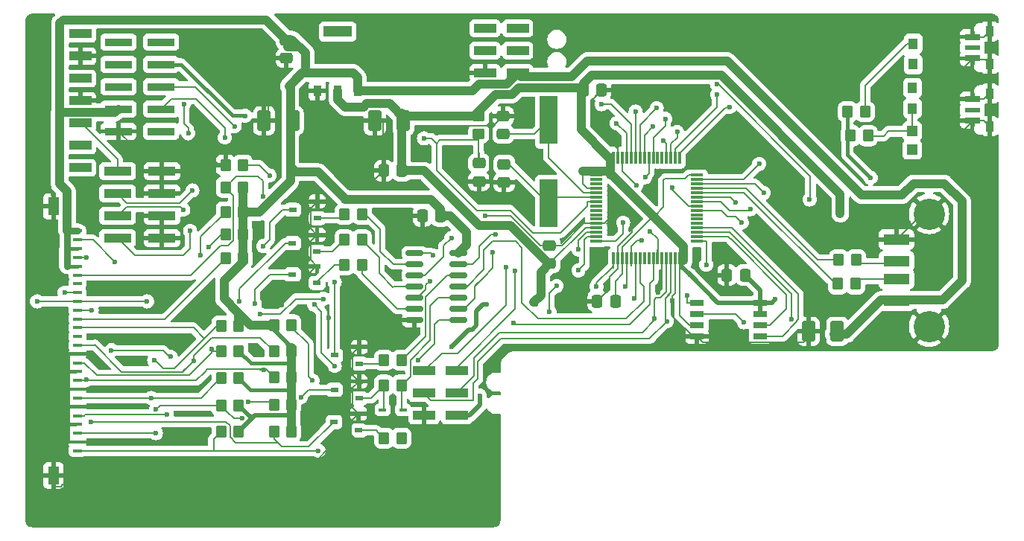
<source format=gbr>
%TF.GenerationSoftware,KiCad,Pcbnew,8.0.9*%
%TF.CreationDate,2025-03-06T10:33:29+00:00*%
%TF.ProjectId,Gotek,476f7465-6b2e-46b6-9963-61645f706362,rev?*%
%TF.SameCoordinates,Original*%
%TF.FileFunction,Copper,L1,Top*%
%TF.FilePolarity,Positive*%
%FSLAX46Y46*%
G04 Gerber Fmt 4.6, Leading zero omitted, Abs format (unit mm)*
G04 Created by KiCad (PCBNEW 8.0.9) date 2025-03-06 10:33:29*
%MOMM*%
%LPD*%
G01*
G04 APERTURE LIST*
G04 Aperture macros list*
%AMRoundRect*
0 Rectangle with rounded corners*
0 $1 Rounding radius*
0 $2 $3 $4 $5 $6 $7 $8 $9 X,Y pos of 4 corners*
0 Add a 4 corners polygon primitive as box body*
4,1,4,$2,$3,$4,$5,$6,$7,$8,$9,$2,$3,0*
0 Add four circle primitives for the rounded corners*
1,1,$1+$1,$2,$3*
1,1,$1+$1,$4,$5*
1,1,$1+$1,$6,$7*
1,1,$1+$1,$8,$9*
0 Add four rect primitives between the rounded corners*
20,1,$1+$1,$2,$3,$4,$5,0*
20,1,$1+$1,$4,$5,$6,$7,0*
20,1,$1+$1,$6,$7,$8,$9,0*
20,1,$1+$1,$8,$9,$2,$3,0*%
G04 Aperture macros list end*
%TA.AperFunction,SMDPad,CuDef*%
%ADD10R,3.150000X1.000000*%
%TD*%
%TA.AperFunction,ComponentPad*%
%ADD11C,5.000000*%
%TD*%
%TA.AperFunction,SMDPad,CuDef*%
%ADD12RoundRect,0.250000X-0.350000X-0.450000X0.350000X-0.450000X0.350000X0.450000X-0.350000X0.450000X0*%
%TD*%
%TA.AperFunction,SMDPad,CuDef*%
%ADD13RoundRect,0.250000X-0.475000X0.337500X-0.475000X-0.337500X0.475000X-0.337500X0.475000X0.337500X0*%
%TD*%
%TA.AperFunction,SMDPad,CuDef*%
%ADD14R,2.500000X1.000000*%
%TD*%
%TA.AperFunction,SMDPad,CuDef*%
%ADD15RoundRect,0.250001X0.499999X0.924999X-0.499999X0.924999X-0.499999X-0.924999X0.499999X-0.924999X0*%
%TD*%
%TA.AperFunction,SMDPad,CuDef*%
%ADD16R,1.800000X0.750000*%
%TD*%
%TA.AperFunction,SMDPad,CuDef*%
%ADD17R,1.800000X0.600000*%
%TD*%
%TA.AperFunction,SMDPad,CuDef*%
%ADD18R,0.900000X1.300000*%
%TD*%
%TA.AperFunction,SMDPad,CuDef*%
%ADD19R,0.900000X0.600000*%
%TD*%
%TA.AperFunction,SMDPad,CuDef*%
%ADD20R,1.200000X1.200000*%
%TD*%
%TA.AperFunction,SMDPad,CuDef*%
%ADD21RoundRect,0.250000X-0.337500X-0.475000X0.337500X-0.475000X0.337500X0.475000X-0.337500X0.475000X0*%
%TD*%
%TA.AperFunction,SMDPad,CuDef*%
%ADD22R,1.000000X0.400000*%
%TD*%
%TA.AperFunction,SMDPad,CuDef*%
%ADD23R,1.300000X2.000000*%
%TD*%
%TA.AperFunction,SMDPad,CuDef*%
%ADD24R,1.650000X0.700000*%
%TD*%
%TA.AperFunction,SMDPad,CuDef*%
%ADD25R,3.000000X1.300000*%
%TD*%
%TA.AperFunction,ComponentPad*%
%ADD26C,3.570000*%
%TD*%
%TA.AperFunction,SMDPad,CuDef*%
%ADD27R,0.820000X0.420000*%
%TD*%
%TA.AperFunction,SMDPad,CuDef*%
%ADD28R,1.100000X1.250000*%
%TD*%
%TA.AperFunction,SMDPad,CuDef*%
%ADD29R,1.475000X0.300000*%
%TD*%
%TA.AperFunction,SMDPad,CuDef*%
%ADD30R,0.300000X1.475000*%
%TD*%
%TA.AperFunction,SMDPad,CuDef*%
%ADD31RoundRect,0.250000X0.337500X0.475000X-0.337500X0.475000X-0.337500X-0.475000X0.337500X-0.475000X0*%
%TD*%
%TA.AperFunction,SMDPad,CuDef*%
%ADD32RoundRect,0.250000X-0.450000X0.350000X-0.450000X-0.350000X0.450000X-0.350000X0.450000X0.350000X0*%
%TD*%
%TA.AperFunction,SMDPad,CuDef*%
%ADD33R,2.000000X5.500000*%
%TD*%
%TA.AperFunction,SMDPad,CuDef*%
%ADD34R,3.100000X0.900000*%
%TD*%
%TA.AperFunction,SMDPad,CuDef*%
%ADD35R,0.950000X1.300000*%
%TD*%
%TA.AperFunction,SMDPad,CuDef*%
%ADD36R,3.250000X1.300000*%
%TD*%
%TA.AperFunction,SMDPad,CuDef*%
%ADD37RoundRect,0.250000X0.350000X0.450000X-0.350000X0.450000X-0.350000X-0.450000X0.350000X-0.450000X0*%
%TD*%
%TA.AperFunction,SMDPad,CuDef*%
%ADD38RoundRect,0.150000X-0.825000X-0.150000X0.825000X-0.150000X0.825000X0.150000X-0.825000X0.150000X0*%
%TD*%
%TA.AperFunction,ViaPad*%
%ADD39C,0.600000*%
%TD*%
%TA.AperFunction,Conductor*%
%ADD40C,0.200000*%
%TD*%
%TA.AperFunction,Conductor*%
%ADD41C,0.750000*%
%TD*%
%TA.AperFunction,Conductor*%
%ADD42C,1.000000*%
%TD*%
%TA.AperFunction,Conductor*%
%ADD43C,0.500000*%
%TD*%
%TA.AperFunction,Conductor*%
%ADD44C,0.400000*%
%TD*%
G04 APERTURE END LIST*
D10*
%TO.P,J5,1,1*%
%TO.N,MTRON*%
X106237800Y-73812400D03*
%TO.P,J5,2,2*%
%TO.N,GND*%
X111287800Y-73812400D03*
%TO.P,J5,3,3*%
%TO.N,JA*%
X106237800Y-76352400D03*
%TO.P,J5,4,4*%
%TO.N,GND*%
X111287800Y-76352400D03*
%TO.P,J5,5,5*%
%TO.N,JC*%
X106237800Y-78892400D03*
%TO.P,J5,6,6*%
%TO.N,GND*%
X111287800Y-78892400D03*
%TO.P,J5,7,7*%
%TO.N,JB*%
X106237800Y-81432400D03*
%TO.P,J5,8,8*%
%TO.N,GND*%
X111287800Y-81432400D03*
%TD*%
D11*
%TO.P,H1,1,1*%
%TO.N,GND*%
X118491000Y-60642500D03*
%TD*%
%TO.P,H2,1,1*%
%TO.N,GND*%
X139573000Y-60642500D03*
%TD*%
%TO.P,H3,1,1*%
%TO.N,GND*%
X118491000Y-110363000D03*
%TD*%
%TO.P,H4,1,1*%
%TO.N,GND*%
X139573000Y-110363000D03*
%TD*%
%TO.P,H5,1,1*%
%TO.N,GND*%
X189357000Y-60642500D03*
%TD*%
D12*
%TO.P,PU5,1*%
%TO.N,DIR*%
X118000000Y-91398700D03*
%TO.P,PU5,2*%
%TO.N,5V*%
X120000000Y-91398700D03*
%TD*%
D13*
%TO.P,C4,1*%
%TO.N,NRST*%
X147307300Y-72877200D03*
%TO.P,C4,2*%
%TO.N,GND*%
X147307300Y-74952200D03*
%TD*%
D12*
%TO.P,R20,1*%
%TO.N,+3.3V*%
X189160300Y-67027400D03*
%TO.P,R20,2*%
%TO.N,Net-(L4-A)*%
X191160300Y-67027400D03*
%TD*%
D14*
%TO.P,J7,1*%
%TO.N,JKA1-2*%
X144754600Y-96520000D03*
%TO.P,J7,2*%
%TO.N,JKA1-1*%
X141054600Y-96520000D03*
%TO.P,J7,3*%
%TO.N,I2C2_DTA*%
X144754600Y-99060000D03*
%TO.P,J7,4*%
%TO.N,I2C2_CLK*%
X141054600Y-99060000D03*
%TO.P,J7,5*%
%TO.N,+3.3V*%
X144754600Y-101600000D03*
%TO.P,J7,6*%
%TO.N,GND*%
X141054600Y-101600000D03*
%TD*%
D15*
%TO.P,C1,1*%
%TO.N,5V*%
X187984800Y-92024200D03*
%TO.P,C1,2*%
%TO.N,GND*%
X184734800Y-92024200D03*
%TD*%
D16*
%TO.P,S4,1,1*%
%TO.N,GND*%
X203347000Y-68052400D03*
D17*
%TO.P,S4,2,2*%
%TO.N,BUT_L*%
X203347000Y-66827400D03*
D16*
%TO.P,S4,3,3*%
%TO.N,GND*%
X203347000Y-65602400D03*
D18*
%TO.P,S4,MP1,MP1*%
X205297000Y-68677400D03*
%TO.P,S4,MP2,MP2*%
X205297000Y-64977400D03*
%TD*%
D19*
%TO.P,Q5,1,B*%
%TO.N,Net-(DID1-A)*%
X133680000Y-99616300D03*
%TO.P,Q5,2,E*%
%TO.N,GND*%
X133680000Y-97716300D03*
%TO.P,Q5,3,C*%
%TO.N,RDATA*%
X130880000Y-98666300D03*
%TD*%
D12*
%TO.P,RN4,1*%
%TO.N,Net-(Q4-B)*%
X136500000Y-104171700D03*
%TO.P,RN4,2*%
%TO.N,Net-(RN4-Pad2)*%
X138500000Y-104171700D03*
%TD*%
D19*
%TO.P,Q6,1,B*%
%TO.N,Net-(Q6-B)*%
X133702300Y-95685600D03*
%TO.P,Q6,2,E*%
%TO.N,GND*%
X133702300Y-93785600D03*
%TO.P,Q6,3,C*%
%TO.N,CHNG*%
X130902300Y-94735600D03*
%TD*%
D20*
%TO.P,L5,1,K*%
%TO.N,I2C2_DTA*%
X196519800Y-71357200D03*
%TO.P,L5,2,A*%
%TO.N,Net-(L3-A)*%
X196519800Y-69257200D03*
%TD*%
D21*
%TO.P,C20,1*%
%TO.N,GND*%
X140878700Y-78882900D03*
%TO.P,C20,2*%
%TO.N,5V*%
X142953700Y-78882900D03*
%TD*%
D15*
%TO.P,C17,1*%
%TO.N,+3.3V*%
X138708800Y-68072000D03*
%TO.P,C17,2*%
%TO.N,GND*%
X135458800Y-68072000D03*
%TD*%
D12*
%TO.P,PU12,1*%
%TO.N,SIDE1*%
X118000000Y-103397000D03*
%TO.P,PU12,2*%
%TO.N,5V*%
X120000000Y-103397000D03*
%TD*%
D21*
%TO.P,C6,1*%
%TO.N,+3.3V*%
X159165900Y-64573100D03*
%TO.P,C6,2*%
%TO.N,GND*%
X161240900Y-64573100D03*
%TD*%
D16*
%TO.P,S3,1,1*%
%TO.N,GND*%
X203347000Y-60965800D03*
D17*
%TO.P,S3,2,2*%
%TO.N,BUT_R*%
X203347000Y-59740800D03*
D16*
%TO.P,S3,3,3*%
%TO.N,GND*%
X203347000Y-58515800D03*
D18*
%TO.P,S3,MP1,MP1*%
X205297000Y-61590800D03*
%TO.P,S3,MP2,MP2*%
X205297000Y-57890800D03*
%TD*%
D12*
%TO.P,PU13,1*%
%TO.N,READY*%
X124000000Y-103432000D03*
%TO.P,PU13,2*%
%TO.N,5V*%
X126000000Y-103432000D03*
%TD*%
%TO.P,PU2,1*%
%TO.N,HDOUT*%
X118500000Y-78432000D03*
%TO.P,PU2,2*%
%TO.N,5V*%
X120500000Y-78432000D03*
%TD*%
%TO.P,PU11,1*%
%TO.N,RDATA*%
X118000000Y-100466500D03*
%TO.P,PU11,2*%
%TO.N,5V*%
X120000000Y-100466500D03*
%TD*%
D19*
%TO.P,Q3,1,B*%
%TO.N,Net-(Q3-B)*%
X128901700Y-86500400D03*
%TO.P,Q3,2,E*%
%TO.N,GND*%
X128901700Y-84600400D03*
%TO.P,Q3,3,C*%
%TO.N,WPROT*%
X126101700Y-85550400D03*
%TD*%
D22*
%TO.P,P1,1,1*%
%TO.N,5V*%
X101660000Y-80610000D03*
%TO.P,P1,2,2*%
%TO.N,INDEX*%
X101660000Y-81610000D03*
%TO.P,P1,3,3*%
%TO.N,5V*%
X101660000Y-82610001D03*
%TO.P,P1,4,4*%
%TO.N,DRVSEL*%
X101660000Y-83609999D03*
%TO.P,P1,5,5*%
%TO.N,5V*%
X101660000Y-84609999D03*
%TO.P,P1,6,6*%
%TO.N,CHNG*%
X101660000Y-85610000D03*
%TO.P,P1,7,7*%
%TO.N,unconnected-(P1-Pad7)*%
X101660000Y-86610000D03*
%TO.P,P1,8,8*%
%TO.N,READY*%
X101660000Y-87609998D03*
%TO.P,P1,9,9*%
%TO.N,HDOUT*%
X101660000Y-88609999D03*
%TO.P,P1,10,10*%
%TO.N,MTRON*%
X101660000Y-89609999D03*
%TO.P,P1,11,11*%
%TO.N,Net-(P1-Pad11)*%
X101660000Y-90610000D03*
%TO.P,P1,12,12*%
%TO.N,DIR*%
X101660000Y-91610000D03*
%TO.P,P1,13,13*%
%TO.N,unconnected-(P1-Pad13)*%
X101660000Y-92609998D03*
%TO.P,P1,14,14*%
%TO.N,STEP*%
X101660000Y-93609999D03*
%TO.P,P1,15,15*%
%TO.N,GND*%
X101660000Y-94610000D03*
%TO.P,P1,16,16*%
%TO.N,WDATA*%
X101660000Y-95610000D03*
%TO.P,P1,17,17*%
%TO.N,GND*%
X101660000Y-96610001D03*
%TO.P,P1,18,18*%
%TO.N,WGATE*%
X101660000Y-97609999D03*
%TO.P,P1,19,19*%
%TO.N,GND*%
X101660000Y-98609999D03*
%TO.P,P1,20,20*%
%TO.N,TRK0*%
X101660000Y-99610000D03*
%TO.P,P1,21,21*%
%TO.N,GND*%
X101660000Y-100610000D03*
%TO.P,P1,22,22*%
%TO.N,WPROT*%
X101660000Y-101610001D03*
%TO.P,P1,23,23*%
%TO.N,GND*%
X101660000Y-102609999D03*
%TO.P,P1,24,24*%
%TO.N,RDATA*%
X101660000Y-103609999D03*
%TO.P,P1,25,25*%
%TO.N,GND*%
X101660000Y-104610000D03*
%TO.P,P1,26,26*%
%TO.N,SIDE1*%
X101660000Y-105610000D03*
D23*
%TO.P,P1,P1,P1*%
%TO.N,GND*%
X98960001Y-77810025D03*
%TO.P,P1,P2,P2*%
X98960001Y-108409975D03*
%TD*%
D12*
%TO.P,PU9,1*%
%TO.N,TRK0*%
X118000000Y-97326400D03*
%TO.P,PU9,2*%
%TO.N,5V*%
X120000000Y-97326400D03*
%TD*%
D19*
%TO.P,Q4,1,B*%
%TO.N,Net-(Q4-B)*%
X133616500Y-103286600D03*
%TO.P,Q4,2,E*%
%TO.N,GND*%
X133616500Y-101386600D03*
%TO.P,Q4,3,C*%
%TO.N,READY*%
X130816500Y-102336600D03*
%TD*%
D12*
%TO.P,RN2,1*%
%TO.N,Net-(Q2-B)*%
X132000000Y-81600700D03*
%TO.P,RN2,2*%
%TO.N,Net-(RN2-Pad2)*%
X134000000Y-81600700D03*
%TD*%
%TO.P,PU8,1*%
%TO.N,WGATE*%
X124000000Y-97221700D03*
%TO.P,PU8,2*%
%TO.N,5V*%
X126000000Y-97221700D03*
%TD*%
D21*
%TO.P,C18,1*%
%TO.N,GND*%
X136468600Y-73745700D03*
%TO.P,C18,2*%
%TO.N,+3.3V*%
X138543600Y-73745700D03*
%TD*%
D13*
%TO.P,C5,1*%
%TO.N,Net-(U3-PH1)*%
X150152100Y-73022500D03*
%TO.P,C5,2*%
%TO.N,GND*%
X150152100Y-75097500D03*
%TD*%
D24*
%TO.P,U8,1,CE#*%
%TO.N,SPI2_SS*%
X172063200Y-88788900D03*
%TO.P,U8,2,SO*%
%TO.N,SPI2_MISO*%
X172063200Y-90058900D03*
%TO.P,U8,3,WP#*%
%TO.N,+3.3V*%
X172063200Y-91328900D03*
%TO.P,U8,4,VSS*%
%TO.N,GND*%
X172063200Y-92598900D03*
%TO.P,U8,5,SI*%
%TO.N,SPI2_MOSI*%
X179263200Y-92598900D03*
%TO.P,U8,6,SCK*%
%TO.N,SPI2_SCK*%
X179263200Y-91328900D03*
%TO.P,U8,7,HOLD#*%
%TO.N,+3.3V*%
X179263200Y-90058900D03*
%TO.P,U8,8,VDD*%
X179263200Y-88788900D03*
%TD*%
D14*
%TO.P,J8,1*%
%TO.N,U3-40-PC9*%
X151683800Y-57531000D03*
%TO.P,J8,2*%
%TO.N,ENCSW*%
X147983800Y-57531000D03*
%TO.P,J8,3*%
%TO.N,ENC2*%
X151683800Y-60071000D03*
%TO.P,J8,4*%
%TO.N,ENC1*%
X147983800Y-60071000D03*
%TO.P,J8,5*%
%TO.N,5V*%
X151683800Y-62611000D03*
%TO.P,J8,6*%
%TO.N,GND*%
X147983800Y-62611000D03*
%TD*%
D12*
%TO.P,RN1,1*%
%TO.N,Net-(Q1-B)*%
X132000000Y-78705100D03*
%TO.P,RN1,2*%
%TO.N,Net-(RN1-Pad2)*%
X134000000Y-78705100D03*
%TD*%
D25*
%TO.P,P3,1,5V*%
%TO.N,5V*%
X194724800Y-88563800D03*
%TO.P,P3,2,D-*%
%TO.N,D-*%
X194724800Y-86063800D03*
%TO.P,P3,3,D+*%
%TO.N,D+*%
X194724800Y-84063800D03*
%TO.P,P3,4,Gnd*%
%TO.N,GND*%
X194724800Y-81563800D03*
D26*
%TO.P,P3,MH1,MH1*%
X198424800Y-91463800D03*
%TO.P,P3,MH2,MH2*%
X198424800Y-78663800D03*
%TD*%
D19*
%TO.P,Q2,1,B*%
%TO.N,Net-(Q2-B)*%
X128901700Y-82938000D03*
%TO.P,Q2,2,E*%
%TO.N,GND*%
X128901700Y-81038000D03*
%TO.P,Q2,3,C*%
%TO.N,TRK0*%
X126101700Y-81988000D03*
%TD*%
D27*
%TO.P,DID1,1,K*%
%TO.N,Net-(DID1-K)*%
X138650000Y-100933200D03*
%TO.P,DID1,2,A*%
%TO.N,Net-(DID1-A)*%
X136350000Y-100933200D03*
%TD*%
D12*
%TO.P,RN3,1*%
%TO.N,Net-(Q3-B)*%
X132000000Y-84461300D03*
%TO.P,RN3,2*%
%TO.N,Net-(RN3-Pad2)*%
X134000000Y-84461300D03*
%TD*%
%TO.P,RN5,1*%
%TO.N,Net-(DID1-A)*%
X136500000Y-98142400D03*
%TO.P,RN5,2*%
%TO.N,Net-(DID1-K)*%
X138500000Y-98142400D03*
%TD*%
D28*
%TO.P,L3,1,A*%
%TO.N,Net-(L3-A)*%
X196545200Y-66649600D03*
%TO.P,L3,2,K*%
%TO.N,I2C2_CLK*%
X196545200Y-64299600D03*
%TD*%
D13*
%TO.P,C3,1*%
%TO.N,GND*%
X150041000Y-67494900D03*
%TO.P,C3,2*%
%TO.N,Net-(U3-PH0)*%
X150041000Y-69569900D03*
%TD*%
D29*
%TO.P,U3,1,VBAT*%
%TO.N,+3.3V*%
X160606600Y-74250200D03*
%TO.P,U3,2,PC13*%
%TO.N,unconnected-(U3-PC13-Pad2)*%
X160606600Y-74750200D03*
%TO.P,U3,3,PC14*%
%TO.N,unconnected-(U3-PC14-Pad3)*%
X160606600Y-75250200D03*
%TO.P,U3,4,PC15*%
%TO.N,+3.3V*%
X160606600Y-75750200D03*
%TO.P,U3,5,PH0*%
%TO.N,Net-(U3-PH0)*%
X160606600Y-76250200D03*
%TO.P,U3,6,PH1*%
%TO.N,Net-(U3-PH1)*%
X160606600Y-76750200D03*
%TO.P,U3,7,NRST*%
%TO.N,NRST*%
X160606600Y-77250200D03*
%TO.P,U3,8,PC0*%
%TO.N,unconnected-(U3-PC0-Pad8)*%
X160606600Y-77750200D03*
%TO.P,U3,9,PC1*%
%TO.N,unconnected-(U3-PC1-Pad9)*%
X160606600Y-78250200D03*
%TO.P,U3,10,PC2*%
%TO.N,unconnected-(U3-PC2-Pad10)*%
X160606600Y-78750200D03*
%TO.P,U3,11,PC3*%
%TO.N,unconnected-(U3-PC3-Pad11)*%
X160606600Y-79250200D03*
%TO.P,U3,12,VSSA-VREF-*%
%TO.N,GND*%
X160606600Y-79750200D03*
%TO.P,U3,13,VDDA-VREF+*%
%TO.N,+3.3V*%
X160606600Y-80250200D03*
%TO.P,U3,14,PA0*%
%TO.N,SEL*%
X160606600Y-80750200D03*
%TO.P,U3,15,PA1*%
%TO.N,STEP*%
X160606600Y-81250200D03*
%TO.P,U3,16,PA2*%
%TO.N,JB*%
X160606600Y-81750200D03*
D30*
%TO.P,U3,17,PA3*%
%TO.N,BUT_L*%
X162594600Y-83738200D03*
%TO.P,U3,18,VSS*%
%TO.N,GND*%
X163094600Y-83738200D03*
%TO.P,U3,19,VDD*%
%TO.N,+3.3V*%
X163594600Y-83738200D03*
%TO.P,U3,20,PA4*%
%TO.N,BUT_R*%
X164094600Y-83738200D03*
%TO.P,U3,21,PA5*%
%TO.N,JA*%
X164594600Y-83738200D03*
%TO.P,U3,22,PA6*%
%TO.N,ENC1*%
X165094600Y-83738200D03*
%TO.P,U3,23,PA7*%
%TO.N,RDATA_3V3*%
X165594600Y-83738200D03*
%TO.P,U3,24,PC4*%
%TO.N,unconnected-(U3-PC4-Pad24)*%
X166094600Y-83738200D03*
%TO.P,U3,25,PC5*%
%TO.N,unconnected-(U3-PC5-Pad25)*%
X166594600Y-83738200D03*
%TO.P,U3,26,PB0*%
%TO.N,DIR*%
X167094600Y-83738200D03*
%TO.P,U3,27,PB1*%
%TO.N,JC*%
X167594600Y-83738200D03*
%TO.P,U3,28,PB2*%
%TO.N,GND*%
X168094600Y-83738200D03*
%TO.P,U3,29,PB10*%
%TO.N,I2C2_DTA*%
X168594600Y-83738200D03*
%TO.P,U3,30,PB11*%
%TO.N,I2C2_CLK*%
X169094600Y-83738200D03*
%TO.P,U3,31,PH3*%
%TO.N,GND*%
X169594600Y-83738200D03*
%TO.P,U3,32,VDD*%
%TO.N,+3.3V*%
X170094600Y-83738200D03*
D29*
%TO.P,U3,33,PB12*%
%TO.N,SPI2_SS*%
X172082600Y-81750200D03*
%TO.P,U3,34,PB13*%
%TO.N,SPI2_SCK*%
X172082600Y-81250200D03*
%TO.P,U3,35,PB14*%
%TO.N,SPI2_MISO*%
X172082600Y-80750200D03*
%TO.P,U3,36,PB15*%
%TO.N,SPI2_MOSI*%
X172082600Y-80250200D03*
%TO.P,U3,37,PC6*%
%TO.N,unconnected-(U3-PC6-Pad37)*%
X172082600Y-79750200D03*
%TO.P,U3,38,PC7*%
%TO.N,unconnected-(U3-PC7-Pad38)*%
X172082600Y-79250200D03*
%TO.P,U3,39,PC8*%
%TO.N,unconnected-(U3-PC8-Pad39)*%
X172082600Y-78750200D03*
%TO.P,U3,40,PC9*%
%TO.N,U3-40-PC9*%
X172082600Y-78250200D03*
%TO.P,U3,41,PA8*%
%TO.N,WDATA*%
X172082600Y-77750200D03*
%TO.P,U3,42,PA9*%
%TO.N,USART1_TX*%
X172082600Y-77250200D03*
%TO.P,U3,43,PA10*%
%TO.N,USART1_RX*%
X172082600Y-76750200D03*
%TO.P,U3,44,PA11*%
%TO.N,Net-(U3-PA11)*%
X172082600Y-76250200D03*
%TO.P,U3,45,PA12*%
%TO.N,Net-(U3-PA12)*%
X172082600Y-75750200D03*
%TO.P,U3,46,PA13*%
%TO.N,SWDIO*%
X172082600Y-75250200D03*
%TO.P,U3,47,PH2*%
%TO.N,ENCSW*%
X172082600Y-74750200D03*
%TO.P,U3,48,VDD*%
%TO.N,+3.3V*%
X172082600Y-74250200D03*
D30*
%TO.P,U3,49,PA14*%
%TO.N,SWCLK*%
X170094600Y-72262200D03*
%TO.P,U3,50,PA15*%
%TO.N,ENC2*%
X169594600Y-72262200D03*
%TO.P,U3,51,PC10*%
%TO.N,JKA1-1*%
X169094600Y-72262200D03*
%TO.P,U3,52,PC11*%
%TO.N,JKA1-2*%
X168594600Y-72262200D03*
%TO.P,U3,53,PC12*%
%TO.N,unconnected-(U3-PC12-Pad53)*%
X168094600Y-72262200D03*
%TO.P,U3,54,PD2*%
%TO.N,unconnected-(U3-PD2-Pad54)*%
X167594600Y-72262200D03*
%TO.P,U3,55,PB3*%
%TO.N,READY_3V3*%
X167094600Y-72262200D03*
%TO.P,U3,56,PB4*%
%TO.N,SIDE1*%
X166594600Y-72262200D03*
%TO.P,U3,57,PB5*%
%TO.N,WPROT_3V3*%
X166094600Y-72262200D03*
%TO.P,U3,58,PB6*%
%TO.N,TRK0_3V3*%
X165594600Y-72262200D03*
%TO.P,U3,59,PB7*%
%TO.N,CHNG_3V3*%
X165094600Y-72262200D03*
%TO.P,U3,60,BOOT0*%
%TO.N,J3_BOOT0*%
X164594600Y-72262200D03*
%TO.P,U3,61,PB8*%
%TO.N,INDEX_3V3*%
X164094600Y-72262200D03*
%TO.P,U3,62,PB9*%
%TO.N,WGATE*%
X163594600Y-72262200D03*
%TO.P,U3,63,VSS*%
%TO.N,GND*%
X163094600Y-72262200D03*
%TO.P,U3,64,VDD*%
%TO.N,+3.3V*%
X162594600Y-72262200D03*
%TD*%
D12*
%TO.P,PU1,1*%
%TO.N,CHNG*%
X118500000Y-75638000D03*
%TO.P,PU1,2*%
%TO.N,5V*%
X120500000Y-75638000D03*
%TD*%
D13*
%TO.P,C23,1*%
%TO.N,5V*%
X125409300Y-58862000D03*
%TO.P,C23,2*%
%TO.N,GND*%
X125409300Y-60937000D03*
%TD*%
D12*
%TO.P,PU6,1*%
%TO.N,STEP*%
X124000000Y-94322900D03*
%TO.P,PU6,2*%
%TO.N,5V*%
X126000000Y-94322900D03*
%TD*%
%TO.P,RN6,1*%
%TO.N,Net-(Q6-B)*%
X136500000Y-95294400D03*
%TO.P,RN6,2*%
%TO.N,Net-(RN6-Pad2)*%
X138500000Y-95294400D03*
%TD*%
%TO.P,R2,1*%
%TO.N,Net-(U3-PA11)*%
X188061700Y-86620300D03*
%TO.P,R2,2*%
%TO.N,D-*%
X190061700Y-86620300D03*
%TD*%
D31*
%TO.P,C8,1*%
%TO.N,+3.3V*%
X162797400Y-88576100D03*
%TO.P,C8,2*%
%TO.N,GND*%
X160722400Y-88576100D03*
%TD*%
D32*
%TO.P,R10,1*%
%TO.N,+3.3V*%
X147250200Y-67532400D03*
%TO.P,R10,2*%
%TO.N,NRST*%
X147250200Y-69532400D03*
%TD*%
D33*
%TO.P,Y1,1,1*%
%TO.N,Net-(U3-PH1)*%
X155194000Y-77470200D03*
%TO.P,Y1,2,2*%
%TO.N,Net-(U3-PH0)*%
X155194000Y-67970200D03*
%TD*%
D34*
%TO.P,J4,1,1*%
%TO.N,unconnected-(J4-Pad1)*%
X106337800Y-59105800D03*
%TO.P,J4,2,2*%
%TO.N,J3_BOOT0*%
X111187800Y-59105800D03*
%TO.P,J4,3,3*%
%TO.N,SWDIO*%
X106337800Y-61645800D03*
%TO.P,J4,4,4*%
%TO.N,+3.3V*%
X111187800Y-61645800D03*
%TO.P,J4,5,5*%
%TO.N,SWCLK*%
X106337800Y-64185800D03*
%TO.P,J4,6,6*%
%TO.N,USART1_TX*%
X111187800Y-64185800D03*
%TO.P,J4,7,7*%
%TO.N,5V*%
X106337800Y-66725800D03*
%TO.P,J4,8,8*%
%TO.N,USART1_RX*%
X111187800Y-66725800D03*
%TO.P,J4,9,9*%
%TO.N,GND*%
X106337800Y-69265800D03*
%TO.P,J4,10,10*%
%TO.N,NRST*%
X111187800Y-69265800D03*
%TD*%
D35*
%TO.P,U4,1,GROUND/ADJUST*%
%TO.N,GND*%
X128939900Y-64617600D03*
%TO.P,U4,2,VOUT_1*%
%TO.N,+3.3V*%
X131229900Y-64617600D03*
%TO.P,U4,3,VIN*%
%TO.N,5V*%
X133519900Y-64617600D03*
D36*
%TO.P,U4,4,VOUT_2*%
%TO.N,unconnected-(U4-VOUT_2-Pad4)*%
X131229900Y-57917600D03*
%TD*%
D12*
%TO.P,PU10,1*%
%TO.N,WPROT*%
X124000000Y-100396700D03*
%TO.P,PU10,2*%
%TO.N,5V*%
X126000000Y-100396700D03*
%TD*%
D37*
%TO.P,R13,1*%
%TO.N,J3_BOOT0*%
X120500000Y-73091700D03*
%TO.P,R13,2*%
%TO.N,GND*%
X118500000Y-73091700D03*
%TD*%
D19*
%TO.P,Q1,1,B*%
%TO.N,Net-(Q1-B)*%
X128920700Y-79137500D03*
%TO.P,Q1,2,E*%
%TO.N,GND*%
X128920700Y-77237500D03*
%TO.P,Q1,3,C*%
%TO.N,INDEX*%
X126120700Y-78187500D03*
%TD*%
D28*
%TO.P,L4,1,A*%
%TO.N,Net-(L4-A)*%
X196621400Y-59277000D03*
%TO.P,L4,2,K*%
%TO.N,SEL*%
X196621400Y-61627000D03*
%TD*%
D12*
%TO.P,PU14,1*%
%TO.N,Net-(P1-Pad11)*%
X118500000Y-83734300D03*
%TO.P,PU14,2*%
%TO.N,5V*%
X120500000Y-83734300D03*
%TD*%
D38*
%TO.P,U1,1*%
%TO.N,INDEX_3V3*%
X139984100Y-83127800D03*
%TO.P,U1,2*%
%TO.N,Net-(RN1-Pad2)*%
X139984100Y-84397800D03*
%TO.P,U1,3*%
%TO.N,TRK0_3V3*%
X139984100Y-85667800D03*
%TO.P,U1,4*%
%TO.N,Net-(RN2-Pad2)*%
X139984100Y-86937800D03*
%TO.P,U1,5*%
%TO.N,WPROT_3V3*%
X139984100Y-88207800D03*
%TO.P,U1,6*%
%TO.N,Net-(RN3-Pad2)*%
X139984100Y-89477800D03*
%TO.P,U1,7,GND*%
%TO.N,GND*%
X139984100Y-90747800D03*
%TO.P,U1,8*%
%TO.N,Net-(RN4-Pad2)*%
X144934100Y-90747800D03*
%TO.P,U1,9*%
%TO.N,READY_3V3*%
X144934100Y-89477800D03*
%TO.P,U1,10*%
%TO.N,Net-(DID1-K)*%
X144934100Y-88207800D03*
%TO.P,U1,11*%
%TO.N,RDATA_3V3*%
X144934100Y-86937800D03*
%TO.P,U1,12*%
%TO.N,Net-(RN6-Pad2)*%
X144934100Y-85667800D03*
%TO.P,U1,13*%
%TO.N,CHNG_3V3*%
X144934100Y-84397800D03*
%TO.P,U1,14,VCC*%
%TO.N,5V*%
X144934100Y-83127800D03*
%TD*%
D12*
%TO.P,R1,1*%
%TO.N,Net-(U3-PA12)*%
X188169600Y-83883500D03*
%TO.P,R1,2*%
%TO.N,D+*%
X190169600Y-83883500D03*
%TD*%
%TO.P,R21,1*%
%TO.N,+3.3V*%
X189477800Y-69757900D03*
%TO.P,R21,2*%
%TO.N,Net-(L3-A)*%
X191477800Y-69757900D03*
%TD*%
D13*
%TO.P,C9,1*%
%TO.N,GND*%
X155321000Y-82253000D03*
%TO.P,C9,2*%
%TO.N,+3.3V*%
X155321000Y-84328000D03*
%TD*%
D12*
%TO.P,PU4,1*%
%TO.N,5V*%
X124000000Y-91287600D03*
%TO.P,PU4,2*%
%TO.N,SEL*%
X126000000Y-91287600D03*
%TD*%
D15*
%TO.P,C19,1*%
%TO.N,5V*%
X126136400Y-68072000D03*
%TO.P,C19,2*%
%TO.N,GND*%
X122886400Y-68072000D03*
%TD*%
D12*
%TO.P,PU3,1*%
%TO.N,INDEX*%
X118500000Y-80978400D03*
%TO.P,PU3,2*%
%TO.N,5V*%
X120500000Y-80978400D03*
%TD*%
%TO.P,PU7,1*%
%TO.N,WDATA*%
X118000000Y-94246700D03*
%TO.P,PU7,2*%
%TO.N,5V*%
X120000000Y-94246700D03*
%TD*%
D14*
%TO.P,MO1,1,1*%
%TO.N,HDOUT*%
X102037800Y-58166000D03*
%TO.P,MO1,2,2*%
%TO.N,GND*%
X102037800Y-60706000D03*
%TO.P,MO1,3,3*%
%TO.N,DINST*%
X102037800Y-63246000D03*
%TO.P,MO1,4,4*%
%TO.N,GND*%
X102037800Y-65786000D03*
%TO.P,MO1,5,5*%
%TO.N,MTRON*%
X102037800Y-68326000D03*
%TO.P,MO1,6,6*%
%TO.N,SEL*%
X102037800Y-70866000D03*
%TO.P,MO1,7,7*%
%TO.N,DRVSEL*%
X102037800Y-73406000D03*
%TD*%
D21*
%TO.P,C16,1*%
%TO.N,GND*%
X175463900Y-85613900D03*
%TO.P,C16,2*%
%TO.N,+3.3V*%
X177538900Y-85613900D03*
%TD*%
D39*
%TO.N,GND*%
X130225800Y-90474800D03*
X137163000Y-85169200D03*
X121920000Y-93954600D03*
X114503200Y-101269800D03*
X122478800Y-80264000D03*
X107619800Y-95351600D03*
X105841800Y-92760800D03*
X105740200Y-87299800D03*
X115671600Y-88976200D03*
X192887600Y-72593200D03*
X145262600Y-71958200D03*
X148005800Y-78841600D03*
X123371000Y-67687800D03*
X128762000Y-75904700D03*
X124876000Y-89046100D03*
X161163000Y-82981800D03*
X138125000Y-78654300D03*
X175349000Y-87229900D03*
X134347000Y-91405100D03*
X134645000Y-75669800D03*
X102037800Y-60706000D03*
X111287800Y-76352400D03*
X140941000Y-68821300D03*
X174498000Y-93248900D03*
X185064400Y-92329000D03*
X163372800Y-77958900D03*
X111353600Y-78867000D03*
X106343800Y-69271800D03*
X102037800Y-65786000D03*
X98874200Y-76297900D03*
X160249000Y-68021200D03*
X167665000Y-87620500D03*
X116113000Y-71434300D03*
X199986000Y-71475600D03*
X147955000Y-62687200D03*
X169291000Y-88541200D03*
X144158000Y-74079100D03*
X158292800Y-89458800D03*
%TO.N,NRST*%
X141049000Y-70065900D03*
X111252000Y-69215000D03*
%TO.N,+3.3V*%
X188204000Y-78495500D03*
X138897300Y-67828100D03*
X147370800Y-99339400D03*
X148130000Y-88973000D03*
X191795000Y-74549000D03*
X153720800Y-88973000D03*
X144195800Y-93802200D03*
X120726000Y-67494100D03*
X180975000Y-88376100D03*
X171256000Y-85601200D03*
X144754600Y-101549200D03*
%TO.N,J3_BOOT0*%
X114259000Y-69475400D03*
X123514000Y-74291800D03*
X161236000Y-66179700D03*
X111290100Y-59093100D03*
X113766600Y-66192400D03*
%TO.N,USART1_TX*%
X178102000Y-78130400D03*
X119545000Y-68675200D03*
%TO.N,USART1_RX*%
X118428000Y-69964300D03*
X176447000Y-77355700D03*
%TO.N,SWDIO*%
X106197400Y-61595000D03*
X179638000Y-76260300D03*
%TO.N,SWCLK*%
X175793000Y-66475000D03*
X106222800Y-64160400D03*
%TO.N,MTRON*%
X103305000Y-89610000D03*
X102069900Y-68313300D03*
%TO.N,ENC1*%
X174320200Y-63882600D03*
X184848000Y-77019100D03*
X164941000Y-88284100D03*
X147878800Y-60020200D03*
%TO.N,DIR*%
X110392000Y-95329400D03*
X151206200Y-91055800D03*
%TO.N,ENCSW*%
X147500850Y-57604150D03*
X179130000Y-72958300D03*
%TO.N,READY*%
X103242000Y-102314000D03*
X100224000Y-87610000D03*
%TO.N,JA*%
X165760400Y-81635600D03*
X114731800Y-75996800D03*
%TO.N,JB*%
X163677600Y-79654400D03*
X114476000Y-80592600D03*
%TO.N,JC*%
X166751000Y-80645000D03*
X113706000Y-78187600D03*
%TO.N,SPI2_MISO*%
X182804000Y-90624000D03*
X177393600Y-90986000D03*
%TO.N,Net-(RN4-Pad2)*%
X138500000Y-104171700D03*
X140398500Y-95313500D03*
%TO.N,ENC2*%
X151879300Y-60134500D03*
X174345600Y-65074800D03*
%TO.N,U3-40-PC9*%
X177155000Y-79609900D03*
X151765000Y-57556400D03*
%TO.N,JKA1-1*%
X150339000Y-84743900D03*
X169802000Y-69329300D03*
%TO.N,JKA1-2*%
X151358600Y-85115400D03*
X168251000Y-70286600D03*
%TO.N,WPROT_3V3*%
X141694000Y-86296500D03*
X167078000Y-68726100D03*
%TO.N,SEL*%
X158613400Y-82702400D03*
X128375000Y-97605900D03*
X101930200Y-70967600D03*
X105537000Y-94175200D03*
X112265000Y-94913400D03*
X196399200Y-61409500D03*
%TO.N,STEP*%
X158589700Y-85082100D03*
X114892000Y-95350000D03*
%TO.N,WGATE*%
X130909000Y-95967400D03*
X128574000Y-88974300D03*
X102685000Y-97531000D03*
X165176200Y-75387200D03*
X122873000Y-96389400D03*
%TO.N,INDEX*%
X105918000Y-84099400D03*
X122796000Y-82321400D03*
X116615000Y-82407100D03*
%TO.N,WPROT*%
X121834000Y-88871400D03*
X121109000Y-100047000D03*
X111843000Y-101504000D03*
%TO.N,RDATA*%
X120394000Y-101932000D03*
X110590000Y-103610000D03*
X127052000Y-99510500D03*
X110590000Y-100891000D03*
%TO.N,TRK0*%
X110096000Y-99610000D03*
X120094000Y-88614200D03*
%TO.N,SIDE1*%
X155300000Y-89838200D03*
X166180556Y-74484517D03*
X129052000Y-105622000D03*
X156115935Y-86850135D03*
%TO.N,WDATA*%
X129590800Y-88315800D03*
X116941600Y-94056200D03*
X169265600Y-75666600D03*
X122428000Y-90059000D03*
%TO.N,BUT_L*%
X160645000Y-86912400D03*
X203200000Y-66852800D03*
%TO.N,BUT_R*%
X163887000Y-86931500D03*
X203161900Y-59702700D03*
%TO.N,INDEX_3V3*%
X142072000Y-83404100D03*
X162931000Y-68338700D03*
%TO.N,TRK0_3V3*%
X144158000Y-81397400D03*
X167484000Y-66621000D03*
%TO.N,READY_3V3*%
X168481000Y-67840200D03*
X148879000Y-83004000D03*
%TO.N,CHNG*%
X130899000Y-86410800D03*
X122736000Y-76638000D03*
%TO.N,HDOUT*%
X109586201Y-88609999D03*
X97093200Y-88610000D03*
X101752400Y-58166000D03*
X115646200Y-83367800D03*
%TO.N,CHNG_3V3*%
X149203000Y-80971900D03*
X165095000Y-67008400D03*
%TO.N,DRVSEL*%
X102662000Y-83610000D03*
X102057200Y-73380600D03*
%TO.N,SPI2_SS*%
X173122000Y-84429700D03*
X170936000Y-87914000D03*
%TO.N,I2C2_DTA*%
X167221000Y-90576400D03*
X196545200Y-71424800D03*
%TO.N,I2C2_CLK*%
X196485000Y-64039800D03*
X168634000Y-90862100D03*
%TD*%
D40*
%TO.N,5V*%
X133519900Y-64617600D02*
X133520000Y-64617600D01*
D41*
X100549000Y-80610000D02*
X101660000Y-80610000D01*
D42*
X126000000Y-98221700D02*
X126000000Y-97221700D01*
X150429500Y-63865300D02*
X147284900Y-63865300D01*
D40*
X125871000Y-64276500D02*
X125716000Y-64120700D01*
D42*
X151683800Y-62611000D02*
X150429500Y-63865300D01*
X132039000Y-76898500D02*
X132039000Y-76971500D01*
X125871000Y-67687800D02*
X125871000Y-73245900D01*
X99695000Y-67056000D02*
X99695000Y-56946800D01*
X120500000Y-78432000D02*
X120500000Y-80978400D01*
X189078000Y-92313100D02*
X192934000Y-88456600D01*
X145891000Y-80772000D02*
X145891000Y-82170700D01*
D43*
X126000000Y-101448000D02*
X126000000Y-100397000D01*
D42*
X133520000Y-63875400D02*
X133520000Y-63133300D01*
X129042000Y-73901300D02*
X132039000Y-76898500D01*
D41*
X100508000Y-80568800D02*
X100549000Y-80610000D01*
D42*
X126000000Y-100396700D02*
X126000000Y-98221700D01*
X133520000Y-63133300D02*
X132991000Y-62604700D01*
D40*
X126000000Y-95322900D02*
X126000000Y-94322900D01*
X126000000Y-100397000D02*
X126000000Y-101448000D01*
D44*
X121429000Y-95675400D02*
X125647000Y-95675400D01*
D40*
X125409300Y-58862000D02*
X125409000Y-58862000D01*
D42*
X127618000Y-62218900D02*
X127618000Y-60371000D01*
X126527000Y-73901300D02*
X129042000Y-73901300D01*
D40*
X133520000Y-63875500D02*
X133520000Y-64617600D01*
D44*
X125565000Y-98656800D02*
X126000000Y-98221700D01*
D42*
X99644200Y-75234800D02*
X99644200Y-67106800D01*
D40*
X144934000Y-83127700D02*
X145412000Y-82649300D01*
D44*
X100568000Y-82610000D02*
X101660000Y-82610000D01*
D42*
X122356000Y-78432000D02*
X125871000Y-74916700D01*
X126000000Y-97221700D02*
X126000000Y-95322900D01*
D40*
X142953700Y-78882900D02*
X142954000Y-78882900D01*
X144934000Y-83127500D02*
X144934000Y-83127700D01*
D43*
X120930000Y-102467000D02*
X121465000Y-101932000D01*
D42*
X200155000Y-75199900D02*
X196666000Y-75199900D01*
X125871000Y-74916700D02*
X125871000Y-73245900D01*
X157861000Y-63017400D02*
X152090200Y-63017400D01*
D40*
X100568000Y-82610000D02*
X100508000Y-82550000D01*
D42*
X125871000Y-64276500D02*
X125871000Y-67687800D01*
D40*
X145173000Y-82888600D02*
X144934000Y-83127500D01*
D42*
X124000000Y-91287600D02*
X121326000Y-91287600D01*
X141808000Y-76971500D02*
X142954000Y-78117000D01*
D40*
X143478000Y-78882900D02*
X142954000Y-78882900D01*
D42*
X99695000Y-56946800D02*
X100063300Y-56578500D01*
X125716000Y-64120700D02*
X127232000Y-62604700D01*
X126000000Y-94322900D02*
X126000000Y-93837200D01*
D40*
X120000000Y-103397000D02*
X120930000Y-102467000D01*
X126000000Y-98221700D02*
X126000000Y-97221700D01*
D42*
X126109000Y-58862100D02*
X127618000Y-60371000D01*
X125871000Y-73245900D02*
X126527000Y-73901300D01*
D44*
X120895000Y-98221700D02*
X121330000Y-98656800D01*
D40*
X126000000Y-95322900D02*
X126000000Y-97221700D01*
D42*
X199979000Y-88456600D02*
X202178000Y-86258400D01*
D44*
X121330000Y-98656800D02*
X125565000Y-98656800D01*
D43*
X120930000Y-102467000D02*
X121465000Y-101932000D01*
D40*
X126000000Y-97221700D02*
X126000000Y-98221700D01*
D42*
X120500000Y-84087500D02*
X118326000Y-86261600D01*
X159635800Y-61242600D02*
X157861000Y-63017400D01*
X192934000Y-88456600D02*
X199979000Y-88456600D01*
D44*
X101660000Y-84610000D02*
X100482000Y-84610000D01*
D40*
X144934100Y-83127800D02*
X145891000Y-82170900D01*
D42*
X123126000Y-56578500D02*
X125409000Y-58862100D01*
X126000000Y-95322900D02*
X126000000Y-94322900D01*
D40*
X100482000Y-82651600D02*
X100524000Y-82610000D01*
D41*
X100508000Y-82550000D02*
X100508000Y-80568800D01*
D42*
X145891000Y-82170700D02*
X145412000Y-82649300D01*
X127232000Y-62604700D02*
X127618000Y-62218900D01*
D43*
X121465000Y-101932000D02*
X121850000Y-101547000D01*
D44*
X125647000Y-95675400D02*
X126000000Y-95322900D01*
D40*
X126000000Y-94322900D02*
X126000000Y-95322900D01*
D42*
X120500000Y-78432000D02*
X122356000Y-78432000D01*
X100063300Y-56578500D02*
X123126000Y-56578500D01*
X126896000Y-59649600D02*
X125593000Y-59649600D01*
D43*
X126000000Y-93837200D02*
X124000000Y-91837200D01*
D44*
X100524000Y-82610000D02*
X100568000Y-82610000D01*
D42*
X147284900Y-63865300D02*
X146532600Y-64617600D01*
D40*
X126000000Y-100396700D02*
X126000000Y-100397000D01*
D43*
X124000000Y-91837200D02*
X124000000Y-91287600D01*
X121465000Y-101932000D02*
X120000000Y-100467000D01*
X125901000Y-101547000D02*
X126000000Y-101448000D01*
D42*
X175489000Y-61242600D02*
X159635800Y-61242600D01*
X120500000Y-80978400D02*
X120500000Y-83734300D01*
X120500000Y-83734300D02*
X120500000Y-84087500D01*
D43*
X120000000Y-103397000D02*
X120930000Y-102467000D01*
D42*
X120000000Y-89961300D02*
X120000000Y-91398700D01*
X100549000Y-80610000D02*
X100507800Y-80568800D01*
D41*
X100482000Y-84610000D02*
X100482000Y-82651600D01*
D42*
X132991000Y-62604700D02*
X127232000Y-62604700D01*
X202178000Y-86258400D02*
X202178000Y-77222400D01*
X125698000Y-64138200D02*
X125716000Y-64120700D01*
D40*
X120000000Y-100467000D02*
X120000000Y-100466500D01*
D42*
X196666000Y-75199900D02*
X195342000Y-76523900D01*
D40*
X101660000Y-82610000D02*
X100568000Y-82610000D01*
D42*
X120500000Y-75638000D02*
X120500000Y-78432000D01*
X143478000Y-78882900D02*
X144002000Y-78882900D01*
D40*
X126000000Y-101448000D02*
X126000000Y-103432000D01*
D42*
X127232000Y-62604700D02*
X127197000Y-62604700D01*
D40*
X125716000Y-64120700D02*
X125698000Y-64103200D01*
X145891000Y-82170900D02*
X145891000Y-82170700D01*
D44*
X120000000Y-97326400D02*
X120895000Y-98221700D01*
D42*
X145412000Y-82649300D02*
X145173000Y-82888600D01*
D40*
X125871500Y-67687800D02*
X125871000Y-67687800D01*
D42*
X100507800Y-76098400D02*
X99644200Y-75234800D01*
D40*
X120000000Y-100466500D02*
X120000000Y-100466000D01*
D42*
X121326000Y-91287600D02*
X120000000Y-89961300D01*
D40*
X125872000Y-67687800D02*
X125871500Y-67687800D01*
D42*
X126000000Y-100397000D02*
X126000000Y-100396700D01*
X195342000Y-76523900D02*
X190770000Y-76523900D01*
X190770000Y-76523900D02*
X175489000Y-61242600D01*
X142954000Y-78882900D02*
X143478000Y-78882900D01*
X105956800Y-67106800D02*
X106337800Y-66725800D01*
X118326000Y-88287200D02*
X120000000Y-89961300D01*
X125698000Y-64103200D02*
X125698000Y-64138200D01*
X126000000Y-103432000D02*
X126000000Y-101448000D01*
X145173000Y-82888600D02*
X144934000Y-83127900D01*
X202178000Y-77222400D02*
X200155000Y-75199900D01*
D44*
X120000000Y-94246700D02*
X121429000Y-95675400D01*
D42*
X125409000Y-58862100D02*
X126109000Y-58862100D01*
X152090200Y-63017400D02*
X151683800Y-62611000D01*
X144002000Y-78882900D02*
X145891000Y-80772000D01*
X142954000Y-78117000D02*
X142954000Y-78882900D01*
D40*
X126000000Y-98221700D02*
X126000000Y-100396700D01*
D42*
X118326000Y-86261600D02*
X118326000Y-88287200D01*
X146532600Y-64617600D02*
X133520000Y-64617600D01*
X133520000Y-63875500D02*
X133520000Y-63875400D01*
D43*
X121850000Y-101547000D02*
X125901000Y-101547000D01*
D42*
X133520000Y-64617600D02*
X133520000Y-63875500D01*
D40*
X133520000Y-63875400D02*
X133520000Y-63875500D01*
X125409000Y-58862100D02*
X125409000Y-58862000D01*
D42*
X132039000Y-76971500D02*
X141808000Y-76971500D01*
X127197000Y-62604700D02*
X125698000Y-64103200D01*
X187587000Y-92313100D02*
X189078000Y-92313100D01*
X126000000Y-101448000D02*
X126000000Y-100397000D01*
X99644200Y-67106800D02*
X105956800Y-67106800D01*
X127618000Y-60371000D02*
X126896000Y-59649600D01*
X100507800Y-80568800D02*
X100507800Y-76098400D01*
D40*
%TO.N,GND*%
X199417000Y-78386800D02*
X199416000Y-78387100D01*
X133616500Y-101386500D02*
X133617000Y-101387000D01*
X128921000Y-77237500D02*
X128921000Y-77237600D01*
X199986000Y-60847600D02*
X199986000Y-62915800D01*
X136363000Y-73640200D02*
X136469000Y-73745500D01*
X160249000Y-68428800D02*
X163095000Y-71274700D01*
X128921000Y-77237400D02*
X128921000Y-77237500D01*
X100858000Y-104610000D02*
X101660000Y-104610000D01*
X128940000Y-64617600D02*
X128939900Y-64617600D01*
D43*
X100580000Y-102610000D02*
X100580000Y-104610000D01*
D40*
X205297000Y-61590800D02*
X205297000Y-57890800D01*
X160636000Y-65178500D02*
X160636000Y-65178200D01*
X98960000Y-108410000D02*
X98960000Y-109712000D01*
X111353600Y-78867000D02*
X111287800Y-78932800D01*
X160722400Y-88576100D02*
X161438000Y-87860500D01*
X175349000Y-87229900D02*
X175512000Y-87393400D01*
X98960000Y-76508300D02*
X98874200Y-76422500D01*
X118491000Y-110363000D02*
X121840000Y-110363000D01*
X141054600Y-104563400D02*
X141054600Y-101600000D01*
X169265600Y-90276500D02*
X171588000Y-92598900D01*
X199986000Y-60847600D02*
X199986000Y-62915800D01*
X171588000Y-92598900D02*
X172063000Y-92598900D01*
X128371000Y-81569300D02*
X128152000Y-81788000D01*
X133680000Y-97716300D02*
X132930000Y-98466300D01*
X128902000Y-81038100D02*
X128371000Y-81569000D01*
X199416000Y-78387100D02*
X198701500Y-78387100D01*
X184351200Y-93049000D02*
X184351100Y-93049000D01*
X160636000Y-65178200D02*
X161241000Y-64573100D01*
X132930000Y-100700000D02*
X133616500Y-101386500D01*
X199986000Y-62915800D02*
X199986000Y-63649700D01*
X106337800Y-69265800D02*
X106343800Y-69271800D01*
X123371000Y-66605400D02*
X123372000Y-66605900D01*
X163095000Y-83872400D02*
X163095000Y-84911000D01*
X133702000Y-93785600D02*
X132952000Y-94535600D01*
X154289440Y-82253000D02*
X155321000Y-82253000D01*
X101660000Y-102610000D02*
X100858000Y-102610000D01*
X159175500Y-88576100D02*
X158292800Y-89458800D01*
X145031000Y-74952200D02*
X144158000Y-74079100D01*
X134347000Y-91405100D02*
X133702000Y-92049800D01*
X204672000Y-65602400D02*
X203347000Y-65602400D01*
X160249000Y-65565400D02*
X160249000Y-68021200D01*
X136363000Y-67862400D02*
X136363000Y-70751300D01*
X161241000Y-64573100D02*
X160249000Y-65565000D01*
X98896400Y-105896000D02*
X100183000Y-104610000D01*
X123371000Y-67146600D02*
X123371500Y-67147100D01*
X199986000Y-64383600D02*
X203303800Y-61065800D01*
X128901700Y-84600400D02*
X128760000Y-84600400D01*
X99788500Y-109712000D02*
X100025000Y-109475000D01*
X163372800Y-77958900D02*
X161581500Y-79750200D01*
X199416000Y-78386600D02*
X199416500Y-78386600D01*
X198471500Y-92471400D02*
X198471700Y-92471400D01*
X148536000Y-68999800D02*
X148536000Y-75097600D01*
X115675000Y-70996200D02*
X116113000Y-71434300D01*
X111287800Y-76352400D02*
X111287800Y-73812400D01*
X163095000Y-83872000D02*
X163095000Y-83738200D01*
X138125000Y-78654300D02*
X138354000Y-78882900D01*
X98960000Y-108410000D02*
X98960000Y-107108000D01*
X148536000Y-75097600D02*
X147453000Y-75097600D01*
X100860000Y-96610000D02*
X100858000Y-96610000D01*
X135004000Y-90747900D02*
X139984000Y-90747900D01*
X125190000Y-110363000D02*
X132767000Y-102787000D01*
X133617000Y-101387000D02*
X132867000Y-102137000D01*
X147307000Y-74952200D02*
X145031000Y-74952200D01*
X123371000Y-67687800D02*
X123371000Y-67146600D01*
X169594600Y-83738200D02*
X169594600Y-87688886D01*
X98960000Y-107108000D02*
X98896400Y-107045000D01*
X199986000Y-71475600D02*
X203347000Y-68114600D01*
X160249000Y-65565000D02*
X160249000Y-65565400D01*
X199986000Y-62915800D02*
X199986000Y-63649700D01*
X161438000Y-87860500D02*
X160722000Y-88576100D01*
X183438000Y-93248900D02*
X183794000Y-93248900D01*
X101660000Y-100610000D02*
X100860000Y-100610000D01*
X164719000Y-79305100D02*
X164719000Y-80739714D01*
X204772000Y-61065800D02*
X205297000Y-61590800D01*
X132767000Y-102686000D02*
X132767000Y-102787000D01*
X205297000Y-64977400D02*
X204672000Y-65602400D01*
X147453000Y-75097600D02*
X147307000Y-74952300D01*
X101660000Y-96610000D02*
X100860000Y-96610000D01*
X163095000Y-83872400D02*
X163095000Y-83872000D01*
X160606600Y-79750200D02*
X159213000Y-79750200D01*
X199417000Y-78386700D02*
X199417000Y-78386800D01*
X203347000Y-68114600D02*
X203347000Y-68052400D01*
X100183000Y-104610000D02*
X100858000Y-104610000D01*
X132930000Y-98466300D02*
X132930000Y-100700000D01*
X128920700Y-77237500D02*
X128921000Y-77237500D01*
X114532000Y-71018400D02*
X114554000Y-70996200D01*
X172713000Y-93248900D02*
X174498000Y-93248900D01*
X118786000Y-60937100D02*
X125409000Y-60937100D01*
X163095000Y-83872400D02*
X163095000Y-83872000D01*
X199986000Y-63649700D02*
X199986000Y-64383600D01*
X132867000Y-102587000D02*
X132767000Y-102686000D01*
X160249000Y-68021200D02*
X160249000Y-68428800D01*
D43*
X100580000Y-94610000D02*
X100580000Y-96608500D01*
D40*
X98896400Y-107045000D02*
X98896400Y-105896000D01*
X169265600Y-88017886D02*
X169265600Y-90276500D01*
X161240900Y-64573100D02*
X160249000Y-65565000D01*
X128901700Y-81038000D02*
X128902000Y-81038000D01*
X108090400Y-71018400D02*
X114532000Y-71018400D01*
X199416500Y-78386600D02*
X199417000Y-78386700D01*
X111287800Y-78932800D02*
X111287800Y-81432400D01*
X163094600Y-83738200D02*
X163095000Y-83738200D01*
X169595000Y-83738200D02*
X169595000Y-83738400D01*
X132867000Y-102137000D02*
X132867000Y-102587000D01*
X199986000Y-60847200D02*
X199986000Y-60847600D01*
X116113000Y-71434300D02*
X117770000Y-73091700D01*
X199985600Y-63650100D02*
X199985600Y-64383600D01*
X184351100Y-93049000D02*
X184351000Y-93048900D01*
X123371500Y-67147100D02*
X123371500Y-67687800D01*
X194724800Y-81563800D02*
X197624800Y-78663800D01*
X204672000Y-68052400D02*
X205297000Y-68677400D01*
X136363100Y-70751200D02*
X136363100Y-67862400D01*
X147307000Y-74952200D02*
X147307000Y-74952300D01*
X163372800Y-77958900D02*
X164719000Y-79305100D01*
X101660000Y-98610000D02*
X100860000Y-98610000D01*
X203303800Y-61065800D02*
X204772000Y-61065800D01*
X100860000Y-98610000D02*
X100858000Y-98610000D01*
X167665000Y-87620500D02*
X168095000Y-87191300D01*
X199986000Y-60847200D02*
X199986000Y-60847600D01*
X100858000Y-100608000D02*
X100860000Y-100610000D01*
X138354000Y-78882900D02*
X140878700Y-78882900D01*
X163094600Y-82364114D02*
X163094600Y-83738200D01*
X118491000Y-60642500D02*
X118786000Y-60937100D01*
X150152000Y-75097500D02*
X150152000Y-75097600D01*
X162154000Y-85852000D02*
X162154000Y-87144900D01*
X148005800Y-78841600D02*
X150878040Y-78841600D01*
X192834000Y-57165800D02*
X199845900Y-57165800D01*
X98874200Y-76422500D02*
X98874200Y-76297900D01*
X147307000Y-74952300D02*
X147307000Y-74952200D01*
X205297000Y-57890800D02*
X204672000Y-58515800D01*
X106343800Y-69271800D02*
X108090400Y-71018400D01*
X125409000Y-60937100D02*
X125409000Y-60937000D01*
X121840000Y-110363000D02*
X125190000Y-110363000D01*
X123371000Y-65523000D02*
X118491000Y-60642500D01*
X163095000Y-84911000D02*
X162154000Y-85852000D01*
X132952000Y-96988500D02*
X133680000Y-97716300D01*
X150152000Y-75097600D02*
X148536000Y-75097600D01*
X199986000Y-71383600D02*
X199985600Y-71383600D01*
X123371000Y-67146600D02*
X123371000Y-66605400D01*
X144158000Y-73062800D02*
X144158000Y-74079100D01*
X172063200Y-92598900D02*
X172063000Y-92598900D01*
X114554000Y-70996200D02*
X115675000Y-70996200D01*
X134645000Y-75568900D02*
X134645000Y-75669800D01*
X133702300Y-93785600D02*
X133702000Y-93785600D01*
X160722400Y-88576100D02*
X159175500Y-88576100D01*
X132767000Y-103787100D02*
X134593100Y-105613200D01*
D43*
X100580000Y-98610000D02*
X100580000Y-100608000D01*
D40*
X128921000Y-77237600D02*
X128171000Y-77987600D01*
X140878700Y-78882900D02*
X140879000Y-78882900D01*
X198701500Y-78387100D02*
X198424800Y-78663800D01*
X205297000Y-64977400D02*
X205297000Y-68677400D01*
X136468600Y-73745700D02*
X136469000Y-73745700D01*
X128981200Y-64658900D02*
X128981200Y-66525600D01*
X136363000Y-70751300D02*
X136363100Y-70751200D01*
X150878040Y-78841600D02*
X154289440Y-82253000D01*
X159213000Y-79750200D02*
X156710200Y-82253000D01*
X128902000Y-84600400D02*
X128901700Y-84600400D01*
X132952000Y-94535600D02*
X132952000Y-96988500D01*
X204672000Y-58515800D02*
X203347000Y-58515800D01*
X189357000Y-60642500D02*
X192834000Y-57165800D01*
X128902000Y-81038000D02*
X128371000Y-81569300D01*
X98960000Y-77810000D02*
X98960000Y-76508300D01*
X199845900Y-57165800D02*
X199846000Y-57165800D01*
X123371000Y-66605400D02*
X123371000Y-65523000D01*
X197624800Y-78663800D02*
X198424800Y-78663800D01*
X128760000Y-84600400D02*
X124876000Y-88484100D01*
X175464000Y-85613900D02*
X175464000Y-87114900D01*
X133702000Y-92049800D02*
X133702000Y-93785600D01*
X172063000Y-92598900D02*
X172713000Y-93248900D01*
X136363000Y-70751300D02*
X136363000Y-73640200D01*
X141135000Y-68627600D02*
X142488000Y-68627600D01*
X128902000Y-81038000D02*
X128902000Y-81038100D01*
X128171000Y-80307100D02*
X128902000Y-81038000D01*
X134347000Y-91405100D02*
X135004000Y-90747900D01*
D43*
X100580000Y-96610000D02*
X100580000Y-98608500D01*
D40*
X199986000Y-63649700D02*
X199985600Y-63650100D01*
X100025000Y-109475000D02*
X120953000Y-109475000D01*
X101660000Y-94610000D02*
X100858000Y-94610000D01*
X128981200Y-66525600D02*
X130318000Y-67862400D01*
X120953000Y-109475000D02*
X121840000Y-110363000D01*
X199417000Y-78386600D02*
X199417000Y-78386700D01*
X199846000Y-57165800D02*
X199986000Y-57305500D01*
X148908000Y-68627600D02*
X148974000Y-68562100D01*
X161581500Y-79750200D02*
X160606600Y-79750200D01*
X128902000Y-81038000D02*
X128902000Y-81038100D01*
X128762000Y-77079000D02*
X128921000Y-77237400D01*
X199416000Y-78387100D02*
X199416000Y-78386600D01*
X128371000Y-81569000D02*
X128371000Y-81569300D01*
D43*
X100580000Y-100610000D02*
X100580000Y-102610000D01*
D40*
X132767000Y-102787000D02*
X132767000Y-103787100D01*
X161241000Y-64573200D02*
X160636000Y-65178500D01*
X156710200Y-82253000D02*
X155321000Y-82253000D01*
X117770000Y-73091700D02*
X118500000Y-73091700D01*
X123372000Y-66605900D02*
X123372000Y-67146800D01*
X150152000Y-75097500D02*
X150152100Y-75097500D01*
X139984100Y-90747800D02*
X139984000Y-90747800D01*
X199986000Y-63649700D02*
X199986000Y-64383600D01*
X128921000Y-77237500D02*
X128921000Y-77237400D01*
X199986000Y-64383600D02*
X199986000Y-71475600D01*
X98960000Y-109712000D02*
X99788500Y-109712000D01*
X164719000Y-80739714D02*
X163094600Y-82364114D01*
X133616500Y-101386500D02*
X133616500Y-101386600D01*
X162154000Y-87144900D02*
X161438000Y-87860500D01*
X203347000Y-68052400D02*
X204672000Y-68052400D01*
X184151000Y-93248900D02*
X184351000Y-93048900D01*
X100860000Y-100610000D02*
X100858000Y-100610000D01*
X140941000Y-68821300D02*
X141135000Y-68627600D01*
X136469000Y-73745700D02*
X136469000Y-73745500D01*
X199417000Y-78386700D02*
X199417000Y-78386800D01*
X175463900Y-85613900D02*
X175464000Y-85613900D01*
X169594600Y-87688886D02*
X169265600Y-88017886D01*
X163095000Y-71274700D02*
X163095000Y-72262200D01*
X100858000Y-98608500D02*
X100860000Y-98610000D01*
X125409000Y-60937000D02*
X125409300Y-60937000D01*
X185087100Y-92313100D02*
X184351200Y-93049000D01*
X128762000Y-75904700D02*
X128762000Y-77079000D01*
X160636000Y-65178500D02*
X160249000Y-65565400D01*
X142488000Y-68627600D02*
X148908000Y-68627600D01*
X183794000Y-93248900D02*
X184151000Y-93248900D01*
X199986000Y-57305500D02*
X199986000Y-60847200D01*
X135006000Y-67862400D02*
X136363000Y-67862400D01*
X134593100Y-105613200D02*
X140004800Y-105613200D01*
X145262600Y-71958200D02*
X144158000Y-73062800D01*
X163095000Y-83872000D02*
X163095000Y-83738200D01*
X161163000Y-82981800D02*
X161429400Y-82981800D01*
X100858000Y-96608500D02*
X100860000Y-96610000D01*
X147307300Y-74952200D02*
X147307000Y-74952200D01*
X139984000Y-90747900D02*
X139984000Y-90747800D01*
X130318000Y-67862400D02*
X136363000Y-67862400D01*
X150041000Y-67494900D02*
X148974000Y-68562100D01*
X168094600Y-83738200D02*
X168095000Y-83738200D01*
X168095000Y-87191300D02*
X168095000Y-83738200D01*
X136469000Y-73745500D02*
X136469000Y-73745700D01*
X175464000Y-87114900D02*
X175349000Y-87229900D01*
X128152000Y-83850400D02*
X128902000Y-84600400D01*
X174498000Y-93248900D02*
X183438000Y-93248900D01*
X128939900Y-64617600D02*
X128981200Y-64658900D01*
X128171000Y-77987600D02*
X128171000Y-80307100D01*
X136469000Y-73745700D02*
X134645000Y-75568900D01*
X128152000Y-81788000D02*
X128152000Y-83850400D01*
X148974000Y-68562100D02*
X148536000Y-68999800D01*
X124876000Y-88484100D02*
X124876000Y-89046100D01*
X140004800Y-105613200D02*
X141054600Y-104563400D01*
%TO.N,Net-(U3-PH0)*%
X160606600Y-76250200D02*
X159213000Y-76250200D01*
X155194000Y-67970200D02*
X153594300Y-69569900D01*
X155194000Y-67970200D02*
X154991000Y-67970200D01*
X159213000Y-76250200D02*
X155194000Y-72231200D01*
X155194000Y-72231200D02*
X155194000Y-67970200D01*
X160607000Y-76250200D02*
X160606600Y-76250200D01*
X153594300Y-69569900D02*
X150041000Y-69569900D01*
%TO.N,NRST*%
X147307000Y-72877200D02*
X147250000Y-72820100D01*
X150843726Y-78241600D02*
X153399526Y-80797400D01*
X159619100Y-77250200D02*
X160606600Y-77250200D01*
X147307000Y-71704200D02*
X147307000Y-71870200D01*
X147250000Y-69880100D02*
X147250200Y-69879900D01*
X147250000Y-71646900D02*
X147307000Y-71704200D01*
X147307000Y-72373800D02*
X147307300Y-72374100D01*
X147250000Y-72820100D02*
X147250000Y-71646900D01*
X147307300Y-72374100D02*
X147307300Y-72877200D01*
X147307000Y-71870500D02*
X147307000Y-71870200D01*
X147307000Y-72373800D02*
X147307000Y-72877200D01*
X142465000Y-70627900D02*
X142465000Y-73675900D01*
X147250200Y-69879900D02*
X147250200Y-69532400D01*
X147250000Y-69532400D02*
X147250000Y-69880100D01*
X147030700Y-78241600D02*
X150843726Y-78241600D01*
X141049000Y-70065900D02*
X141903000Y-70065900D01*
X159569100Y-77300200D02*
X159619100Y-77250200D01*
X160606600Y-77250200D02*
X160607000Y-77250200D01*
X147307000Y-71870500D02*
X147307000Y-72373800D01*
X159569100Y-77793900D02*
X159569100Y-77300200D01*
X147307000Y-72373800D02*
X147307000Y-71870500D01*
X142865000Y-70227800D02*
X142465000Y-70627900D01*
X142465000Y-73675900D02*
X147030700Y-78241600D01*
X147250000Y-70227800D02*
X142865000Y-70227800D01*
X147307000Y-72877200D02*
X147307000Y-72373800D01*
X156565600Y-80797400D02*
X159569100Y-77793900D01*
X153399526Y-80797400D02*
X156565600Y-80797400D01*
X147250000Y-69880100D02*
X147250000Y-70227800D01*
X147307000Y-71870200D02*
X147307000Y-71870500D01*
X141903000Y-70065900D02*
X142465000Y-70627900D01*
X147250000Y-70227800D02*
X147250000Y-71646900D01*
%TO.N,Net-(U3-PH1)*%
X150154600Y-73025000D02*
X150152100Y-73022500D01*
X150748800Y-73025000D02*
X150154600Y-73025000D01*
X160606600Y-76750200D02*
X154474000Y-76750200D01*
X160607000Y-76750200D02*
X160606600Y-76750200D01*
X150152100Y-73022600D02*
X150152100Y-73022500D01*
X154474000Y-76750200D02*
X150748800Y-73025000D01*
D42*
%TO.N,+3.3V*%
X159166000Y-64573200D02*
X158896000Y-64843000D01*
D40*
X147250200Y-67532400D02*
X147250000Y-67532400D01*
X139193000Y-67532400D02*
X138897300Y-67828100D01*
X163594600Y-82429800D02*
X163594600Y-83738200D01*
D43*
X147447000Y-100380800D02*
X147447000Y-99466400D01*
X146990000Y-89725500D02*
X147742000Y-88973000D01*
D40*
X120704000Y-67471900D02*
X120726000Y-67494100D01*
D42*
X162000000Y-73800000D02*
X159093000Y-73800000D01*
D40*
X170095000Y-83925100D02*
X170095000Y-83738200D01*
X131229900Y-64617600D02*
X131230000Y-64617600D01*
D42*
X159166000Y-64206500D02*
X159166000Y-64573100D01*
X162000000Y-73800000D02*
X170561000Y-82361000D01*
D40*
X162595000Y-72262600D02*
X162595000Y-72262200D01*
X171095100Y-74250200D02*
X170669300Y-74676000D01*
D42*
X159166000Y-63839700D02*
X159166000Y-64206400D01*
X188338000Y-76422200D02*
X174798000Y-62882600D01*
D40*
X191868000Y-74622000D02*
X191795000Y-74549000D01*
D42*
X161966000Y-72161400D02*
X162176000Y-72370900D01*
D40*
X159398800Y-80250200D02*
X155321000Y-84328000D01*
D42*
X146996000Y-67278300D02*
X146742000Y-67532400D01*
D40*
X163594600Y-83738200D02*
X163595000Y-83738200D01*
X162797000Y-86309900D02*
X163595000Y-85512700D01*
D42*
X134537000Y-66125700D02*
X134156000Y-66506700D01*
D40*
X170095000Y-83925100D02*
X170095000Y-83738200D01*
D44*
X111187800Y-61645800D02*
X113439900Y-61645800D01*
D42*
X159166000Y-64573100D02*
X159166000Y-64573200D01*
X155233070Y-84328000D02*
X150876970Y-79971900D01*
X153543000Y-88696800D02*
X154330400Y-87909400D01*
D40*
X160606600Y-80250200D02*
X159398800Y-80250200D01*
X189478000Y-69757900D02*
X189478000Y-69757800D01*
D43*
X179263000Y-88788900D02*
X179263000Y-87338200D01*
D40*
X172083000Y-74250200D02*
X172082600Y-74250200D01*
D42*
X170561000Y-82361000D02*
X170561000Y-83947000D01*
D40*
X159619000Y-75750200D02*
X160606600Y-75750200D01*
D42*
X151815800Y-64312800D02*
X151063300Y-65065300D01*
D40*
X170094600Y-83738200D02*
X170095000Y-83738200D01*
D42*
X158896000Y-69091200D02*
X161966000Y-72161400D01*
D40*
X168249600Y-74828400D02*
X168249600Y-77876400D01*
X159166000Y-64206400D02*
X159166000Y-64206500D01*
X138897300Y-67828100D02*
X138863000Y-67862400D01*
D42*
X147304000Y-79971900D02*
X141078000Y-73745700D01*
D40*
X172063000Y-91328900D02*
X171228000Y-91328900D01*
D42*
X158896000Y-66967100D02*
X158896000Y-69091200D01*
D40*
X138863000Y-67862400D02*
X138863100Y-67862400D01*
D42*
X154330400Y-87909400D02*
X154330400Y-85318600D01*
X134156000Y-66506700D02*
X132099000Y-66506700D01*
D44*
X189160000Y-69440400D02*
X189160000Y-71913900D01*
D43*
X180562000Y-88788900D02*
X180975000Y-88376100D01*
X179263000Y-87338200D02*
X177539000Y-85613900D01*
D40*
X162797000Y-88576100D02*
X162797000Y-86309900D01*
X189160000Y-69440400D02*
X189478000Y-69757700D01*
D42*
X159166000Y-64206400D02*
X159166000Y-64206500D01*
D40*
X177538900Y-85613900D02*
X177539000Y-85613900D01*
X168402000Y-74676000D02*
X168249600Y-74828400D01*
D43*
X147742000Y-88973000D02*
X148130000Y-88973000D01*
D44*
X113439900Y-61645800D02*
X119266000Y-67471900D01*
D43*
X146990000Y-91354300D02*
X146990000Y-89725500D01*
D40*
X138543600Y-73745700D02*
X138544000Y-73745700D01*
X160606600Y-75750200D02*
X160607000Y-75750200D01*
X168249600Y-77876400D02*
X167277300Y-78848700D01*
D42*
X188338000Y-78628900D02*
X188338000Y-76422200D01*
D40*
X139965000Y-67862400D02*
X140295000Y-67532400D01*
X162595000Y-72262600D02*
X162645000Y-72212200D01*
D42*
X159064000Y-64674600D02*
X158702200Y-64312800D01*
D40*
X159165900Y-64573100D02*
X159166000Y-64573100D01*
D43*
X179263000Y-90058900D02*
X179263000Y-88788900D01*
D42*
X150876970Y-79971900D02*
X147304000Y-79971900D01*
D40*
X163595000Y-85512700D02*
X163595000Y-83738200D01*
X138863100Y-67862400D02*
X139965000Y-67862400D01*
D42*
X131230000Y-65127500D02*
X131230000Y-64617600D01*
D40*
X162645000Y-72212200D02*
X162645000Y-72161400D01*
X188204000Y-78495500D02*
X188338000Y-78628900D01*
D42*
X140295000Y-67532400D02*
X139193000Y-67532400D01*
D43*
X170263000Y-84607400D02*
X170263000Y-84093100D01*
D40*
X166883600Y-79140800D02*
X163594600Y-82429800D01*
X131230000Y-65127600D02*
X131230000Y-65127500D01*
X189160000Y-67027400D02*
X189160000Y-69440400D01*
D42*
X149209000Y-65065300D02*
X146996000Y-67278300D01*
X174798000Y-62882600D02*
X160123000Y-62882600D01*
D40*
X146742000Y-67532400D02*
X140295000Y-67532400D01*
D42*
X138544000Y-73745700D02*
X138544000Y-67229900D01*
D40*
X189477800Y-69757900D02*
X189478000Y-69757900D01*
X172082600Y-74250200D02*
X171095100Y-74250200D01*
D43*
X171256000Y-85601200D02*
X174444000Y-88788900D01*
D42*
X132099000Y-66506700D02*
X131230000Y-65637600D01*
D43*
X179263000Y-88788900D02*
X179263200Y-88788900D01*
D40*
X171228000Y-91328900D02*
X170095000Y-90195700D01*
X189478000Y-69757700D02*
X189478000Y-69757800D01*
X170263000Y-84093100D02*
X170095000Y-83925100D01*
X170095000Y-82236400D02*
X170095000Y-83738200D01*
D42*
X131230000Y-65127600D02*
X131230000Y-65127500D01*
D44*
X189160000Y-71913900D02*
X191795000Y-74549000D01*
D43*
X146170600Y-91827400D02*
X146517000Y-91827400D01*
X146227800Y-101600000D02*
X147447000Y-100380800D01*
D40*
X162797400Y-88576100D02*
X162797000Y-88576100D01*
X162645000Y-72161400D02*
X161966000Y-72161400D01*
D42*
X162200000Y-72262600D02*
X162200000Y-74250200D01*
X158896000Y-64843000D02*
X158896000Y-66967100D01*
X146742000Y-67532400D02*
X140295000Y-67532400D01*
D40*
X170095000Y-90195700D02*
X170095000Y-83925100D01*
X189160300Y-67027400D02*
X189160000Y-67027400D01*
D43*
X146517000Y-91827400D02*
X146990000Y-91354300D01*
D42*
X138863000Y-67862400D02*
X137126000Y-66125700D01*
D40*
X170669300Y-74676000D02*
X168402000Y-74676000D01*
X146742000Y-67532400D02*
X147250000Y-67532400D01*
D42*
X141078000Y-73745700D02*
X138544000Y-73745700D01*
X151063300Y-65065300D02*
X149209000Y-65065300D01*
D43*
X174444000Y-88788900D02*
X179263000Y-88788900D01*
D40*
X189478000Y-69757800D02*
X189478000Y-69757700D01*
X159093000Y-75224200D02*
X159619000Y-75750200D01*
D43*
X144754600Y-101600000D02*
X146227800Y-101600000D01*
X171256000Y-85601200D02*
X170263000Y-84607400D01*
D40*
X131230000Y-65127500D02*
X131230000Y-64617600D01*
D42*
X158702200Y-64312800D02*
X151815800Y-64312800D01*
X137126000Y-66125700D02*
X134537000Y-66125700D01*
X154330400Y-85318600D02*
X155321000Y-84328000D01*
D44*
X119266000Y-67471900D02*
X120704000Y-67471900D01*
D42*
X155321000Y-84328000D02*
X155233070Y-84328000D01*
D40*
X172063000Y-91328900D02*
X172063200Y-91328900D01*
D44*
X189160000Y-67027400D02*
X189160000Y-69440400D01*
D42*
X131230000Y-65637600D02*
X131230000Y-65127600D01*
D43*
X144195800Y-93802200D02*
X146170600Y-91827400D01*
X179263200Y-88788900D02*
X180562000Y-88788900D01*
D40*
X159166000Y-64206500D02*
X159166000Y-64573100D01*
X179263200Y-90058900D02*
X179263000Y-90058900D01*
X147250000Y-67532400D02*
X146996000Y-67278300D01*
X162594600Y-72262200D02*
X162595000Y-72262200D01*
X179263000Y-88788900D02*
X179263000Y-90058900D01*
X159093000Y-73800000D02*
X159093000Y-75224200D01*
D42*
X160123000Y-62882600D02*
X159166000Y-63839700D01*
D40*
%TO.N,Net-(DID1-K)*%
X141773000Y-89112700D02*
X142677900Y-88207800D01*
X139504600Y-97137800D02*
X139504600Y-95314585D01*
X138500000Y-98142400D02*
X138500000Y-100783000D01*
X138500000Y-98142400D02*
X139504600Y-97137800D01*
X138500000Y-100783000D02*
X138650000Y-100933000D01*
X141773000Y-93046185D02*
X141773000Y-89112700D01*
X138650000Y-100933000D02*
X138650000Y-100933200D01*
X139504600Y-95314585D02*
X141773000Y-93046185D01*
X142677900Y-88207800D02*
X144934100Y-88207800D01*
X138500000Y-98142400D02*
X138605000Y-98142400D01*
%TO.N,J3_BOOT0*%
X164594600Y-71953900D02*
X164594600Y-72262200D01*
X114259000Y-68894300D02*
X114259000Y-69475400D01*
X113766600Y-68401900D02*
X114259000Y-68894300D01*
X164595000Y-71953500D02*
X164595000Y-72262200D01*
X113766600Y-66192400D02*
X113766600Y-68401900D01*
X164608000Y-71014100D02*
X164595000Y-71027400D01*
X162293000Y-66179700D02*
X164608000Y-68494300D01*
X164595000Y-71336100D02*
X164595000Y-71336500D01*
X122314000Y-73091700D02*
X120500000Y-73091700D01*
X164608000Y-68494300D02*
X164608000Y-71014100D01*
X164595000Y-71336500D02*
X164595000Y-71644800D01*
X164595000Y-71336500D02*
X164595000Y-71644800D01*
X164595000Y-71336100D02*
X164595000Y-71336500D01*
X164595000Y-71644800D02*
X164595000Y-71953500D01*
X161236000Y-66179700D02*
X162293000Y-66179700D01*
X164595000Y-71953500D02*
X164594600Y-71953900D01*
X123514000Y-74291800D02*
X122314000Y-73091700D01*
X164595000Y-71027400D02*
X164595000Y-71336100D01*
%TO.N,USART1_TX*%
X178102000Y-78130400D02*
X177959000Y-78273300D01*
X175800000Y-78273300D02*
X174777000Y-77250200D01*
X172083000Y-77250200D02*
X172082600Y-77250200D01*
X177959000Y-78273300D02*
X175800000Y-78273300D01*
X111187800Y-64185800D02*
X115055600Y-64185800D01*
X115055600Y-64185800D02*
X119545000Y-68675200D01*
X174777000Y-77250200D02*
X172083000Y-77250200D01*
%TO.N,USART1_RX*%
X118428000Y-69964300D02*
X118428000Y-68847200D01*
X175842000Y-76750200D02*
X172083000Y-76750200D01*
X176447000Y-77355700D02*
X175842000Y-76750200D01*
X172083000Y-76750200D02*
X172082600Y-76750200D01*
X118428000Y-68847200D02*
X115173200Y-65592400D01*
X115173200Y-65592400D02*
X112321200Y-65592400D01*
X112321200Y-65592400D02*
X111187800Y-66725800D01*
%TO.N,SWDIO*%
X172083000Y-75250200D02*
X172082600Y-75250200D01*
X172083000Y-75250200D02*
X178628000Y-75250200D01*
X178628000Y-75250200D02*
X179638000Y-76260300D01*
%TO.N,SWCLK*%
X170095000Y-71729300D02*
X170095000Y-71862500D01*
X170095000Y-71862900D02*
X170095000Y-71995700D01*
X170095000Y-72128900D02*
X170094600Y-72129300D01*
X170095000Y-71862500D02*
X170095000Y-71862900D01*
X175374000Y-66557500D02*
X175266000Y-66557500D01*
X170095000Y-71995700D02*
X170095000Y-72128900D01*
X170094600Y-72129300D02*
X170094600Y-72262200D01*
X170095000Y-72128900D02*
X170095000Y-72262200D01*
X175457000Y-66475000D02*
X175374000Y-66557500D01*
X175793000Y-66475000D02*
X175457000Y-66475000D01*
X170095000Y-71862900D02*
X170095000Y-71995700D01*
X175266000Y-66557500D02*
X170095000Y-71729300D01*
X170095000Y-71862500D02*
X170095000Y-71862900D01*
%TO.N,MTRON*%
X101660000Y-89610000D02*
X103305000Y-89610000D01*
X106237800Y-72481200D02*
X102069900Y-68313300D01*
X106237800Y-73812400D02*
X106237800Y-72481200D01*
%TO.N,ENC1*%
X174467600Y-63882600D02*
X184953000Y-74368000D01*
X165095000Y-87032100D02*
X165095000Y-85934400D01*
X165095000Y-84836300D02*
X165094600Y-84835900D01*
X165095000Y-84836300D02*
X165095000Y-83738200D01*
X184953000Y-77019100D02*
X184848000Y-77019100D01*
X165095000Y-88130700D02*
X165095000Y-87032500D01*
X165095000Y-87032500D02*
X165095000Y-87032100D01*
X165095000Y-87032500D02*
X165095000Y-87032100D01*
X165095000Y-87032100D02*
X165095000Y-85934400D01*
X174320200Y-63882600D02*
X174467600Y-63882600D01*
X184953000Y-74368000D02*
X184953000Y-77019100D01*
X165095000Y-85934400D02*
X165095000Y-84836300D01*
X164941000Y-88284100D02*
X165095000Y-88130700D01*
X165094600Y-84835900D02*
X165094600Y-83738200D01*
%TO.N,DIR*%
X110528000Y-95329400D02*
X110392000Y-95329400D01*
X118000000Y-91398700D02*
X117488000Y-91398700D01*
X167095000Y-84341100D02*
X167094600Y-84340700D01*
X167095000Y-85546500D02*
X167095000Y-84944000D01*
X167095000Y-85546900D02*
X167095000Y-85546500D01*
X167095000Y-84341100D02*
X167095000Y-83738200D01*
X117488000Y-91398700D02*
X116072000Y-92815000D01*
X151355500Y-91205100D02*
X164446000Y-91205100D01*
X164446000Y-91205100D02*
X166678000Y-88973000D01*
X166678000Y-86566400D02*
X167095000Y-86149800D01*
X101660000Y-91610000D02*
X114867000Y-91610000D01*
X166678000Y-88973000D02*
X166678000Y-86566400D01*
X167094600Y-84340700D02*
X167094600Y-83738200D01*
X116072000Y-92815000D02*
X116072000Y-92841663D01*
X111389000Y-96189800D02*
X110528000Y-95329400D01*
X112723863Y-96189800D02*
X111389000Y-96189800D01*
X151206200Y-91055800D02*
X151355500Y-91205100D01*
X151206200Y-91055800D02*
X151336500Y-91186100D01*
X114867000Y-91610000D02*
X116072000Y-92815000D01*
X116072000Y-92841663D02*
X112723863Y-96189800D01*
X167095000Y-86149800D02*
X167095000Y-84341100D01*
%TO.N,ENCSW*%
X177338000Y-74750200D02*
X172083000Y-74750200D01*
X172083000Y-74750200D02*
X172082600Y-74750200D01*
X179130000Y-72958300D02*
X177338000Y-74750200D01*
%TO.N,READY*%
X130816100Y-102337000D02*
X130785000Y-102337000D01*
X124444000Y-104718000D02*
X124000000Y-104274000D01*
X124000000Y-104274000D02*
X124000000Y-103432000D01*
X130785000Y-102337000D02*
X127959000Y-105162000D01*
X124889000Y-105162000D02*
X124444000Y-104718000D01*
X130817000Y-102337000D02*
X130816100Y-102337000D01*
X127959000Y-105162000D02*
X124889000Y-105162000D01*
X130816100Y-102337000D02*
X130816500Y-102336600D01*
X119000000Y-104050000D02*
X119000000Y-102779000D01*
X124444000Y-104718000D02*
X119668000Y-104718000D01*
X119000000Y-102779000D02*
X118535000Y-102314000D01*
X118535000Y-102314000D02*
X103242000Y-102314000D01*
X119668000Y-104718000D02*
X119000000Y-104050000D01*
X100224000Y-87610000D02*
X101660000Y-87610000D01*
%TO.N,Net-(Q1-B)*%
X131568000Y-79137600D02*
X128921000Y-79137600D01*
X128921000Y-79137600D02*
X128921000Y-79137500D01*
X128921000Y-79137500D02*
X128920700Y-79137500D01*
X132000000Y-78705100D02*
X131568000Y-79137600D01*
%TO.N,Net-(Q2-B)*%
X130663000Y-82938000D02*
X132000000Y-81600700D01*
X128902000Y-82938000D02*
X130663000Y-82938000D01*
X128902000Y-82938000D02*
X128901700Y-82938000D01*
%TO.N,Net-(Q3-B)*%
X132000000Y-84461400D02*
X130854000Y-84461400D01*
X128902000Y-86435900D02*
X128902000Y-86457200D01*
X128902000Y-86414100D02*
X128902000Y-86435600D01*
X128902000Y-86435600D02*
X128902000Y-86435900D01*
X132000000Y-84461300D02*
X132000000Y-84461400D01*
X128901700Y-86479100D02*
X128901700Y-86500400D01*
X128902000Y-86435900D02*
X128902000Y-86457200D01*
X128902000Y-86478800D02*
X128902000Y-86500400D01*
X128902000Y-86478800D02*
X128901700Y-86479100D01*
X128902000Y-86457200D02*
X128902000Y-86478800D01*
X130854000Y-84461400D02*
X128902000Y-86414100D01*
X128902000Y-86435600D02*
X128902000Y-86435900D01*
%TO.N,Net-(Q4-B)*%
X133616600Y-103286600D02*
X133617000Y-103287000D01*
X136168500Y-103840000D02*
X136500000Y-104172000D01*
X135837000Y-103508000D02*
X136168500Y-103840000D01*
X133616500Y-103286600D02*
X133616600Y-103286600D01*
X135615000Y-103287000D02*
X135836000Y-103508000D01*
X133617000Y-103287000D02*
X135615000Y-103287000D01*
X136168500Y-103840000D02*
X136500000Y-104171500D01*
X135836000Y-103508000D02*
X136058000Y-103730000D01*
X136500000Y-104171500D02*
X136500000Y-104171700D01*
X135836000Y-103508000D02*
X135837000Y-103508000D01*
%TO.N,Net-(Q6-B)*%
X136109000Y-95685600D02*
X136500000Y-95294400D01*
X133702300Y-95685600D02*
X136109000Y-95685600D01*
X133702000Y-95685600D02*
X133702300Y-95685600D01*
%TO.N,Net-(U3-PA12)*%
X188170000Y-83883500D02*
X188169600Y-83883500D01*
X177642700Y-75750200D02*
X172082600Y-75750200D01*
X185776000Y-83883500D02*
X177642700Y-75750200D01*
X188169600Y-83883500D02*
X185776000Y-83883500D01*
%TO.N,Net-(U3-PA11)*%
X175625000Y-76250200D02*
X177412000Y-76250200D01*
X173120000Y-76250200D02*
X175625000Y-76250200D01*
X172920000Y-76250200D02*
X173120000Y-76250200D01*
X188062000Y-86620400D02*
X188062000Y-86620300D01*
X172082600Y-76250200D02*
X172083000Y-76250200D01*
X188062000Y-86620300D02*
X188061700Y-86620300D01*
X172083000Y-76250200D02*
X172920000Y-76250200D01*
X187782000Y-86620400D02*
X188062000Y-86620400D01*
X172920000Y-76250200D02*
X173120000Y-76250200D01*
X173120000Y-76250200D02*
X175625000Y-76250200D01*
X177412000Y-76250200D02*
X187782000Y-86620400D01*
%TO.N,JA*%
X164595000Y-84483400D02*
X164617400Y-84505800D01*
X107304600Y-77419200D02*
X106237800Y-76352400D01*
X114731800Y-75996800D02*
X113309400Y-77419200D01*
X164595000Y-82674000D02*
X164595000Y-83028500D01*
X164595000Y-82343800D02*
X164595000Y-83383300D01*
X164595000Y-82673600D02*
X164595000Y-82674000D01*
X164595000Y-83383300D02*
X164595000Y-84483400D01*
X113309400Y-77419200D02*
X107304600Y-77419200D01*
X165303200Y-81635600D02*
X164595000Y-82343800D01*
X165760400Y-81635600D02*
X165303200Y-81635600D01*
X164595000Y-83383300D02*
X164594600Y-83383700D01*
X164594600Y-83383700D02*
X164594600Y-83738200D01*
%TO.N,JB*%
X114541000Y-80527500D02*
X114476000Y-80592600D01*
X114476000Y-82577200D02*
X114476000Y-80592600D01*
X106237800Y-81432400D02*
X108168200Y-83362800D01*
X113690400Y-83362800D02*
X114476000Y-82577200D01*
X163677600Y-80924400D02*
X162851800Y-81750200D01*
X108168200Y-83362800D02*
X113690400Y-83362800D01*
X162851800Y-81750200D02*
X160606600Y-81750200D01*
X163677600Y-79654400D02*
X163677600Y-80924400D01*
%TO.N,JC*%
X167632000Y-82700500D02*
X167595000Y-82737900D01*
X167632000Y-81526000D02*
X167632000Y-82700500D01*
X167595000Y-82737900D02*
X167595000Y-83238000D01*
X167594600Y-82738300D02*
X167595000Y-82737900D01*
X167632000Y-82700500D02*
X167645000Y-82713400D01*
X113706000Y-78187600D02*
X113337600Y-77819200D01*
X107311000Y-77819200D02*
X106399600Y-78730600D01*
X113337600Y-77819200D02*
X107311000Y-77819200D01*
X167645000Y-82713400D02*
X167645000Y-83486600D01*
X167594600Y-83738200D02*
X167594600Y-82738300D01*
X166751000Y-80645000D02*
X167632000Y-81526000D01*
%TO.N,SPI2_SCK*%
X180324000Y-91328900D02*
X182185000Y-89468300D01*
X179263000Y-91328900D02*
X179263200Y-91328900D01*
X182185000Y-89468300D02*
X182185000Y-89363600D01*
X182185000Y-89363600D02*
X182220000Y-89328600D01*
X182220000Y-89328600D02*
X182220000Y-87830000D01*
X175898600Y-81508600D02*
X175895000Y-81508600D01*
X175636600Y-81250200D02*
X172082600Y-81250200D01*
X182220000Y-87830000D02*
X175898600Y-81508600D01*
X175895000Y-81508600D02*
X175636600Y-81250200D01*
X179263200Y-91328900D02*
X180324000Y-91328900D01*
%TO.N,SPI2_MISO*%
X182804000Y-90624000D02*
X182804000Y-90631300D01*
X176466500Y-90058900D02*
X172063200Y-90058900D01*
X175775000Y-80750200D02*
X182804000Y-87778700D01*
X172083000Y-80750200D02*
X175775000Y-80750200D01*
X177393600Y-90986000D02*
X176466500Y-90058900D01*
X172063200Y-90058900D02*
X172063000Y-90058900D01*
X172083000Y-80750200D02*
X172082600Y-80750200D01*
X182804000Y-87778700D02*
X182804000Y-90624000D01*
%TO.N,SPI2_MOSI*%
X183407000Y-90935200D02*
X183407000Y-90830400D01*
X173281000Y-80250200D02*
X172082600Y-80250200D01*
X179263200Y-92598900D02*
X181743000Y-92598900D01*
X183407000Y-90830400D02*
X183582000Y-90655800D01*
X181743000Y-92598900D02*
X183407000Y-90935200D01*
X173292600Y-80238600D02*
X173281000Y-80250200D01*
X179263000Y-92598900D02*
X179263200Y-92598900D01*
X183582000Y-87795100D02*
X176025500Y-80238600D01*
X183582000Y-90655800D02*
X183582000Y-87795100D01*
X176025500Y-80238600D02*
X173292600Y-80238600D01*
%TO.N,Net-(RN4-Pad2)*%
X138500300Y-104172000D02*
X138500000Y-104171700D01*
X142227000Y-91240000D02*
X142719000Y-90747900D01*
X140385800Y-95326200D02*
X140398500Y-95313500D01*
X140398500Y-95313500D02*
X142262000Y-93450000D01*
X144934000Y-90747800D02*
X144934100Y-90747800D01*
X142719000Y-90747900D02*
X144934000Y-90747900D01*
X142262000Y-91274900D02*
X142227000Y-91240000D01*
X142262000Y-93450000D02*
X142262000Y-91274900D01*
X138500000Y-104172000D02*
X138500300Y-104172000D01*
X144934000Y-90747900D02*
X144934000Y-90747800D01*
%TO.N,Net-(RN6-Pad2)*%
X144934000Y-85667800D02*
X144934100Y-85667800D01*
X138500000Y-95294400D02*
X138557000Y-95294400D01*
X141259000Y-92592400D02*
X141259000Y-88106100D01*
X141259000Y-88106100D02*
X143697000Y-85667900D01*
X143697000Y-85667900D02*
X144934000Y-85667900D01*
X144934000Y-85667900D02*
X144934000Y-85667800D01*
X138557000Y-95294400D02*
X141259000Y-92592400D01*
%TO.N,Net-(RN1-Pad2)*%
X137576000Y-84397900D02*
X139984000Y-84397900D01*
X134000000Y-78705100D02*
X134404000Y-78705100D01*
X139984000Y-84397800D02*
X139984100Y-84397800D01*
X136080000Y-80381500D02*
X136080000Y-82902400D01*
X134404000Y-78705100D02*
X136080000Y-80381500D01*
X139984000Y-84397900D02*
X139984000Y-84397800D01*
X136080000Y-82902400D02*
X137576000Y-84397900D01*
%TO.N,Net-(RN2-Pad2)*%
X137531000Y-86969600D02*
X137563000Y-86937900D01*
X137563000Y-86937900D02*
X139984000Y-86937900D01*
X139984000Y-86937900D02*
X139984000Y-86937800D01*
X135976000Y-83658100D02*
X135976000Y-85413900D01*
X135976000Y-85413900D02*
X137531000Y-86969600D01*
X134000000Y-81600700D02*
X134000000Y-81682400D01*
X139984000Y-86937800D02*
X139984100Y-86937800D01*
X134000000Y-81682400D02*
X135976000Y-83658100D01*
%TO.N,Net-(RN3-Pad2)*%
X139984000Y-89477800D02*
X139984000Y-89477900D01*
X139984000Y-89477900D02*
X138030000Y-89477900D01*
X139984000Y-89477800D02*
X139984100Y-89477800D01*
X138030000Y-89477900D02*
X134000000Y-85447900D01*
X134000000Y-85447900D02*
X134000000Y-84461300D01*
%TO.N,ENC2*%
X174345600Y-66523000D02*
X169595000Y-71273600D01*
X169595000Y-71273600D02*
X169595000Y-72015000D01*
X169595000Y-72015000D02*
X169595000Y-72262200D01*
X169595000Y-71520700D02*
X169595000Y-71521100D01*
X174345600Y-65074800D02*
X174345600Y-66523000D01*
X169595000Y-72015000D02*
X169594600Y-72015400D01*
X169594600Y-72015400D02*
X169594600Y-72262200D01*
X169595000Y-71521100D02*
X169595000Y-71767900D01*
%TO.N,U3-40-PC9*%
X174850000Y-78250200D02*
X172083000Y-78250200D01*
X176470000Y-78924100D02*
X175524000Y-78924100D01*
X172083000Y-78250200D02*
X172082600Y-78250200D01*
X175524000Y-78924100D02*
X174850000Y-78250200D01*
X177155000Y-79609900D02*
X176470000Y-78924100D01*
%TO.N,JKA1-1*%
X169095000Y-72261800D02*
X169095000Y-71460700D01*
X169094600Y-70659000D02*
X169094600Y-72262200D01*
X150339000Y-89058800D02*
X150339000Y-84743900D01*
X169802000Y-69329300D02*
X169802000Y-69951600D01*
X141054600Y-96520000D02*
X143061200Y-94513400D01*
X169802000Y-69951600D02*
X169094600Y-70659000D01*
X143061200Y-94513400D02*
X144884400Y-94513400D01*
X144884400Y-94513400D02*
X150339000Y-89058800D01*
X169094600Y-72262200D02*
X169095000Y-72261800D01*
%TO.N,JKA1-2*%
X168594600Y-72262200D02*
X168595000Y-72262200D01*
X151409400Y-85166200D02*
X151409400Y-89468700D01*
X151409400Y-89468700D02*
X144754600Y-96123500D01*
X144754600Y-96123500D02*
X144754600Y-96520000D01*
X168251000Y-70286600D02*
X168595000Y-70630000D01*
X168595000Y-72262200D02*
X168595000Y-70630700D01*
X151358600Y-85115400D02*
X151409400Y-85166200D01*
%TO.N,Net-(L3-A)*%
X196545200Y-69231800D02*
X196519800Y-69257200D01*
X196519800Y-69257200D02*
X193794700Y-69257200D01*
X191478000Y-69758000D02*
X191478000Y-69757900D01*
X191478000Y-69757900D02*
X191477800Y-69757900D01*
X191478000Y-69757900D02*
X191492000Y-69772200D01*
X191492000Y-69772200D02*
X191478000Y-69758000D01*
X196545200Y-66649600D02*
X196545200Y-69231800D01*
X193265400Y-69786500D02*
X191506000Y-69786500D01*
X193794700Y-69257200D02*
X193265400Y-69786500D01*
X191506000Y-69786500D02*
X191492000Y-69772200D01*
%TO.N,Net-(DID1-A)*%
X136500000Y-100783000D02*
X136350000Y-100933000D01*
X136500000Y-98142400D02*
X136500000Y-100783000D01*
X136350000Y-100933000D02*
X136350000Y-100933200D01*
X133680000Y-99616300D02*
X135026000Y-99616300D01*
X135026000Y-99616300D02*
X136500000Y-98142400D01*
%TO.N,WPROT_3V3*%
X139984000Y-88207900D02*
X139984000Y-88207800D01*
X166095000Y-70347600D02*
X166095000Y-70348000D01*
X141694000Y-86296500D02*
X141259000Y-86731300D01*
X166095000Y-70347600D02*
X166095000Y-70348000D01*
X140330000Y-88207900D02*
X139984000Y-88207900D01*
X166095000Y-70348000D02*
X166095000Y-70985800D01*
X166095000Y-70348000D02*
X166095000Y-70985800D01*
X141259000Y-87278400D02*
X140330000Y-88207900D01*
X166095000Y-69709500D02*
X166095000Y-70347600D01*
X166094600Y-71624400D02*
X166094600Y-72262200D01*
X167078000Y-68726100D02*
X166095000Y-69709500D01*
X166095000Y-71624000D02*
X166095000Y-72262200D01*
X166095000Y-71624000D02*
X166094600Y-71624400D01*
X166095000Y-70985800D02*
X166095000Y-71624000D01*
X139984000Y-88207800D02*
X139984100Y-88207800D01*
X141259000Y-86731300D02*
X141259000Y-87278400D01*
%TO.N,Net-(L4-A)*%
X191160000Y-67027400D02*
X191160000Y-65837900D01*
X191160300Y-65838200D02*
X191160300Y-67027400D01*
X191160000Y-65837900D02*
X191160300Y-65838200D01*
X191160000Y-65837900D02*
X191160000Y-64033800D01*
X195916800Y-59277000D02*
X196621400Y-59277000D01*
X191160000Y-64033800D02*
X195916800Y-59277000D01*
%TO.N,SEL*%
X159553849Y-80750200D02*
X160606600Y-80750200D01*
X105511000Y-94175200D02*
X105537000Y-94175200D01*
X128375000Y-97605900D02*
X127899000Y-97129600D01*
X111400000Y-94175200D02*
X112138000Y-94913400D01*
X126000000Y-91532200D02*
X126000000Y-91287600D01*
X127899000Y-93430700D02*
X126000000Y-91532200D01*
X112138000Y-94913400D02*
X112265000Y-94913400D01*
X158613400Y-81690649D02*
X159553849Y-80750200D01*
X158613400Y-82702400D02*
X158613400Y-81690649D01*
X105537000Y-94175200D02*
X111400000Y-94175200D01*
X127899000Y-97129600D02*
X127899000Y-93430700D01*
X160607000Y-80750200D02*
X160606600Y-80750200D01*
%TO.N,STEP*%
X103595600Y-93610000D02*
X103657400Y-93548200D01*
X101660000Y-93610000D02*
X103595600Y-93610000D01*
X114264000Y-95977900D02*
X114892000Y-95350000D01*
X106721900Y-96612700D02*
X113629000Y-96612700D01*
X116916200Y-92760800D02*
X122437900Y-92760800D01*
X159619000Y-81250200D02*
X160606600Y-81250200D01*
X103657400Y-93548200D02*
X106721900Y-96612700D01*
X122437900Y-92760800D02*
X124000000Y-94322900D01*
X113636000Y-96605800D02*
X114264000Y-95977900D01*
X114892000Y-95350000D02*
X114892000Y-94785000D01*
X158589700Y-85082100D02*
X159271000Y-84400800D01*
X160607000Y-81250200D02*
X160606600Y-81250200D01*
X159271000Y-84400800D02*
X159271000Y-81598600D01*
X159271000Y-81598600D02*
X159619000Y-81250200D01*
X114892000Y-94785000D02*
X116916200Y-92760800D01*
X113629000Y-96612700D02*
X114264000Y-95977900D01*
%TO.N,WGATE*%
X122388000Y-96326400D02*
X123105000Y-96326400D01*
X163595000Y-73806000D02*
X163595000Y-72973500D01*
X123105000Y-96326400D02*
X124000000Y-97221700D01*
X122388000Y-96326400D02*
X122451000Y-96389400D01*
X102462000Y-97610000D02*
X102541000Y-97531000D01*
X129407000Y-94464800D02*
X129407000Y-89806900D01*
X163594600Y-72973100D02*
X163594600Y-72262200D01*
X102541000Y-97531000D02*
X102685000Y-97531000D01*
X122451000Y-96389400D02*
X122873000Y-96389400D01*
X165176200Y-75387200D02*
X163595000Y-73806000D01*
X130909000Y-95967400D02*
X129407000Y-94464800D01*
X102765000Y-97610800D02*
X115172000Y-97610800D01*
X116455500Y-96326400D02*
X122388000Y-96326400D01*
X163595000Y-72973500D02*
X163594600Y-72973100D01*
X116154000Y-96627900D02*
X115172000Y-97610800D01*
X163595000Y-72973500D02*
X163595000Y-72262200D01*
X101660000Y-97610000D02*
X102462000Y-97610000D01*
X116154000Y-96627900D02*
X116455500Y-96326400D01*
X102685000Y-97531000D02*
X102765000Y-97610800D01*
X129407000Y-89806900D02*
X128574000Y-88974300D01*
%TO.N,INDEX*%
X126121000Y-78187600D02*
X126121000Y-78187500D01*
X118043000Y-80978400D02*
X116615000Y-82407100D01*
X124978000Y-78187600D02*
X126121000Y-78187600D01*
X102462000Y-81610000D02*
X101660000Y-81610000D01*
X122796000Y-82321400D02*
X123504000Y-81613400D01*
X126121000Y-78187500D02*
X126120700Y-78187500D01*
X102462200Y-81610200D02*
X102462000Y-81610000D01*
X118500000Y-80978400D02*
X118043000Y-80978400D01*
X105918000Y-84099400D02*
X103428800Y-81610200D01*
X103428800Y-81610200D02*
X102462200Y-81610200D01*
X123504000Y-79660800D02*
X124978000Y-78187600D01*
X123504000Y-81613400D02*
X123504000Y-79660800D01*
%TO.N,WPROT*%
X124000000Y-100397000D02*
X124000000Y-100396700D01*
X102462000Y-101610000D02*
X102568000Y-101504000D01*
X121834000Y-87280800D02*
X123565000Y-85550400D01*
X102568000Y-101504000D02*
X111843000Y-101504000D01*
X123650300Y-100047000D02*
X121109000Y-100047000D01*
X126101700Y-85550400D02*
X126102000Y-85550400D01*
X124000000Y-100396700D02*
X123650300Y-100047000D01*
X121834000Y-88871400D02*
X121834000Y-87280800D01*
X101660000Y-101610000D02*
X102462000Y-101610000D01*
X123565000Y-85550400D02*
X126101700Y-85550400D01*
%TO.N,RDATA*%
X117965600Y-100431600D02*
X118000000Y-100466000D01*
X118000000Y-100466000D02*
X118650000Y-101116000D01*
X118650000Y-101116000D02*
X118649000Y-101116000D01*
X118649000Y-101116000D02*
X118324500Y-100791000D01*
X118650000Y-101116000D02*
X119465000Y-101932000D01*
X130622900Y-98666300D02*
X127896200Y-98666300D01*
X119465000Y-101932000D02*
X120394000Y-101932000D01*
X127896200Y-98666300D02*
X127052000Y-99510500D01*
X118324500Y-100791000D02*
X118000000Y-100466000D01*
X111049400Y-100431600D02*
X117965600Y-100431600D01*
X110590000Y-100891000D02*
X111049400Y-100431600D01*
X101660000Y-103610000D02*
X110590000Y-103610000D01*
X118324500Y-100791000D02*
X118000000Y-100466500D01*
%TO.N,TRK0*%
X126101700Y-81988000D02*
X126102000Y-81988000D01*
X125301000Y-81988000D02*
X126101700Y-81988000D01*
X117530000Y-97796300D02*
X118000000Y-97326400D01*
X110096000Y-99610000D02*
X115716000Y-99610000D01*
X120094000Y-88614200D02*
X120094000Y-87195000D01*
X115716000Y-99610000D02*
X117530000Y-97796300D01*
X120094000Y-87195000D02*
X125301000Y-81988000D01*
X110096000Y-99610000D02*
X101660000Y-99610000D01*
%TO.N,SIDE1*%
X117141000Y-104256000D02*
X117141000Y-105610000D01*
X166595000Y-72991700D02*
X166595000Y-72748800D01*
X117141000Y-105610000D02*
X117152000Y-105622000D01*
X166595000Y-72505500D02*
X166594600Y-72505100D01*
X166595000Y-74070073D02*
X166595000Y-72505500D01*
X166594600Y-72505100D02*
X166594600Y-72262200D01*
X166180556Y-74484517D02*
X166595000Y-74070073D01*
X118000000Y-103397000D02*
X117141000Y-104256000D01*
X155300000Y-89838200D02*
X155300000Y-87666070D01*
X166595000Y-72505500D02*
X166595000Y-72262200D01*
X117152000Y-105622000D02*
X129052000Y-105622000D01*
X155300000Y-87666070D02*
X156115935Y-86850135D01*
X117141000Y-105610000D02*
X101660000Y-105610000D01*
X166595000Y-72992100D02*
X166595000Y-72991700D01*
%TO.N,WDATA*%
X116941600Y-94056200D02*
X116941600Y-94437200D01*
X172082600Y-77750200D02*
X172083000Y-77750200D01*
X102462000Y-95610000D02*
X101660000Y-95610000D01*
X169265600Y-75920700D02*
X171095100Y-77750200D01*
X118000000Y-94246700D02*
X117132100Y-94246700D01*
X114364400Y-97014400D02*
X103866000Y-97014400D01*
X169265600Y-75666600D02*
X169265600Y-75920700D01*
X103866000Y-97014400D02*
X102462000Y-95610000D01*
X117132100Y-94246700D02*
X116941600Y-94056200D01*
X116941600Y-94437200D02*
X114364400Y-97014400D01*
X124711629Y-90059000D02*
X126454829Y-88315800D01*
X126454829Y-88315800D02*
X129590800Y-88315800D01*
X122428000Y-90059000D02*
X124711629Y-90059000D01*
X171095100Y-77750200D02*
X172082600Y-77750200D01*
%TO.N,BUT_L*%
X160645000Y-86912400D02*
X160645000Y-86480600D01*
X162595000Y-84777400D02*
X162349000Y-84777400D01*
X162595000Y-84531500D02*
X162595000Y-84777400D01*
X162349000Y-84777400D02*
X162595000Y-84531500D01*
X162595000Y-83936500D02*
X162595000Y-84134800D01*
X162594600Y-83936100D02*
X162594600Y-83738200D01*
X162595000Y-84531500D02*
X162595000Y-84134800D01*
X160645000Y-86480600D02*
X162349000Y-84777400D01*
X162595000Y-83936500D02*
X162594600Y-83936100D01*
X162595000Y-84134800D02*
X162595000Y-84531500D01*
%TO.N,BUT_R*%
X164095000Y-83738200D02*
X164095000Y-84796400D01*
X164094600Y-84796000D02*
X164095000Y-84796400D01*
X164094600Y-83738200D02*
X164094600Y-84796000D01*
X164095000Y-84796400D02*
X164095000Y-86724100D01*
X163887000Y-86931500D02*
X163987000Y-87031100D01*
X164095000Y-86724100D02*
X163887000Y-86931500D01*
%TO.N,RDATA_3V3*%
X164011000Y-90582800D02*
X166021000Y-88573000D01*
X165595000Y-85832200D02*
X165595000Y-85134500D01*
X147857000Y-82753200D02*
X148834000Y-81775300D01*
X165595000Y-84436300D02*
X165595000Y-83738200D01*
X151451000Y-81775300D02*
X152171400Y-82495700D01*
X145761000Y-87080700D02*
X147857000Y-84984700D01*
X148834000Y-81775300D02*
X151451000Y-81775300D01*
X144934100Y-86937800D02*
X144934000Y-86937800D01*
X166021000Y-86956900D02*
X165595000Y-86530800D01*
X152171400Y-88744200D02*
X154010000Y-90582800D01*
X165594600Y-84435900D02*
X165594600Y-83738200D01*
X165595000Y-84436300D02*
X165594600Y-84435900D01*
X145659000Y-87080700D02*
X145761000Y-87080700D01*
X144934000Y-86937800D02*
X144934000Y-86937900D01*
X147857000Y-84984700D02*
X147857000Y-82753200D01*
X144934000Y-86937900D02*
X145517000Y-86937900D01*
X166021000Y-88573000D02*
X166021000Y-86956900D01*
X145517000Y-86937900D02*
X145659000Y-87080700D01*
X165595000Y-85832600D02*
X165595000Y-85832200D01*
X152171400Y-82495700D02*
X152171400Y-88744200D01*
X154010000Y-90582800D02*
X164011000Y-90582800D01*
X165595000Y-86530800D02*
X165595000Y-84436300D01*
%TO.N,INDEX_3V3*%
X164095000Y-71572100D02*
X164095000Y-72262200D01*
X164095000Y-71572100D02*
X164094600Y-71572500D01*
X164095000Y-70192300D02*
X164095000Y-70882000D01*
X164095000Y-70191900D02*
X164095000Y-70192300D01*
X164094600Y-71572500D02*
X164094600Y-72262200D01*
X142072000Y-83404100D02*
X141796000Y-83127900D01*
X141260000Y-83127900D02*
X139984000Y-83127900D01*
X139984100Y-83127800D02*
X141260000Y-83127800D01*
X141796000Y-83127900D02*
X141260000Y-83127900D01*
X164095000Y-70882000D02*
X164095000Y-71572100D01*
X164095000Y-70192300D02*
X164095000Y-70882000D01*
X139984000Y-83127800D02*
X139984100Y-83127800D01*
X162931000Y-68338700D02*
X164063000Y-69470200D01*
X164095000Y-69501800D02*
X164095000Y-70191900D01*
X164095000Y-70191900D02*
X164095000Y-70192300D01*
X141260000Y-83127800D02*
X141260000Y-83127900D01*
X162931000Y-68338700D02*
X164095000Y-69501800D01*
%TO.N,TRK0_3V3*%
X141761000Y-85039300D02*
X141132000Y-85667900D01*
X165595000Y-70386500D02*
X165595000Y-71324300D01*
X165595000Y-69448700D02*
X165595000Y-69449100D01*
X139984100Y-85667800D02*
X140657000Y-85667800D01*
X167484000Y-66621000D02*
X165595000Y-68510900D01*
X144158000Y-81397400D02*
X143256000Y-82299400D01*
X143256000Y-83544300D02*
X141761000Y-85039300D01*
X165595000Y-71324300D02*
X165594600Y-71324700D01*
X143256000Y-82299400D02*
X143256000Y-83544300D01*
X165595000Y-69448700D02*
X165595000Y-69449100D01*
X165595000Y-69449100D02*
X165595000Y-70386500D01*
X139984000Y-85667800D02*
X139984100Y-85667800D01*
X141132000Y-85667900D02*
X139984000Y-85667900D01*
X165595000Y-71324300D02*
X165595000Y-72262200D01*
X165595000Y-68510900D02*
X165595000Y-69448700D01*
X165594600Y-71324700D02*
X165594600Y-72262200D01*
X165595000Y-69449100D02*
X165595000Y-70386500D01*
%TO.N,READY_3V3*%
X145669000Y-89477900D02*
X144934000Y-89477900D01*
X167095000Y-70576700D02*
X167095000Y-71138300D01*
X167095000Y-71700200D02*
X167094600Y-71700600D01*
X148879000Y-84829600D02*
X148879000Y-83004000D01*
X147838000Y-85871000D02*
X148879000Y-84829600D01*
X167095000Y-70014400D02*
X167095000Y-70576300D01*
X167094600Y-71700600D02*
X167094600Y-72262200D01*
X167095000Y-70576300D02*
X167095000Y-70576700D01*
X168481000Y-67840200D02*
X168481000Y-68627600D01*
X167095000Y-71138300D02*
X167095000Y-71700200D01*
X144934000Y-89477800D02*
X144934100Y-89477800D01*
X167095000Y-71700200D02*
X167095000Y-72262200D01*
X147838000Y-85871000D02*
X146841000Y-86867500D01*
X144934000Y-89477900D02*
X144934000Y-89477800D01*
X146841000Y-86867500D02*
X146841000Y-88306300D01*
X146841000Y-88306300D02*
X145669000Y-89477900D01*
X167095000Y-70576300D02*
X167095000Y-70576700D01*
X168481000Y-68627600D02*
X167095000Y-70014400D01*
X146796000Y-86912400D02*
X147838000Y-85871000D01*
X167095000Y-70576700D02*
X167095000Y-71138300D01*
%TO.N,CHNG*%
X117940000Y-82257600D02*
X118818000Y-82257600D01*
X130899000Y-86410800D02*
X130902000Y-86414100D01*
X118818000Y-82257600D02*
X119415000Y-81660600D01*
X130902000Y-89664500D02*
X130902000Y-89664800D01*
X118500000Y-75638000D02*
X119757000Y-74380700D01*
X119415000Y-81660600D02*
X119415000Y-76552700D01*
X119757000Y-74380700D02*
X122209000Y-74380700D01*
X101660000Y-85610000D02*
X114588000Y-85610000D01*
X130902000Y-92915000D02*
X130902000Y-93825300D01*
X130902000Y-86414100D02*
X130902000Y-89664500D01*
X122209000Y-74380700D02*
X122736000Y-74907600D01*
X130902000Y-89664800D02*
X130902000Y-92915000D01*
X114588000Y-85610000D02*
X117940000Y-82257600D01*
X122736000Y-74907600D02*
X122736000Y-76638000D01*
X130902300Y-93825600D02*
X130902300Y-94735600D01*
X130902000Y-93825300D02*
X130902000Y-94735600D01*
X130902000Y-89664800D02*
X130902000Y-92915000D01*
X119415000Y-76552700D02*
X118500000Y-75638000D01*
X130902000Y-89664500D02*
X130902000Y-89664800D01*
X130902000Y-93825300D02*
X130902300Y-93825600D01*
%TO.N,HDOUT*%
X109586201Y-88609999D02*
X101660000Y-88609999D01*
X115646200Y-83367800D02*
X115646200Y-81285800D01*
X101660000Y-88610000D02*
X97093200Y-88610000D01*
X115646200Y-81285800D02*
X118500000Y-78432000D01*
%TO.N,CHNG_3V3*%
X165095000Y-68321800D02*
X165095000Y-68322200D01*
X165095000Y-69635300D02*
X165095000Y-70948700D01*
X147320000Y-83620300D02*
X147314000Y-83626300D01*
X165095000Y-68322200D02*
X165095000Y-69635300D01*
X146542000Y-84397900D02*
X144934000Y-84397900D01*
X165081000Y-66922600D02*
X165095000Y-66936300D01*
X165095000Y-68322200D02*
X165095000Y-69635300D01*
X165095000Y-67008400D02*
X165095000Y-68321800D01*
X165095000Y-70948700D02*
X165095000Y-72262200D01*
X148742400Y-80949800D02*
X148679000Y-80949800D01*
X149203000Y-80971900D02*
X149193000Y-80962500D01*
X148755100Y-80962500D02*
X148742400Y-80949800D01*
X147320000Y-82308800D02*
X147320000Y-83620300D01*
X147314000Y-83626300D02*
X146542000Y-84397900D01*
X165094600Y-70949100D02*
X165094600Y-72262200D01*
X149193000Y-80962500D02*
X148755100Y-80962500D01*
X165095000Y-70948700D02*
X165094600Y-70949100D01*
X165095000Y-68321800D02*
X165095000Y-68322200D01*
X144934000Y-84397900D02*
X144934000Y-84397800D01*
X148679000Y-80949800D02*
X147320000Y-82308800D01*
X165095000Y-66936300D02*
X165095000Y-67008400D01*
X144934000Y-84397800D02*
X144934100Y-84397800D01*
%TO.N,DRVSEL*%
X101660000Y-83610000D02*
X102662000Y-83610000D01*
%TO.N,SPI2_SS*%
X172063000Y-88788900D02*
X172063200Y-88788900D01*
X172083000Y-81750200D02*
X173122000Y-81750200D01*
X173122000Y-81750200D02*
X173122000Y-84429700D01*
X172082600Y-81750200D02*
X172083000Y-81750200D01*
X170936000Y-87914000D02*
X170936000Y-88788900D01*
X170936000Y-88788900D02*
X172063000Y-88788900D01*
%TO.N,I2C2_DTA*%
X149739000Y-92205200D02*
X149628000Y-92205200D01*
X146761200Y-95072000D02*
X146761200Y-97053400D01*
X167913529Y-88220500D02*
X168594600Y-87539429D01*
X167208200Y-88428771D02*
X167416471Y-88220500D01*
X149628000Y-92205200D02*
X146761200Y-95072000D01*
X167221000Y-90576400D02*
X167208200Y-90563600D01*
X165821000Y-92170200D02*
X149774000Y-92170200D01*
X167208200Y-90563600D02*
X167208200Y-88428771D01*
X149774000Y-92170200D02*
X149739000Y-92205200D01*
X167221000Y-90576400D02*
X167221000Y-90770100D01*
X146761200Y-97053400D02*
X144754600Y-99060000D01*
X167416471Y-88220500D02*
X167913529Y-88220500D01*
X168594600Y-87539429D02*
X168594600Y-83738200D01*
X167221000Y-90770100D02*
X165821000Y-92170200D01*
%TO.N,I2C2_CLK*%
X168634000Y-90862100D02*
X168478200Y-90706300D01*
X166659000Y-92837000D02*
X149816000Y-92837000D01*
X168634000Y-90862100D02*
X166659000Y-92837000D01*
X168732200Y-87967515D02*
X169094600Y-87605115D01*
X146659600Y-99860000D02*
X141854600Y-99860000D01*
X147161200Y-97403400D02*
X146659600Y-97905000D01*
X146659600Y-97905000D02*
X146659600Y-99860000D01*
X168478200Y-88239600D02*
X168960800Y-87757000D01*
X169094600Y-87605115D02*
X169094600Y-83738200D01*
X168478200Y-90706300D02*
X168478200Y-88239600D01*
X147161200Y-95491800D02*
X147161200Y-97403400D01*
X141854600Y-99860000D02*
X141054600Y-99060000D01*
X149816000Y-92837000D02*
X147161200Y-95491800D01*
%TO.N,Net-(P1-Pad11)*%
X118500000Y-83734300D02*
X111624000Y-90610000D01*
X111624000Y-90610000D02*
X101660000Y-90610000D01*
%TO.N,D+*%
X190563300Y-84277200D02*
X190169600Y-83883500D01*
X194511400Y-84277200D02*
X190563300Y-84277200D01*
X194724800Y-84063800D02*
X194511400Y-84277200D01*
%TO.N,D-*%
X190228000Y-86454400D02*
X190227600Y-86454400D01*
X190618700Y-86063800D02*
X190394000Y-86288500D01*
X190227600Y-86454400D02*
X190061700Y-86620300D01*
X190394000Y-86288500D02*
X190062000Y-86620400D01*
X190394000Y-86288500D02*
X190228000Y-86454400D01*
X194724800Y-86063800D02*
X190618700Y-86063800D01*
%TD*%
%TA.AperFunction,Conductor*%
%TO.N,GND*%
G36*
X99114056Y-55900185D02*
G01*
X99159811Y-55952989D01*
X99169755Y-56022147D01*
X99140730Y-56085703D01*
X99134698Y-56092181D01*
X99057221Y-56169658D01*
X99057218Y-56169661D01*
X99020759Y-56206120D01*
X98917859Y-56309019D01*
X98808371Y-56472880D01*
X98808364Y-56472893D01*
X98781849Y-56536909D01*
X98762299Y-56584108D01*
X98761017Y-56587204D01*
X98735009Y-56649992D01*
X98735008Y-56649996D01*
X98732948Y-56654966D01*
X98694500Y-56848256D01*
X98694500Y-66760480D01*
X98685062Y-66807930D01*
X98682150Y-66814959D01*
X98682148Y-66814966D01*
X98643700Y-67008256D01*
X98643700Y-75333342D01*
X98644962Y-75339686D01*
X98657059Y-75400501D01*
X98657099Y-75400699D01*
X98657099Y-75400701D01*
X98682147Y-75526629D01*
X98682150Y-75526639D01*
X98695561Y-75559014D01*
X98695562Y-75559017D01*
X98757564Y-75708706D01*
X98757571Y-75708719D01*
X98867060Y-75872582D01*
X99010737Y-76016259D01*
X99010759Y-76016279D01*
X99173682Y-76179202D01*
X99207167Y-76240525D01*
X99210001Y-76266883D01*
X99210001Y-79310025D01*
X99383300Y-79310025D01*
X99450339Y-79329710D01*
X99496094Y-79382514D01*
X99507300Y-79434025D01*
X99507300Y-80667342D01*
X99519906Y-80730715D01*
X99519906Y-80730716D01*
X99545747Y-80860629D01*
X99545749Y-80860637D01*
X99559690Y-80894291D01*
X99559691Y-80894294D01*
X99623061Y-81047285D01*
X99632500Y-81094737D01*
X99632500Y-82422448D01*
X99630117Y-82446639D01*
X99606500Y-82565367D01*
X99606500Y-84696233D01*
X99640143Y-84865366D01*
X99640146Y-84865378D01*
X99706138Y-85024698D01*
X99706145Y-85024711D01*
X99801954Y-85168098D01*
X99801957Y-85168102D01*
X99923897Y-85290042D01*
X99923901Y-85290045D01*
X100067288Y-85385854D01*
X100067301Y-85385861D01*
X100226621Y-85451853D01*
X100226626Y-85451855D01*
X100395696Y-85485485D01*
X100395766Y-85485499D01*
X100395769Y-85485500D01*
X100535500Y-85485500D01*
X100602539Y-85505185D01*
X100648294Y-85557989D01*
X100659500Y-85609500D01*
X100659500Y-85857869D01*
X100659501Y-85857876D01*
X100665908Y-85917483D01*
X100719303Y-86060641D01*
X100717575Y-86061285D01*
X100730095Y-86118853D01*
X100718310Y-86158988D01*
X100719303Y-86159359D01*
X100668323Y-86296045D01*
X100665909Y-86302517D01*
X100659500Y-86362127D01*
X100659500Y-86362134D01*
X100659500Y-86362135D01*
X100659500Y-86739534D01*
X100639815Y-86806573D01*
X100587011Y-86852328D01*
X100517853Y-86862272D01*
X100494545Y-86856575D01*
X100403262Y-86824633D01*
X100403249Y-86824630D01*
X100224004Y-86804435D01*
X100223996Y-86804435D01*
X100044750Y-86824630D01*
X100044745Y-86824631D01*
X99874476Y-86884211D01*
X99721737Y-86980184D01*
X99594184Y-87107737D01*
X99498211Y-87260476D01*
X99438631Y-87430745D01*
X99438630Y-87430750D01*
X99418435Y-87609996D01*
X99418435Y-87610003D01*
X99438630Y-87789249D01*
X99438633Y-87789262D01*
X99457978Y-87844545D01*
X99461540Y-87914324D01*
X99426812Y-87974951D01*
X99364818Y-88007179D01*
X99340937Y-88009500D01*
X97675612Y-88009500D01*
X97608573Y-87989815D01*
X97598297Y-87982445D01*
X97595463Y-87980185D01*
X97595462Y-87980184D01*
X97495671Y-87917481D01*
X97442723Y-87884211D01*
X97272454Y-87824631D01*
X97272449Y-87824630D01*
X97093204Y-87804435D01*
X97093196Y-87804435D01*
X96913950Y-87824630D01*
X96913945Y-87824631D01*
X96743676Y-87884211D01*
X96590937Y-87980184D01*
X96463384Y-88107737D01*
X96367411Y-88260476D01*
X96307831Y-88430745D01*
X96307830Y-88430750D01*
X96287635Y-88609996D01*
X96287635Y-88610003D01*
X96307830Y-88789249D01*
X96307831Y-88789254D01*
X96367411Y-88959523D01*
X96435199Y-89067406D01*
X96463384Y-89112262D01*
X96590938Y-89239816D01*
X96665647Y-89286759D01*
X96743674Y-89335787D01*
X96743678Y-89335789D01*
X96889736Y-89386897D01*
X96913945Y-89395368D01*
X96913950Y-89395369D01*
X97093196Y-89415565D01*
X97093200Y-89415565D01*
X97093204Y-89415565D01*
X97272449Y-89395369D01*
X97272452Y-89395368D01*
X97272455Y-89395368D01*
X97442722Y-89335789D01*
X97595462Y-89239816D01*
X97595467Y-89239810D01*
X97598297Y-89237555D01*
X97600475Y-89236665D01*
X97601358Y-89236111D01*
X97601455Y-89236265D01*
X97662983Y-89211145D01*
X97675612Y-89210500D01*
X100537756Y-89210500D01*
X100604795Y-89230185D01*
X100650550Y-89282989D01*
X100661045Y-89347751D01*
X100659500Y-89362126D01*
X100659500Y-89362133D01*
X100659500Y-89362134D01*
X100659500Y-89857869D01*
X100659501Y-89857875D01*
X100665908Y-89917482D01*
X100719303Y-90060640D01*
X100717575Y-90061284D01*
X100730095Y-90118852D01*
X100718311Y-90158989D01*
X100719303Y-90159359D01*
X100667117Y-90299279D01*
X100665909Y-90302517D01*
X100659500Y-90362127D01*
X100659500Y-90362134D01*
X100659500Y-90362135D01*
X100659500Y-90857870D01*
X100659501Y-90857876D01*
X100665908Y-90917483D01*
X100719303Y-91060641D01*
X100717575Y-91061285D01*
X100730095Y-91118853D01*
X100718310Y-91158988D01*
X100719303Y-91159359D01*
X100679610Y-91265783D01*
X100665909Y-91302517D01*
X100659500Y-91362127D01*
X100659500Y-91362134D01*
X100659500Y-91362135D01*
X100659500Y-91857870D01*
X100659501Y-91857876D01*
X100665908Y-91917483D01*
X100719303Y-92060641D01*
X100717575Y-92061285D01*
X100730093Y-92118859D01*
X100718310Y-92158986D01*
X100719303Y-92159357D01*
X100676470Y-92274200D01*
X100665909Y-92302515D01*
X100659500Y-92362125D01*
X100659500Y-92362132D01*
X100659500Y-92362133D01*
X100659500Y-92857868D01*
X100659501Y-92857874D01*
X100665908Y-92917481D01*
X100719303Y-93060639D01*
X100717575Y-93061283D01*
X100730095Y-93118851D01*
X100718311Y-93158988D01*
X100719303Y-93159358D01*
X100666871Y-93299938D01*
X100665909Y-93302516D01*
X100659500Y-93362126D01*
X100659500Y-93362133D01*
X100659500Y-93362134D01*
X100659500Y-93857869D01*
X100659501Y-93857875D01*
X100665908Y-93917482D01*
X100719303Y-94060640D01*
X100717734Y-94061224D01*
X100730383Y-94119375D01*
X100718687Y-94159206D01*
X100719746Y-94159601D01*
X100666403Y-94302620D01*
X100666401Y-94302627D01*
X100660000Y-94362155D01*
X100660000Y-94410000D01*
X102660000Y-94410000D01*
X102660000Y-94362172D01*
X102659999Y-94362171D01*
X102658450Y-94347755D01*
X102670856Y-94278996D01*
X102718466Y-94227858D01*
X102781740Y-94210500D01*
X103419103Y-94210500D01*
X103486142Y-94230185D01*
X103506784Y-94246819D01*
X105462184Y-96202219D01*
X105495669Y-96263542D01*
X105490685Y-96333234D01*
X105448813Y-96389167D01*
X105383349Y-96413584D01*
X105374503Y-96413900D01*
X104166158Y-96413900D01*
X104099119Y-96394215D01*
X104078464Y-96377569D01*
X102948108Y-95246889D01*
X102947981Y-95246745D01*
X102915694Y-95214458D01*
X102883278Y-95182042D01*
X102883271Y-95182029D01*
X102883269Y-95182032D01*
X102830783Y-95129532D01*
X102830718Y-95129482D01*
X102830716Y-95129480D01*
X102760932Y-95089190D01*
X102760920Y-95089177D01*
X102760918Y-95089182D01*
X102710634Y-95060141D01*
X102662427Y-95009568D01*
X102649213Y-94940959D01*
X102651975Y-94924241D01*
X102653598Y-94917371D01*
X102659999Y-94857844D01*
X102660000Y-94857827D01*
X102660000Y-94810000D01*
X100660000Y-94810000D01*
X100660000Y-94857844D01*
X100666401Y-94917372D01*
X100666403Y-94917379D01*
X100719746Y-95060399D01*
X100717930Y-95061076D01*
X100730383Y-95118316D01*
X100718428Y-95159033D01*
X100719303Y-95159359D01*
X100666447Y-95301075D01*
X100665909Y-95302517D01*
X100659500Y-95362127D01*
X100659500Y-95362134D01*
X100659500Y-95362135D01*
X100659500Y-95857870D01*
X100659501Y-95857876D01*
X100665908Y-95917483D01*
X100719303Y-96060641D01*
X100717734Y-96061225D01*
X100730383Y-96119376D01*
X100718687Y-96159207D01*
X100719746Y-96159602D01*
X100666403Y-96302621D01*
X100666401Y-96302628D01*
X100660000Y-96362156D01*
X100660000Y-96410001D01*
X101536000Y-96410001D01*
X101603039Y-96429686D01*
X101648794Y-96482490D01*
X101660000Y-96534001D01*
X101660000Y-96686001D01*
X101640315Y-96753040D01*
X101587511Y-96798795D01*
X101536000Y-96810001D01*
X100660000Y-96810001D01*
X100660000Y-96857845D01*
X100666401Y-96917373D01*
X100666403Y-96917380D01*
X100719746Y-97060400D01*
X100717930Y-97061077D01*
X100730382Y-97118324D01*
X100718429Y-97159032D01*
X100719303Y-97159358D01*
X100668649Y-97295170D01*
X100665909Y-97302516D01*
X100659500Y-97362126D01*
X100659500Y-97362133D01*
X100659500Y-97362134D01*
X100659500Y-97857869D01*
X100659501Y-97857875D01*
X100665908Y-97917482D01*
X100719303Y-98060640D01*
X100717733Y-98061225D01*
X100730383Y-98119366D01*
X100718687Y-98159205D01*
X100719746Y-98159600D01*
X100666403Y-98302619D01*
X100666401Y-98302626D01*
X100660000Y-98362154D01*
X100660000Y-98409999D01*
X102660000Y-98409999D01*
X102676709Y-98393289D01*
X102679685Y-98383156D01*
X102732489Y-98337401D01*
X102770117Y-98326975D01*
X102864249Y-98316369D01*
X102864252Y-98316368D01*
X102864255Y-98316368D01*
X103034522Y-98256789D01*
X103076668Y-98230307D01*
X103142641Y-98211300D01*
X115084817Y-98211300D01*
X115085441Y-98211340D01*
X115093215Y-98211336D01*
X115093218Y-98211337D01*
X115173358Y-98211300D01*
X115251057Y-98211300D01*
X115251057Y-98211299D01*
X115251326Y-98211264D01*
X115251332Y-98211264D01*
X115328246Y-98190617D01*
X115328248Y-98190626D01*
X115328296Y-98190603D01*
X115403784Y-98170377D01*
X115403786Y-98170375D01*
X115403789Y-98170375D01*
X115404032Y-98170274D01*
X115404034Y-98170272D01*
X115404041Y-98170271D01*
X115467507Y-98133588D01*
X115472004Y-98130990D01*
X115472005Y-98130992D01*
X115472041Y-98130968D01*
X115540716Y-98091320D01*
X115540721Y-98091315D01*
X115540929Y-98091153D01*
X115540936Y-98091150D01*
X115596011Y-98036025D01*
X115652520Y-97979516D01*
X115652521Y-97979513D01*
X115658086Y-97973949D01*
X115658483Y-97973493D01*
X116578978Y-97052155D01*
X116579028Y-97052128D01*
X116579017Y-97052117D01*
X116667917Y-96963218D01*
X116729241Y-96929734D01*
X116755598Y-96926900D01*
X116775500Y-96926900D01*
X116842539Y-96946585D01*
X116888294Y-96999389D01*
X116899500Y-97050900D01*
X116899500Y-97526161D01*
X116879815Y-97593200D01*
X116863173Y-97613849D01*
X116174291Y-98302619D01*
X115503611Y-98973188D01*
X115442285Y-99006668D01*
X115415937Y-99009500D01*
X110678412Y-99009500D01*
X110611373Y-98989815D01*
X110601097Y-98982445D01*
X110598263Y-98980185D01*
X110598262Y-98980184D01*
X110529553Y-98937011D01*
X110445523Y-98884211D01*
X110275254Y-98824631D01*
X110275249Y-98824630D01*
X110096004Y-98804435D01*
X110095996Y-98804435D01*
X109916750Y-98824630D01*
X109916745Y-98824631D01*
X109746476Y-98884211D01*
X109593736Y-98980185D01*
X109590903Y-98982445D01*
X109588724Y-98983334D01*
X109587842Y-98983889D01*
X109587744Y-98983734D01*
X109526217Y-99008855D01*
X109513588Y-99009500D01*
X102781740Y-99009500D01*
X102714701Y-98989815D01*
X102668946Y-98937011D01*
X102658450Y-98872246D01*
X102659999Y-98857829D01*
X102660000Y-98857826D01*
X102660000Y-98809999D01*
X100660000Y-98809999D01*
X100660000Y-98857843D01*
X100666401Y-98917371D01*
X100666403Y-98917378D01*
X100719746Y-99060398D01*
X100717931Y-99061074D01*
X100730383Y-99118325D01*
X100718429Y-99159033D01*
X100719303Y-99159359D01*
X100666987Y-99299627D01*
X100665909Y-99302517D01*
X100659500Y-99362127D01*
X100659500Y-99362134D01*
X100659500Y-99362135D01*
X100659500Y-99857870D01*
X100659501Y-99857876D01*
X100665908Y-99917483D01*
X100719303Y-100060641D01*
X100717733Y-100061226D01*
X100730383Y-100119367D01*
X100718687Y-100159206D01*
X100719746Y-100159601D01*
X100666403Y-100302620D01*
X100666401Y-100302627D01*
X100660000Y-100362155D01*
X100660000Y-100410000D01*
X102660000Y-100410000D01*
X102660000Y-100362172D01*
X102659999Y-100362171D01*
X102658450Y-100347755D01*
X102670856Y-100278996D01*
X102718466Y-100227858D01*
X102781740Y-100210500D01*
X109513588Y-100210500D01*
X109580627Y-100230185D01*
X109590903Y-100237555D01*
X109593736Y-100239814D01*
X109593738Y-100239816D01*
X109682943Y-100295867D01*
X109746479Y-100335790D01*
X109790443Y-100351173D01*
X109795358Y-100352893D01*
X109802172Y-100355277D01*
X109858949Y-100395998D01*
X109884697Y-100460950D01*
X109871241Y-100529512D01*
X109866217Y-100538284D01*
X109864210Y-100541477D01*
X109864210Y-100541478D01*
X109804633Y-100711737D01*
X109804630Y-100711750D01*
X109795433Y-100793383D01*
X109768367Y-100857797D01*
X109710772Y-100897353D01*
X109672213Y-100903500D01*
X102784000Y-100903500D01*
X102716961Y-100883815D01*
X102671206Y-100831011D01*
X102668479Y-100818479D01*
X102660000Y-100810000D01*
X100660000Y-100810000D01*
X100660000Y-100857844D01*
X100666401Y-100917372D01*
X100666403Y-100917379D01*
X100719746Y-101060399D01*
X100717931Y-101061075D01*
X100730383Y-101118326D01*
X100718429Y-101159034D01*
X100719303Y-101159360D01*
X100673994Y-101280842D01*
X100665909Y-101302518D01*
X100659500Y-101362128D01*
X100659500Y-101362135D01*
X100659500Y-101362136D01*
X100659500Y-101857871D01*
X100659501Y-101857877D01*
X100665908Y-101917484D01*
X100719303Y-102060642D01*
X100717733Y-102061227D01*
X100730382Y-102119374D01*
X100718688Y-102159205D01*
X100719746Y-102159600D01*
X100666403Y-102302619D01*
X100666401Y-102302626D01*
X100660000Y-102362154D01*
X100660000Y-102409999D01*
X101536000Y-102409999D01*
X101603039Y-102429684D01*
X101648794Y-102482488D01*
X101660000Y-102533999D01*
X101660000Y-102685999D01*
X101640315Y-102753038D01*
X101587511Y-102798793D01*
X101536000Y-102809999D01*
X100660000Y-102809999D01*
X100660000Y-102857843D01*
X100666401Y-102917371D01*
X100666403Y-102917378D01*
X100719746Y-103060398D01*
X100717930Y-103061075D01*
X100730383Y-103118315D01*
X100718428Y-103159032D01*
X100719303Y-103159358D01*
X100681589Y-103260476D01*
X100665909Y-103302516D01*
X100659500Y-103362126D01*
X100659500Y-103362133D01*
X100659500Y-103362134D01*
X100659500Y-103857869D01*
X100659501Y-103857875D01*
X100665908Y-103917482D01*
X100719303Y-104060640D01*
X100717734Y-104061224D01*
X100730383Y-104119375D01*
X100718687Y-104159206D01*
X100719746Y-104159601D01*
X100666403Y-104302620D01*
X100666401Y-104302627D01*
X100660000Y-104362155D01*
X100660000Y-104410000D01*
X102660000Y-104410000D01*
X102660000Y-104362172D01*
X102659999Y-104362171D01*
X102658450Y-104347755D01*
X102670856Y-104278996D01*
X102718466Y-104227858D01*
X102781740Y-104210500D01*
X110007588Y-104210500D01*
X110074627Y-104230185D01*
X110084903Y-104237555D01*
X110087736Y-104239814D01*
X110087738Y-104239816D01*
X110150093Y-104278996D01*
X110239317Y-104335060D01*
X110240478Y-104335789D01*
X110410745Y-104395368D01*
X110410750Y-104395369D01*
X110589996Y-104415565D01*
X110590000Y-104415565D01*
X110590004Y-104415565D01*
X110769249Y-104395369D01*
X110769252Y-104395368D01*
X110769255Y-104395368D01*
X110939522Y-104335789D01*
X111092262Y-104239816D01*
X111219816Y-104112262D01*
X111315789Y-103959522D01*
X111375368Y-103789255D01*
X111376920Y-103775480D01*
X111395565Y-103610003D01*
X111395565Y-103609996D01*
X111375369Y-103430750D01*
X111375368Y-103430745D01*
X111315788Y-103260476D01*
X111217764Y-103104472D01*
X111198764Y-103037235D01*
X111219132Y-102970400D01*
X111272400Y-102925186D01*
X111322758Y-102914500D01*
X116775500Y-102914500D01*
X116842539Y-102934185D01*
X116888294Y-102986989D01*
X116899500Y-103038500D01*
X116899500Y-103596902D01*
X116879815Y-103663941D01*
X116863181Y-103684583D01*
X116660481Y-103887282D01*
X116660479Y-103887284D01*
X116641167Y-103920736D01*
X116630209Y-103939716D01*
X116581423Y-104024215D01*
X116540499Y-104176943D01*
X116540499Y-104176945D01*
X116540499Y-104345046D01*
X116540500Y-104345059D01*
X116540500Y-104885500D01*
X116520815Y-104952539D01*
X116468011Y-104998294D01*
X116416500Y-105009500D01*
X102781740Y-105009500D01*
X102714701Y-104989815D01*
X102668946Y-104937011D01*
X102658450Y-104872245D01*
X102659999Y-104857828D01*
X102660000Y-104857827D01*
X102660000Y-104810000D01*
X100660000Y-104810000D01*
X100660000Y-104857844D01*
X100666401Y-104917372D01*
X100666403Y-104917379D01*
X100719746Y-105060399D01*
X100717930Y-105061076D01*
X100730383Y-105118316D01*
X100718428Y-105159033D01*
X100719303Y-105159359D01*
X100677113Y-105272478D01*
X100665909Y-105302517D01*
X100659500Y-105362127D01*
X100659500Y-105362134D01*
X100659500Y-105362135D01*
X100659500Y-105857870D01*
X100659501Y-105857876D01*
X100665908Y-105917483D01*
X100716202Y-106052328D01*
X100716206Y-106052335D01*
X100802452Y-106167544D01*
X100802455Y-106167547D01*
X100917664Y-106253793D01*
X100917671Y-106253797D01*
X101052517Y-106304091D01*
X101052516Y-106304091D01*
X101059444Y-106304835D01*
X101112127Y-106310500D01*
X102207872Y-106310499D01*
X102267483Y-106304091D01*
X102402331Y-106253796D01*
X102427128Y-106235233D01*
X102492592Y-106210816D01*
X102501439Y-106210500D01*
X117002470Y-106210500D01*
X117039731Y-106216230D01*
X117046933Y-106218500D01*
X117046940Y-106218500D01*
X117048731Y-106218816D01*
X117071163Y-106222265D01*
X117072942Y-106222499D01*
X117072943Y-106222500D01*
X117136239Y-106222500D01*
X117141625Y-106222617D01*
X117204899Y-106225368D01*
X117204907Y-106225366D01*
X117206662Y-106225213D01*
X117231416Y-106222500D01*
X128469588Y-106222500D01*
X128536627Y-106242185D01*
X128546903Y-106249555D01*
X128549736Y-106251814D01*
X128549738Y-106251816D01*
X128702478Y-106347789D01*
X128872745Y-106407368D01*
X128872750Y-106407369D01*
X129051996Y-106427565D01*
X129052000Y-106427565D01*
X129052004Y-106427565D01*
X129231249Y-106407369D01*
X129231252Y-106407368D01*
X129231255Y-106407368D01*
X129401522Y-106347789D01*
X129554262Y-106251816D01*
X129681816Y-106124262D01*
X129777789Y-105971522D01*
X129837368Y-105801255D01*
X129857565Y-105622000D01*
X129837368Y-105442745D01*
X129777789Y-105272478D01*
X129681816Y-105119738D01*
X129554262Y-104992184D01*
X129512915Y-104966204D01*
X129401521Y-104896210D01*
X129345426Y-104876582D01*
X129288650Y-104835860D01*
X129262902Y-104770908D01*
X129276358Y-104702346D01*
X129298711Y-104671846D01*
X130797686Y-103173401D01*
X130859015Y-103139928D01*
X130885352Y-103137099D01*
X131314371Y-103137099D01*
X131314372Y-103137099D01*
X131373983Y-103130691D01*
X131508831Y-103080396D01*
X131624046Y-102994146D01*
X131665533Y-102938727D01*
X132666000Y-102938727D01*
X132666000Y-102938734D01*
X132666000Y-102938735D01*
X132666000Y-103634470D01*
X132666001Y-103634476D01*
X132672408Y-103694083D01*
X132722702Y-103828928D01*
X132722706Y-103828935D01*
X132808952Y-103944144D01*
X132808955Y-103944147D01*
X132924164Y-104030393D01*
X132924171Y-104030397D01*
X133059017Y-104080691D01*
X133059016Y-104080691D01*
X133065944Y-104081435D01*
X133118627Y-104087100D01*
X134114372Y-104087099D01*
X134173983Y-104080691D01*
X134308831Y-104030396D01*
X134424046Y-103944146D01*
X134429254Y-103937187D01*
X134485185Y-103895319D01*
X134528520Y-103887500D01*
X135275500Y-103887500D01*
X135342539Y-103907185D01*
X135388294Y-103959989D01*
X135399500Y-104011500D01*
X135399500Y-104671701D01*
X135399501Y-104671719D01*
X135410000Y-104774496D01*
X135410001Y-104774499D01*
X135446784Y-104885500D01*
X135465186Y-104941034D01*
X135557288Y-105090356D01*
X135681344Y-105214412D01*
X135830666Y-105306514D01*
X135997203Y-105361699D01*
X136099991Y-105372200D01*
X136900008Y-105372199D01*
X136900016Y-105372198D01*
X136900019Y-105372198D01*
X136956302Y-105366448D01*
X137002797Y-105361699D01*
X137169334Y-105306514D01*
X137318656Y-105214412D01*
X137412319Y-105120749D01*
X137473642Y-105087264D01*
X137543334Y-105092248D01*
X137587681Y-105120749D01*
X137681344Y-105214412D01*
X137830666Y-105306514D01*
X137997203Y-105361699D01*
X138099991Y-105372200D01*
X138900008Y-105372199D01*
X138900016Y-105372198D01*
X138900019Y-105372198D01*
X138956302Y-105366448D01*
X139002797Y-105361699D01*
X139169334Y-105306514D01*
X139318656Y-105214412D01*
X139442712Y-105090356D01*
X139534814Y-104941034D01*
X139589999Y-104774497D01*
X139600500Y-104671709D01*
X139600499Y-103671692D01*
X139589999Y-103568903D01*
X139534814Y-103402366D01*
X139442712Y-103253044D01*
X139318656Y-103128988D01*
X139190519Y-103049953D01*
X139169336Y-103036887D01*
X139169331Y-103036885D01*
X139167862Y-103036398D01*
X139002797Y-102981701D01*
X139002795Y-102981700D01*
X138900010Y-102971200D01*
X138099998Y-102971200D01*
X138099980Y-102971201D01*
X137997203Y-102981700D01*
X137997200Y-102981701D01*
X137830668Y-103036885D01*
X137830663Y-103036887D01*
X137681342Y-103128989D01*
X137587681Y-103222651D01*
X137526358Y-103256136D01*
X137456666Y-103251152D01*
X137412319Y-103222651D01*
X137318657Y-103128989D01*
X137318656Y-103128988D01*
X137190519Y-103049953D01*
X137169336Y-103036887D01*
X137169331Y-103036885D01*
X137167862Y-103036398D01*
X137002797Y-102981701D01*
X137002795Y-102981700D01*
X136900016Y-102971200D01*
X136900009Y-102971200D01*
X136199797Y-102971200D01*
X136132758Y-102951515D01*
X136112116Y-102934881D01*
X136102590Y-102925355D01*
X136102588Y-102925352D01*
X135983717Y-102806481D01*
X135983709Y-102806475D01*
X135883344Y-102748530D01*
X135846788Y-102727424D01*
X135846787Y-102727423D01*
X135785693Y-102711053D01*
X135694057Y-102686499D01*
X135535943Y-102686499D01*
X135528347Y-102686499D01*
X135528331Y-102686500D01*
X134529119Y-102686500D01*
X134462080Y-102666815D01*
X134429852Y-102636810D01*
X134424046Y-102629054D01*
X134424045Y-102629053D01*
X134424044Y-102629052D01*
X134308835Y-102542806D01*
X134308828Y-102542802D01*
X134173982Y-102492508D01*
X134173983Y-102492508D01*
X134114383Y-102486101D01*
X134114381Y-102486100D01*
X134114373Y-102486100D01*
X134114364Y-102486100D01*
X133118629Y-102486100D01*
X133118623Y-102486101D01*
X133059016Y-102492508D01*
X132924171Y-102542802D01*
X132924164Y-102542806D01*
X132808955Y-102629052D01*
X132808952Y-102629055D01*
X132722706Y-102744264D01*
X132722702Y-102744271D01*
X132672410Y-102879113D01*
X132672409Y-102879117D01*
X132666000Y-102938727D01*
X131665533Y-102938727D01*
X131710296Y-102878931D01*
X131760591Y-102744083D01*
X131767000Y-102684473D01*
X131766999Y-101988728D01*
X131760591Y-101929117D01*
X131760430Y-101928686D01*
X131710297Y-101794271D01*
X131710293Y-101794264D01*
X131665511Y-101734444D01*
X132666500Y-101734444D01*
X132672901Y-101793972D01*
X132672903Y-101793979D01*
X132723145Y-101928686D01*
X132723149Y-101928693D01*
X132809309Y-102043787D01*
X132809312Y-102043790D01*
X132924406Y-102129950D01*
X132924413Y-102129954D01*
X133059120Y-102180196D01*
X133059127Y-102180198D01*
X133118655Y-102186599D01*
X133118672Y-102186600D01*
X133366500Y-102186600D01*
X133866500Y-102186600D01*
X134114328Y-102186600D01*
X134114344Y-102186599D01*
X134173872Y-102180198D01*
X134173879Y-102180196D01*
X134308586Y-102129954D01*
X134308593Y-102129950D01*
X134423687Y-102043790D01*
X134423690Y-102043787D01*
X134509850Y-101928693D01*
X134509854Y-101928686D01*
X134560096Y-101793979D01*
X134560098Y-101793972D01*
X134566499Y-101734444D01*
X134566500Y-101734427D01*
X134566500Y-101636600D01*
X133866500Y-101636600D01*
X133866500Y-102186600D01*
X133366500Y-102186600D01*
X133366500Y-101636600D01*
X132666500Y-101636600D01*
X132666500Y-101734444D01*
X131665511Y-101734444D01*
X131624047Y-101679055D01*
X131624044Y-101679052D01*
X131508835Y-101592806D01*
X131508828Y-101592802D01*
X131373982Y-101542508D01*
X131373983Y-101542508D01*
X131314383Y-101536101D01*
X131314381Y-101536100D01*
X131314373Y-101536100D01*
X131314364Y-101536100D01*
X130318629Y-101536100D01*
X130318623Y-101536101D01*
X130259016Y-101542508D01*
X130124171Y-101592802D01*
X130124164Y-101592806D01*
X130008955Y-101679052D01*
X130008952Y-101679055D01*
X129922706Y-101794264D01*
X129922702Y-101794271D01*
X129872408Y-101929117D01*
X129866001Y-101988716D01*
X129866001Y-101988723D01*
X129866000Y-101988735D01*
X129866000Y-102355213D01*
X129846315Y-102422252D01*
X129829666Y-102442910D01*
X129222409Y-103049952D01*
X127909726Y-104362172D01*
X127746643Y-104525197D01*
X127685314Y-104558671D01*
X127658977Y-104561500D01*
X127031230Y-104561500D01*
X126964191Y-104541815D01*
X126918436Y-104489011D01*
X126908492Y-104419853D01*
X126937517Y-104356297D01*
X126942386Y-104351066D01*
X126942705Y-104350662D01*
X126942712Y-104350656D01*
X127034814Y-104201334D01*
X127089999Y-104034797D01*
X127100500Y-103932009D01*
X127100499Y-102931992D01*
X127099005Y-102917371D01*
X127089999Y-102829203D01*
X127089998Y-102829200D01*
X127064760Y-102753038D01*
X127034814Y-102662666D01*
X127031820Y-102657812D01*
X127018960Y-102636961D01*
X127000500Y-102571867D01*
X127000500Y-101256832D01*
X127018960Y-101191736D01*
X127034814Y-101166034D01*
X127089999Y-100999497D01*
X127100500Y-100896709D01*
X127100499Y-100421412D01*
X127120183Y-100354374D01*
X127172987Y-100308619D01*
X127210614Y-100298193D01*
X127231255Y-100295868D01*
X127401522Y-100236289D01*
X127554262Y-100140316D01*
X127681816Y-100012762D01*
X127777789Y-99860022D01*
X127837368Y-99689755D01*
X127847161Y-99602829D01*
X127874226Y-99538418D01*
X127882680Y-99529053D01*
X128108617Y-99303116D01*
X128169939Y-99269634D01*
X128196297Y-99266800D01*
X129967680Y-99266800D01*
X130034719Y-99286485D01*
X130066948Y-99316491D01*
X130072454Y-99323846D01*
X130101095Y-99345287D01*
X130187664Y-99410093D01*
X130187671Y-99410097D01*
X130322517Y-99460391D01*
X130322516Y-99460391D01*
X130329444Y-99461135D01*
X130382127Y-99466800D01*
X131377872Y-99466799D01*
X131437483Y-99460391D01*
X131572331Y-99410096D01*
X131687546Y-99323846D01*
X131773796Y-99208631D01*
X131824091Y-99073783D01*
X131830500Y-99014173D01*
X131830499Y-98318428D01*
X131824091Y-98258817D01*
X131823930Y-98258386D01*
X131773797Y-98123971D01*
X131773793Y-98123964D01*
X131729011Y-98064144D01*
X132730000Y-98064144D01*
X132736401Y-98123672D01*
X132736403Y-98123679D01*
X132786645Y-98258386D01*
X132786649Y-98258393D01*
X132872809Y-98373487D01*
X132872812Y-98373490D01*
X132987906Y-98459650D01*
X132987913Y-98459654D01*
X133122620Y-98509896D01*
X133122627Y-98509898D01*
X133182155Y-98516299D01*
X133182172Y-98516300D01*
X133430000Y-98516300D01*
X133930000Y-98516300D01*
X134177828Y-98516300D01*
X134177844Y-98516299D01*
X134237372Y-98509898D01*
X134237379Y-98509896D01*
X134372086Y-98459654D01*
X134372093Y-98459650D01*
X134487187Y-98373490D01*
X134487190Y-98373487D01*
X134573350Y-98258393D01*
X134573354Y-98258386D01*
X134623596Y-98123679D01*
X134623598Y-98123672D01*
X134629999Y-98064144D01*
X134630000Y-98064124D01*
X134630000Y-97966300D01*
X133930000Y-97966300D01*
X133930000Y-98516300D01*
X133430000Y-98516300D01*
X133430000Y-97966300D01*
X132730000Y-97966300D01*
X132730000Y-98064144D01*
X131729011Y-98064144D01*
X131687547Y-98008755D01*
X131687544Y-98008752D01*
X131572335Y-97922506D01*
X131572328Y-97922502D01*
X131437482Y-97872208D01*
X131437483Y-97872208D01*
X131377883Y-97865801D01*
X131377881Y-97865800D01*
X131377873Y-97865800D01*
X131377864Y-97865800D01*
X130382129Y-97865800D01*
X130382123Y-97865801D01*
X130322516Y-97872208D01*
X130187671Y-97922502D01*
X130187664Y-97922506D01*
X130072457Y-98008751D01*
X130072451Y-98008757D01*
X130066948Y-98016109D01*
X130011015Y-98057981D01*
X129967680Y-98065800D01*
X129236928Y-98065800D01*
X129169889Y-98046115D01*
X129124134Y-97993311D01*
X129114190Y-97924153D01*
X129119887Y-97900845D01*
X129160366Y-97785162D01*
X129160369Y-97785149D01*
X129180565Y-97605903D01*
X129180565Y-97605896D01*
X129160369Y-97426650D01*
X129160368Y-97426645D01*
X129143188Y-97377547D01*
X129140007Y-97368455D01*
X132730000Y-97368455D01*
X132730000Y-97466300D01*
X133430000Y-97466300D01*
X133930000Y-97466300D01*
X134630000Y-97466300D01*
X134630000Y-97368472D01*
X134629999Y-97368455D01*
X134623598Y-97308927D01*
X134623596Y-97308920D01*
X134573354Y-97174213D01*
X134573350Y-97174206D01*
X134487190Y-97059112D01*
X134487187Y-97059109D01*
X134372093Y-96972949D01*
X134372086Y-96972945D01*
X134237379Y-96922703D01*
X134237372Y-96922701D01*
X134177844Y-96916300D01*
X133930000Y-96916300D01*
X133930000Y-97466300D01*
X133430000Y-97466300D01*
X133430000Y-96916300D01*
X133182155Y-96916300D01*
X133122627Y-96922701D01*
X133122620Y-96922703D01*
X132987913Y-96972945D01*
X132987906Y-96972949D01*
X132872812Y-97059109D01*
X132872809Y-97059112D01*
X132786649Y-97174206D01*
X132786645Y-97174213D01*
X132736403Y-97308920D01*
X132736401Y-97308927D01*
X132730000Y-97368455D01*
X129140007Y-97368455D01*
X129100789Y-97256378D01*
X129080282Y-97223742D01*
X129037106Y-97155027D01*
X129004816Y-97103638D01*
X128877262Y-96976084D01*
X128724522Y-96880111D01*
X128582545Y-96830431D01*
X128525769Y-96789709D01*
X128500022Y-96724756D01*
X128499500Y-96713389D01*
X128499500Y-93517894D01*
X128499511Y-93517711D01*
X128499510Y-93509681D01*
X128499511Y-93509678D01*
X128499500Y-93426384D01*
X128499500Y-93351643D01*
X128499498Y-93351637D01*
X128499492Y-93351588D01*
X128499490Y-93351574D01*
X128499490Y-93351564D01*
X128479003Y-93275146D01*
X128479003Y-93275130D01*
X128478999Y-93275132D01*
X128458577Y-93198916D01*
X128458574Y-93198912D01*
X128458547Y-93198844D01*
X128448012Y-93180603D01*
X128418488Y-93129480D01*
X128379520Y-93061984D01*
X128379517Y-93061981D01*
X128379469Y-93061918D01*
X128326254Y-93008717D01*
X128326254Y-93008716D01*
X128326245Y-93008709D01*
X128267716Y-92950180D01*
X128267715Y-92950179D01*
X128262329Y-92944793D01*
X128262189Y-92944669D01*
X127136829Y-91819606D01*
X127103336Y-91758287D01*
X127100499Y-91731913D01*
X127100499Y-90787598D01*
X127100498Y-90787581D01*
X127089999Y-90684803D01*
X127089998Y-90684800D01*
X127084982Y-90669662D01*
X127034814Y-90518266D01*
X126942712Y-90368944D01*
X126818656Y-90244888D01*
X126714178Y-90180446D01*
X126669336Y-90152787D01*
X126669331Y-90152785D01*
X126624800Y-90138029D01*
X126502797Y-90097601D01*
X126502795Y-90097600D01*
X126400016Y-90087100D01*
X125832124Y-90087100D01*
X125765085Y-90067415D01*
X125719330Y-90014611D01*
X125709386Y-89945453D01*
X125738411Y-89881897D01*
X125744426Y-89875436D01*
X126667245Y-88952619D01*
X126728568Y-88919134D01*
X126754926Y-88916300D01*
X127651087Y-88916300D01*
X127718126Y-88935985D01*
X127763881Y-88988789D01*
X127774307Y-89026417D01*
X127788630Y-89153549D01*
X127788631Y-89153554D01*
X127848211Y-89323823D01*
X127943055Y-89474765D01*
X127944184Y-89476562D01*
X128071738Y-89604116D01*
X128134282Y-89643415D01*
X128187862Y-89677082D01*
X128224478Y-89700089D01*
X128326857Y-89735913D01*
X128394745Y-89759668D01*
X128394750Y-89759669D01*
X128481885Y-89769486D01*
X128546299Y-89796552D01*
X128555663Y-89805004D01*
X128644563Y-89893861D01*
X128765371Y-90014611D01*
X128770160Y-90019397D01*
X128803660Y-90080712D01*
X128806500Y-90107099D01*
X128806500Y-94462154D01*
X128806483Y-94543736D01*
X128806493Y-94543807D01*
X128806499Y-94543858D01*
X128826858Y-94619837D01*
X128826861Y-94619860D01*
X128826864Y-94619860D01*
X128847378Y-94696478D01*
X128847397Y-94696523D01*
X128847419Y-94696577D01*
X128887457Y-94765926D01*
X128887453Y-94765927D01*
X128887467Y-94765944D01*
X128893470Y-94776345D01*
X128926411Y-94833428D01*
X128926475Y-94833511D01*
X128926479Y-94833515D01*
X128926480Y-94833516D01*
X128983935Y-94890971D01*
X128983947Y-94890992D01*
X128983952Y-94890988D01*
X130078296Y-95985769D01*
X130111768Y-96047099D01*
X130113817Y-96059549D01*
X130123630Y-96146647D01*
X130123631Y-96146652D01*
X130183210Y-96316921D01*
X130253769Y-96429214D01*
X130279184Y-96469662D01*
X130406738Y-96597216D01*
X130559478Y-96693189D01*
X130729745Y-96752768D01*
X130729750Y-96752769D01*
X130908996Y-96772965D01*
X130909000Y-96772965D01*
X130909004Y-96772965D01*
X131088249Y-96752769D01*
X131088252Y-96752768D01*
X131088255Y-96752768D01*
X131258522Y-96693189D01*
X131411262Y-96597216D01*
X131538816Y-96469662D01*
X131634789Y-96316922D01*
X131694368Y-96146655D01*
X131694369Y-96146647D01*
X131714565Y-95967403D01*
X131714565Y-95967396D01*
X131694369Y-95788150D01*
X131694368Y-95788145D01*
X131690702Y-95777669D01*
X131634789Y-95617878D01*
X131623561Y-95600009D01*
X131604560Y-95532774D01*
X131624926Y-95465939D01*
X131654241Y-95434771D01*
X131709846Y-95393146D01*
X131796096Y-95277931D01*
X131846391Y-95143083D01*
X131852800Y-95083473D01*
X131852799Y-94387728D01*
X131846391Y-94328117D01*
X131846230Y-94327686D01*
X131796097Y-94193271D01*
X131796093Y-94193264D01*
X131751311Y-94133444D01*
X132752300Y-94133444D01*
X132758701Y-94192972D01*
X132758703Y-94192979D01*
X132808945Y-94327686D01*
X132808949Y-94327693D01*
X132895109Y-94442787D01*
X132895112Y-94442790D01*
X133010206Y-94528950D01*
X133010213Y-94528954D01*
X133144920Y-94579196D01*
X133144927Y-94579198D01*
X133204455Y-94585599D01*
X133204472Y-94585600D01*
X133452300Y-94585600D01*
X133952300Y-94585600D01*
X134200128Y-94585600D01*
X134200144Y-94585599D01*
X134259672Y-94579198D01*
X134259679Y-94579196D01*
X134394386Y-94528954D01*
X134394393Y-94528950D01*
X134509487Y-94442790D01*
X134509490Y-94442787D01*
X134595650Y-94327693D01*
X134595654Y-94327686D01*
X134645896Y-94192979D01*
X134645898Y-94192972D01*
X134652299Y-94133444D01*
X134652300Y-94133427D01*
X134652300Y-94035600D01*
X133952300Y-94035600D01*
X133952300Y-94585600D01*
X133452300Y-94585600D01*
X133452300Y-94035600D01*
X132752300Y-94035600D01*
X132752300Y-94133444D01*
X131751311Y-94133444D01*
X131709847Y-94078055D01*
X131709844Y-94078052D01*
X131594635Y-93991806D01*
X131594632Y-93991805D01*
X131594631Y-93991804D01*
X131583461Y-93987638D01*
X131527531Y-93945766D01*
X131503116Y-93880301D01*
X131502800Y-93871458D01*
X131502800Y-93740716D01*
X131502500Y-93736138D01*
X131502500Y-93437755D01*
X132752300Y-93437755D01*
X132752300Y-93535600D01*
X133452300Y-93535600D01*
X133952300Y-93535600D01*
X134652300Y-93535600D01*
X134652300Y-93437772D01*
X134652299Y-93437755D01*
X134645898Y-93378227D01*
X134645896Y-93378220D01*
X134595654Y-93243513D01*
X134595650Y-93243506D01*
X134509490Y-93128412D01*
X134509487Y-93128409D01*
X134394393Y-93042249D01*
X134394386Y-93042245D01*
X134259679Y-92992003D01*
X134259672Y-92992001D01*
X134200144Y-92985600D01*
X133952300Y-92985600D01*
X133952300Y-93535600D01*
X133452300Y-93535600D01*
X133452300Y-92985600D01*
X133204455Y-92985600D01*
X133144927Y-92992001D01*
X133144920Y-92992003D01*
X133010213Y-93042245D01*
X133010206Y-93042249D01*
X132895112Y-93128409D01*
X132895109Y-93128412D01*
X132808949Y-93243506D01*
X132808945Y-93243513D01*
X132758703Y-93378220D01*
X132758701Y-93378227D01*
X132752300Y-93437755D01*
X131502500Y-93437755D01*
X131502500Y-90997801D01*
X138511804Y-90997801D01*
X138511999Y-91000286D01*
X138557818Y-91157998D01*
X138641414Y-91299352D01*
X138641421Y-91299361D01*
X138757538Y-91415478D01*
X138757547Y-91415485D01*
X138898903Y-91499082D01*
X138898906Y-91499083D01*
X139056604Y-91544899D01*
X139056610Y-91544900D01*
X139093450Y-91547799D01*
X139093466Y-91547800D01*
X139734100Y-91547800D01*
X139734100Y-90997800D01*
X138511805Y-90997800D01*
X138511804Y-90997801D01*
X131502500Y-90997801D01*
X131502500Y-86989450D01*
X131522185Y-86922411D01*
X131528290Y-86913898D01*
X131528814Y-86913063D01*
X131528816Y-86913062D01*
X131624789Y-86760322D01*
X131684368Y-86590055D01*
X131687430Y-86562878D01*
X131704565Y-86410803D01*
X131704565Y-86410796D01*
X131684369Y-86231550D01*
X131684368Y-86231545D01*
X131673537Y-86200591D01*
X131624789Y-86061278D01*
X131624440Y-86060723D01*
X131567292Y-85969772D01*
X131528816Y-85908538D01*
X131492367Y-85872089D01*
X131458882Y-85810766D01*
X131463866Y-85741074D01*
X131505738Y-85685141D01*
X131571202Y-85660724D01*
X131592649Y-85661049D01*
X131599991Y-85661800D01*
X132400008Y-85661799D01*
X132400016Y-85661798D01*
X132400019Y-85661798D01*
X132456302Y-85656048D01*
X132502797Y-85651299D01*
X132669334Y-85596114D01*
X132818656Y-85504012D01*
X132912319Y-85410349D01*
X132973642Y-85376864D01*
X133043334Y-85381848D01*
X133087681Y-85410349D01*
X133181344Y-85504012D01*
X133330666Y-85596114D01*
X133363911Y-85607130D01*
X133421357Y-85646902D01*
X133439466Y-85677376D01*
X133440421Y-85679681D01*
X133440422Y-85679683D01*
X133440423Y-85679685D01*
X133455795Y-85706309D01*
X133484834Y-85756606D01*
X133519479Y-85816615D01*
X133638349Y-85935485D01*
X133638354Y-85935489D01*
X137661284Y-89958420D01*
X137661286Y-89958421D01*
X137661290Y-89958424D01*
X137797326Y-90036963D01*
X137798216Y-90037477D01*
X137950943Y-90078401D01*
X137950945Y-90078401D01*
X138116654Y-90078401D01*
X138116670Y-90078400D01*
X138493715Y-90078400D01*
X138560754Y-90098085D01*
X138606509Y-90150889D01*
X138616453Y-90220047D01*
X138600447Y-90265521D01*
X138557818Y-90337601D01*
X138511999Y-90495313D01*
X138511804Y-90497798D01*
X138511805Y-90497800D01*
X139860100Y-90497800D01*
X139927139Y-90517485D01*
X139972894Y-90570289D01*
X139984100Y-90621800D01*
X139984100Y-90747800D01*
X140110100Y-90747800D01*
X140177139Y-90767485D01*
X140222894Y-90820289D01*
X140234100Y-90871800D01*
X140234100Y-91547800D01*
X140534500Y-91547800D01*
X140601539Y-91567485D01*
X140647294Y-91620289D01*
X140658500Y-91671800D01*
X140658500Y-92292302D01*
X140638815Y-92359341D01*
X140622181Y-92379983D01*
X138944582Y-94057581D01*
X138883259Y-94091066D01*
X138856901Y-94093900D01*
X138099998Y-94093900D01*
X138099980Y-94093901D01*
X137997203Y-94104400D01*
X137997200Y-94104401D01*
X137830668Y-94159585D01*
X137830663Y-94159587D01*
X137681342Y-94251689D01*
X137587681Y-94345351D01*
X137526358Y-94378836D01*
X137456666Y-94373852D01*
X137412319Y-94345351D01*
X137318657Y-94251689D01*
X137318656Y-94251688D01*
X137182238Y-94167545D01*
X137169336Y-94159587D01*
X137169331Y-94159585D01*
X137167862Y-94159098D01*
X137002797Y-94104401D01*
X137002795Y-94104400D01*
X136900010Y-94093900D01*
X136099998Y-94093900D01*
X136099980Y-94093901D01*
X135997203Y-94104400D01*
X135997200Y-94104401D01*
X135830668Y-94159585D01*
X135830663Y-94159587D01*
X135681342Y-94251689D01*
X135557289Y-94375742D01*
X135465187Y-94525063D01*
X135465185Y-94525068D01*
X135452325Y-94563878D01*
X135410001Y-94691603D01*
X135410001Y-94691604D01*
X135410000Y-94691604D01*
X135399500Y-94794383D01*
X135399500Y-94961100D01*
X135379815Y-95028139D01*
X135327011Y-95073894D01*
X135275500Y-95085100D01*
X134614620Y-95085100D01*
X134547581Y-95065415D01*
X134515352Y-95035409D01*
X134511601Y-95030399D01*
X134509846Y-95028054D01*
X134506970Y-95025901D01*
X134394635Y-94941806D01*
X134394628Y-94941802D01*
X134259782Y-94891508D01*
X134259783Y-94891508D01*
X134200183Y-94885101D01*
X134200181Y-94885100D01*
X134200173Y-94885100D01*
X134200164Y-94885100D01*
X133204429Y-94885100D01*
X133204423Y-94885101D01*
X133144816Y-94891508D01*
X133009971Y-94941802D01*
X133009964Y-94941806D01*
X132894755Y-95028052D01*
X132894752Y-95028055D01*
X132808506Y-95143264D01*
X132808502Y-95143271D01*
X132758210Y-95278113D01*
X132758209Y-95278117D01*
X132751800Y-95337727D01*
X132751800Y-95337734D01*
X132751800Y-95337735D01*
X132751800Y-96033470D01*
X132751801Y-96033476D01*
X132758208Y-96093083D01*
X132808502Y-96227928D01*
X132808506Y-96227935D01*
X132894752Y-96343144D01*
X132894755Y-96343147D01*
X133009964Y-96429393D01*
X133009971Y-96429397D01*
X133144817Y-96479691D01*
X133144816Y-96479691D01*
X133151744Y-96480435D01*
X133204427Y-96486100D01*
X134200172Y-96486099D01*
X134259783Y-96479691D01*
X134394631Y-96429396D01*
X134509846Y-96343146D01*
X134515352Y-96335791D01*
X134571285Y-96293919D01*
X134614620Y-96286100D01*
X135578970Y-96286100D01*
X135646009Y-96305785D01*
X135666651Y-96322419D01*
X135681344Y-96337112D01*
X135830666Y-96429214D01*
X135997203Y-96484399D01*
X136099991Y-96494900D01*
X136900008Y-96494899D01*
X136900016Y-96494898D01*
X136900019Y-96494898D01*
X136986145Y-96486100D01*
X137002797Y-96484399D01*
X137169334Y-96429214D01*
X137318656Y-96337112D01*
X137412319Y-96243449D01*
X137473642Y-96209964D01*
X137543334Y-96214948D01*
X137587681Y-96243449D01*
X137681344Y-96337112D01*
X137830666Y-96429214D01*
X137997203Y-96484399D01*
X138099991Y-96494900D01*
X138780100Y-96494899D01*
X138847139Y-96514583D01*
X138892894Y-96567387D01*
X138904100Y-96618899D01*
X138904100Y-96817900D01*
X138884415Y-96884939D01*
X138831611Y-96930694D01*
X138780100Y-96941900D01*
X138099998Y-96941900D01*
X138099980Y-96941901D01*
X137997203Y-96952400D01*
X137997200Y-96952401D01*
X137830668Y-97007585D01*
X137830663Y-97007587D01*
X137681342Y-97099689D01*
X137587681Y-97193351D01*
X137526358Y-97226836D01*
X137456666Y-97221852D01*
X137412319Y-97193351D01*
X137318657Y-97099689D01*
X137318656Y-97099688D01*
X137225888Y-97042469D01*
X137169336Y-97007587D01*
X137169331Y-97007585D01*
X137167862Y-97007098D01*
X137002797Y-96952401D01*
X137002795Y-96952400D01*
X136900010Y-96941900D01*
X136099998Y-96941900D01*
X136099980Y-96941901D01*
X135997203Y-96952400D01*
X135997200Y-96952401D01*
X135830668Y-97007585D01*
X135830663Y-97007587D01*
X135681342Y-97099689D01*
X135557289Y-97223742D01*
X135465187Y-97373063D01*
X135465186Y-97373066D01*
X135410001Y-97539603D01*
X135410001Y-97539604D01*
X135410000Y-97539604D01*
X135399500Y-97642383D01*
X135399500Y-98342252D01*
X135379815Y-98409291D01*
X135363178Y-98429936D01*
X134813595Y-98979484D01*
X134752271Y-99012967D01*
X134725917Y-99015800D01*
X134592320Y-99015800D01*
X134525281Y-98996115D01*
X134493052Y-98966109D01*
X134487548Y-98958757D01*
X134487546Y-98958754D01*
X134453365Y-98933166D01*
X134372335Y-98872506D01*
X134372328Y-98872502D01*
X134237482Y-98822208D01*
X134237483Y-98822208D01*
X134177883Y-98815801D01*
X134177881Y-98815800D01*
X134177873Y-98815800D01*
X134177864Y-98815800D01*
X133182129Y-98815800D01*
X133182123Y-98815801D01*
X133122516Y-98822208D01*
X132987671Y-98872502D01*
X132987664Y-98872506D01*
X132872455Y-98958752D01*
X132872452Y-98958755D01*
X132786206Y-99073964D01*
X132786202Y-99073971D01*
X132735910Y-99208813D01*
X132735909Y-99208817D01*
X132729500Y-99268427D01*
X132729500Y-99268434D01*
X132729500Y-99268435D01*
X132729500Y-99964170D01*
X132729501Y-99964176D01*
X132735908Y-100023783D01*
X132786202Y-100158628D01*
X132786206Y-100158635D01*
X132872452Y-100273844D01*
X132872455Y-100273847D01*
X132987664Y-100360093D01*
X132987673Y-100360098D01*
X133024121Y-100373692D01*
X133080055Y-100415562D01*
X133104473Y-100481026D01*
X133089622Y-100549299D01*
X133040217Y-100598705D01*
X133024123Y-100606056D01*
X132924411Y-100643246D01*
X132924406Y-100643249D01*
X132809312Y-100729409D01*
X132809309Y-100729412D01*
X132723149Y-100844506D01*
X132723145Y-100844513D01*
X132672903Y-100979220D01*
X132672901Y-100979227D01*
X132666500Y-101038755D01*
X132666500Y-101136600D01*
X134566500Y-101136600D01*
X134566500Y-101038772D01*
X134566499Y-101038755D01*
X134560098Y-100979227D01*
X134560096Y-100979220D01*
X134509854Y-100844513D01*
X134509850Y-100844506D01*
X134423690Y-100729412D01*
X134423687Y-100729409D01*
X134308593Y-100643249D01*
X134308588Y-100643246D01*
X134272376Y-100629740D01*
X134216443Y-100587868D01*
X134192026Y-100522404D01*
X134206878Y-100454131D01*
X134256283Y-100404726D01*
X134272378Y-100397376D01*
X134372326Y-100360098D01*
X134372326Y-100360097D01*
X134372331Y-100360096D01*
X134487546Y-100273846D01*
X134493052Y-100266491D01*
X134548985Y-100224619D01*
X134592320Y-100216800D01*
X135010168Y-100216800D01*
X135105037Y-100216803D01*
X135105041Y-100216802D01*
X135105048Y-100216800D01*
X135105057Y-100216800D01*
X135170118Y-100199366D01*
X135257128Y-100176055D01*
X135257779Y-100175887D01*
X135258452Y-100175491D01*
X135321311Y-100139198D01*
X135321313Y-100139198D01*
X135357980Y-100118030D01*
X135391542Y-100098655D01*
X135394950Y-100096821D01*
X135394987Y-100096792D01*
X135398041Y-100093495D01*
X135453981Y-100037554D01*
X135453982Y-100037553D01*
X135687822Y-99803728D01*
X135749146Y-99770246D01*
X135818838Y-99775233D01*
X135874770Y-99817106D01*
X135899184Y-99882571D01*
X135899500Y-99891413D01*
X135899500Y-100118030D01*
X135879815Y-100185069D01*
X135827011Y-100230824D01*
X135818833Y-100234212D01*
X135697671Y-100279402D01*
X135697664Y-100279406D01*
X135582455Y-100365652D01*
X135582452Y-100365655D01*
X135496206Y-100480864D01*
X135496202Y-100480871D01*
X135447641Y-100611073D01*
X135445909Y-100615717D01*
X135439500Y-100675327D01*
X135439500Y-100675334D01*
X135439500Y-100675335D01*
X135439500Y-101191070D01*
X135439501Y-101191076D01*
X135445908Y-101250683D01*
X135496202Y-101385528D01*
X135496206Y-101385535D01*
X135582452Y-101500744D01*
X135582455Y-101500747D01*
X135697664Y-101586993D01*
X135697671Y-101586997D01*
X135832517Y-101637291D01*
X135832516Y-101637291D01*
X135839444Y-101638035D01*
X135892127Y-101643700D01*
X136807872Y-101643699D01*
X136867483Y-101637291D01*
X137002331Y-101586996D01*
X137117546Y-101500746D01*
X137203796Y-101385531D01*
X137254091Y-101250683D01*
X137260500Y-101191073D01*
X137260499Y-100675328D01*
X137254091Y-100615717D01*
X137250617Y-100606404D01*
X137203797Y-100480871D01*
X137203796Y-100480869D01*
X137188885Y-100460950D01*
X137125232Y-100375921D01*
X137100816Y-100310459D01*
X137100500Y-100301612D01*
X137100500Y-99388308D01*
X137120185Y-99321269D01*
X137164271Y-99282763D01*
X137163187Y-99281005D01*
X137169332Y-99277214D01*
X137169334Y-99277214D01*
X137318656Y-99185112D01*
X137412319Y-99091449D01*
X137473642Y-99057964D01*
X137543334Y-99062948D01*
X137587681Y-99091449D01*
X137681344Y-99185112D01*
X137830666Y-99277214D01*
X137830667Y-99277214D01*
X137836813Y-99281005D01*
X137835706Y-99282799D01*
X137880337Y-99322087D01*
X137899500Y-99388308D01*
X137899500Y-100301612D01*
X137879815Y-100368651D01*
X137874771Y-100375916D01*
X137858707Y-100397376D01*
X137796203Y-100480869D01*
X137796202Y-100480871D01*
X137747641Y-100611073D01*
X137745909Y-100615717D01*
X137739500Y-100675327D01*
X137739500Y-100675334D01*
X137739500Y-100675335D01*
X137739500Y-101191070D01*
X137739501Y-101191076D01*
X137745908Y-101250683D01*
X137796202Y-101385528D01*
X137796206Y-101385535D01*
X137882452Y-101500744D01*
X137882455Y-101500747D01*
X137997664Y-101586993D01*
X137997671Y-101586997D01*
X138132517Y-101637291D01*
X138132516Y-101637291D01*
X138139444Y-101638035D01*
X138192127Y-101643700D01*
X139107872Y-101643699D01*
X139167347Y-101637305D01*
X139236105Y-101649711D01*
X139287242Y-101697322D01*
X139304600Y-101760595D01*
X139304600Y-102147844D01*
X139311001Y-102207372D01*
X139311003Y-102207379D01*
X139361245Y-102342086D01*
X139361249Y-102342093D01*
X139447409Y-102457187D01*
X139447412Y-102457190D01*
X139562506Y-102543350D01*
X139562513Y-102543354D01*
X139697220Y-102593596D01*
X139697227Y-102593598D01*
X139756755Y-102599999D01*
X139756772Y-102600000D01*
X140804600Y-102600000D01*
X140804600Y-100600000D01*
X139756755Y-100600000D01*
X139697227Y-100606401D01*
X139697215Y-100606404D01*
X139684696Y-100611073D01*
X139615004Y-100616054D01*
X139553683Y-100582565D01*
X139525187Y-100538221D01*
X139503798Y-100480873D01*
X139503793Y-100480864D01*
X139417547Y-100365655D01*
X139417544Y-100365652D01*
X139302335Y-100279406D01*
X139302328Y-100279402D01*
X139181167Y-100234212D01*
X139125233Y-100192341D01*
X139100816Y-100126876D01*
X139100500Y-100118030D01*
X139100500Y-99791714D01*
X139120185Y-99724675D01*
X139172989Y-99678920D01*
X139242147Y-99668976D01*
X139305703Y-99698001D01*
X139340682Y-99748382D01*
X139360801Y-99802326D01*
X139360806Y-99802335D01*
X139447052Y-99917544D01*
X139447055Y-99917547D01*
X139562264Y-100003793D01*
X139562271Y-100003797D01*
X139697117Y-100054091D01*
X139697116Y-100054091D01*
X139704044Y-100054835D01*
X139756727Y-100060500D01*
X141154502Y-100060499D01*
X141221541Y-100080184D01*
X141242183Y-100096818D01*
X141369739Y-100224374D01*
X141369749Y-100224385D01*
X141374079Y-100228715D01*
X141374080Y-100228716D01*
X141485884Y-100340520D01*
X141485886Y-100340521D01*
X141485887Y-100340522D01*
X141506134Y-100352211D01*
X141534542Y-100368612D01*
X141582759Y-100419178D01*
X141595983Y-100487785D01*
X141570016Y-100552650D01*
X141513102Y-100593179D01*
X141472544Y-100600000D01*
X141304600Y-100600000D01*
X141304600Y-102600000D01*
X142352428Y-102600000D01*
X142352444Y-102599999D01*
X142411972Y-102593598D01*
X142411979Y-102593596D01*
X142546686Y-102543354D01*
X142546693Y-102543350D01*
X142661787Y-102457190D01*
X142661790Y-102457187D01*
X142747950Y-102342093D01*
X142747955Y-102342084D01*
X142788151Y-102234313D01*
X142830022Y-102178379D01*
X142895486Y-102153961D01*
X142963759Y-102168812D01*
X143013165Y-102218217D01*
X143020515Y-102234312D01*
X143060802Y-102342328D01*
X143060806Y-102342335D01*
X143147052Y-102457544D01*
X143147055Y-102457547D01*
X143262264Y-102543793D01*
X143262271Y-102543797D01*
X143397117Y-102594091D01*
X143397116Y-102594091D01*
X143404044Y-102594835D01*
X143456727Y-102600500D01*
X146052472Y-102600499D01*
X146112083Y-102594091D01*
X146246931Y-102543796D01*
X146362146Y-102457546D01*
X146448396Y-102342331D01*
X146448397Y-102342326D01*
X146451197Y-102338587D01*
X146503008Y-102298339D01*
X146583295Y-102265084D01*
X146651632Y-102219423D01*
X146651635Y-102219420D01*
X146651637Y-102219420D01*
X146700756Y-102186600D01*
X146706216Y-102182952D01*
X148029951Y-100859216D01*
X148037455Y-100847984D01*
X148091065Y-100803177D01*
X148160390Y-100794467D01*
X148223419Y-100824619D01*
X148251044Y-100860575D01*
X148271919Y-100901545D01*
X148302198Y-100943220D01*
X148372813Y-101040413D01*
X148494187Y-101161787D01*
X148633053Y-101262679D01*
X148668700Y-101280842D01*
X148785992Y-101340606D01*
X148785995Y-101340607D01*
X148852256Y-101362136D01*
X148949241Y-101393648D01*
X149118776Y-101420500D01*
X149118777Y-101420500D01*
X149290423Y-101420500D01*
X149290424Y-101420500D01*
X149459959Y-101393648D01*
X149578183Y-101355234D01*
X149648023Y-101353240D01*
X149707856Y-101389320D01*
X149738684Y-101452021D01*
X149740500Y-101473166D01*
X149740500Y-113531907D01*
X149739903Y-113544062D01*
X149726911Y-113675967D01*
X149722169Y-113699807D01*
X149685469Y-113820790D01*
X149676166Y-113843248D01*
X149616573Y-113954738D01*
X149603069Y-113974949D01*
X149522867Y-114072677D01*
X149505677Y-114089867D01*
X149407949Y-114170069D01*
X149387738Y-114183573D01*
X149276248Y-114243166D01*
X149253790Y-114252469D01*
X149132807Y-114289169D01*
X149108967Y-114293911D01*
X149011698Y-114303491D01*
X148977060Y-114306903D01*
X148964907Y-114307500D01*
X96526093Y-114307500D01*
X96513939Y-114306903D01*
X96382033Y-114293911D01*
X96358192Y-114289169D01*
X96237209Y-114252469D01*
X96214751Y-114243166D01*
X96103261Y-114183573D01*
X96083050Y-114170069D01*
X95985322Y-114089867D01*
X95968132Y-114072677D01*
X95887930Y-113974949D01*
X95874426Y-113954738D01*
X95814833Y-113843248D01*
X95805530Y-113820790D01*
X95768828Y-113699801D01*
X95764089Y-113675973D01*
X95751097Y-113544061D01*
X95750500Y-113531907D01*
X95750500Y-109457819D01*
X97810001Y-109457819D01*
X97816402Y-109517347D01*
X97816404Y-109517354D01*
X97866646Y-109652061D01*
X97866650Y-109652068D01*
X97952810Y-109767162D01*
X97952813Y-109767165D01*
X98067907Y-109853325D01*
X98067914Y-109853329D01*
X98202621Y-109903571D01*
X98202628Y-109903573D01*
X98262156Y-109909974D01*
X98262173Y-109909975D01*
X98710001Y-109909975D01*
X99210001Y-109909975D01*
X99657829Y-109909975D01*
X99657845Y-109909974D01*
X99717373Y-109903573D01*
X99717380Y-109903571D01*
X99852087Y-109853329D01*
X99852094Y-109853325D01*
X99967188Y-109767165D01*
X99967191Y-109767162D01*
X100053351Y-109652068D01*
X100053355Y-109652061D01*
X100103597Y-109517354D01*
X100103599Y-109517347D01*
X100110000Y-109457819D01*
X100110001Y-109457802D01*
X100110001Y-108659975D01*
X99210001Y-108659975D01*
X99210001Y-109909975D01*
X98710001Y-109909975D01*
X98710001Y-108659975D01*
X97810001Y-108659975D01*
X97810001Y-109457819D01*
X95750500Y-109457819D01*
X95750500Y-107362130D01*
X97810001Y-107362130D01*
X97810001Y-108159975D01*
X98710001Y-108159975D01*
X99210001Y-108159975D01*
X100110001Y-108159975D01*
X100110001Y-107362147D01*
X100110000Y-107362130D01*
X100103599Y-107302602D01*
X100103597Y-107302595D01*
X100053355Y-107167888D01*
X100053351Y-107167881D01*
X99967191Y-107052787D01*
X99967188Y-107052784D01*
X99852094Y-106966624D01*
X99852087Y-106966620D01*
X99717380Y-106916378D01*
X99717373Y-106916376D01*
X99657845Y-106909975D01*
X99210001Y-106909975D01*
X99210001Y-108159975D01*
X98710001Y-108159975D01*
X98710001Y-106909975D01*
X98262156Y-106909975D01*
X98202628Y-106916376D01*
X98202621Y-106916378D01*
X98067914Y-106966620D01*
X98067907Y-106966624D01*
X97952813Y-107052784D01*
X97952810Y-107052787D01*
X97866650Y-107167881D01*
X97866646Y-107167888D01*
X97816404Y-107302595D01*
X97816402Y-107302602D01*
X97810001Y-107362130D01*
X95750500Y-107362130D01*
X95750500Y-78857869D01*
X97810001Y-78857869D01*
X97816402Y-78917397D01*
X97816404Y-78917404D01*
X97866646Y-79052111D01*
X97866650Y-79052118D01*
X97952810Y-79167212D01*
X97952813Y-79167215D01*
X98067907Y-79253375D01*
X98067914Y-79253379D01*
X98202621Y-79303621D01*
X98202628Y-79303623D01*
X98262156Y-79310024D01*
X98262173Y-79310025D01*
X98710001Y-79310025D01*
X98710001Y-78060025D01*
X97810001Y-78060025D01*
X97810001Y-78857869D01*
X95750500Y-78857869D01*
X95750500Y-76762180D01*
X97810001Y-76762180D01*
X97810001Y-77560025D01*
X98710001Y-77560025D01*
X98710001Y-76310025D01*
X98262156Y-76310025D01*
X98202628Y-76316426D01*
X98202621Y-76316428D01*
X98067914Y-76366670D01*
X98067907Y-76366674D01*
X97952813Y-76452834D01*
X97952810Y-76452837D01*
X97866650Y-76567931D01*
X97866646Y-76567938D01*
X97816404Y-76702645D01*
X97816402Y-76702652D01*
X97810001Y-76762180D01*
X95750500Y-76762180D01*
X95750500Y-56715784D01*
X95750811Y-56710860D01*
X95750787Y-56705665D01*
X95750789Y-56705661D01*
X95750522Y-56645919D01*
X95751075Y-56633664D01*
X95763473Y-56503092D01*
X95768200Y-56479010D01*
X95770049Y-56472880D01*
X95804284Y-56359372D01*
X95813657Y-56336701D01*
X95872604Y-56226504D01*
X95886259Y-56206125D01*
X95965752Y-56109702D01*
X95983152Y-56092412D01*
X96080083Y-56013532D01*
X96100552Y-56000005D01*
X96211114Y-55941765D01*
X96233848Y-55932534D01*
X96353718Y-55897212D01*
X96377825Y-55892640D01*
X96509074Y-55881019D01*
X96521339Y-55880544D01*
X96580471Y-55881184D01*
X96580471Y-55881183D01*
X96581951Y-55881200D01*
X96593596Y-55880500D01*
X99047017Y-55880500D01*
X99114056Y-55900185D01*
G37*
%TD.AperFunction*%
%TA.AperFunction,Conductor*%
G36*
X116875174Y-101051785D02*
G01*
X116920929Y-101104589D01*
X116925834Y-101117080D01*
X116950354Y-101191073D01*
X116965185Y-101235831D01*
X116965187Y-101235836D01*
X116981743Y-101262678D01*
X117043089Y-101362136D01*
X117057289Y-101385157D01*
X117173951Y-101501819D01*
X117207436Y-101563142D01*
X117202452Y-101632834D01*
X117160580Y-101688767D01*
X117095116Y-101713184D01*
X117086270Y-101713500D01*
X112763716Y-101713500D01*
X112696677Y-101693815D01*
X112650922Y-101641011D01*
X112640496Y-101575616D01*
X112648565Y-101504002D01*
X112648565Y-101503996D01*
X112628369Y-101324750D01*
X112628366Y-101324737D01*
X112583688Y-101197055D01*
X112580126Y-101127276D01*
X112614854Y-101066649D01*
X112676848Y-101034421D01*
X112700729Y-101032100D01*
X116808135Y-101032100D01*
X116875174Y-101051785D01*
G37*
%TD.AperFunction*%
%TA.AperFunction,Conductor*%
G36*
X205586061Y-55881097D02*
G01*
X205587107Y-55881200D01*
X205717973Y-55894089D01*
X205741801Y-55898828D01*
X205862793Y-55935531D01*
X205885245Y-55944832D01*
X205940993Y-55974629D01*
X205996738Y-56004426D01*
X206016949Y-56017930D01*
X206032683Y-56030842D01*
X206107425Y-56092181D01*
X206114677Y-56098132D01*
X206131867Y-56115322D01*
X206212069Y-56213050D01*
X206225573Y-56233261D01*
X206285166Y-56344751D01*
X206294469Y-56367209D01*
X206331169Y-56488192D01*
X206335911Y-56512032D01*
X206348903Y-56643937D01*
X206349500Y-56656092D01*
X206349500Y-56838747D01*
X206329815Y-56905786D01*
X206277011Y-56951541D01*
X206207853Y-56961485D01*
X206144297Y-56932460D01*
X206126234Y-56913059D01*
X206104187Y-56883609D01*
X205989093Y-56797449D01*
X205989086Y-56797445D01*
X205854379Y-56747203D01*
X205854372Y-56747201D01*
X205794844Y-56740800D01*
X205547000Y-56740800D01*
X205547000Y-59040800D01*
X205794828Y-59040800D01*
X205794844Y-59040799D01*
X205854372Y-59034398D01*
X205854379Y-59034396D01*
X205989086Y-58984154D01*
X205989093Y-58984150D01*
X206104186Y-58897991D01*
X206126233Y-58868541D01*
X206182167Y-58826670D01*
X206251859Y-58821686D01*
X206313182Y-58855171D01*
X206346666Y-58916494D01*
X206349500Y-58942852D01*
X206349500Y-60538747D01*
X206329815Y-60605786D01*
X206277011Y-60651541D01*
X206207853Y-60661485D01*
X206144297Y-60632460D01*
X206126234Y-60613059D01*
X206104187Y-60583609D01*
X205989093Y-60497449D01*
X205989086Y-60497445D01*
X205854379Y-60447203D01*
X205854372Y-60447201D01*
X205794844Y-60440800D01*
X205547000Y-60440800D01*
X205547000Y-62740800D01*
X205794828Y-62740800D01*
X205794844Y-62740799D01*
X205854372Y-62734398D01*
X205854379Y-62734396D01*
X205989086Y-62684154D01*
X205989093Y-62684150D01*
X206104186Y-62597991D01*
X206126233Y-62568541D01*
X206182167Y-62526670D01*
X206251859Y-62521686D01*
X206313182Y-62555171D01*
X206346666Y-62616494D01*
X206349500Y-62642852D01*
X206349500Y-63925347D01*
X206329815Y-63992386D01*
X206277011Y-64038141D01*
X206207853Y-64048085D01*
X206144297Y-64019060D01*
X206126234Y-63999659D01*
X206104187Y-63970209D01*
X205989093Y-63884049D01*
X205989086Y-63884045D01*
X205854379Y-63833803D01*
X205854372Y-63833801D01*
X205794844Y-63827400D01*
X205547000Y-63827400D01*
X205547000Y-66127400D01*
X205794828Y-66127400D01*
X205794844Y-66127399D01*
X205854372Y-66120998D01*
X205854379Y-66120996D01*
X205989086Y-66070754D01*
X205989093Y-66070750D01*
X206104186Y-65984591D01*
X206126233Y-65955141D01*
X206182167Y-65913270D01*
X206251859Y-65908286D01*
X206313182Y-65941771D01*
X206346666Y-66003094D01*
X206349500Y-66029452D01*
X206349500Y-67625347D01*
X206329815Y-67692386D01*
X206277011Y-67738141D01*
X206207853Y-67748085D01*
X206144297Y-67719060D01*
X206126234Y-67699659D01*
X206104187Y-67670209D01*
X205989093Y-67584049D01*
X205989086Y-67584045D01*
X205854379Y-67533803D01*
X205854372Y-67533801D01*
X205794844Y-67527400D01*
X205547000Y-67527400D01*
X205547000Y-69827400D01*
X205794828Y-69827400D01*
X205794844Y-69827399D01*
X205854372Y-69820998D01*
X205854379Y-69820996D01*
X205989086Y-69770754D01*
X205989093Y-69770750D01*
X206104186Y-69684591D01*
X206126233Y-69655141D01*
X206182167Y-69613270D01*
X206251859Y-69608286D01*
X206313182Y-69641771D01*
X206346666Y-69703094D01*
X206349500Y-69729452D01*
X206349500Y-93473907D01*
X206348903Y-93486062D01*
X206335911Y-93617967D01*
X206331169Y-93641807D01*
X206294469Y-93762790D01*
X206285166Y-93785248D01*
X206225573Y-93896738D01*
X206212069Y-93916949D01*
X206131867Y-94014677D01*
X206114677Y-94031867D01*
X206016949Y-94112069D01*
X205996738Y-94125573D01*
X205885248Y-94185166D01*
X205862790Y-94194469D01*
X205741807Y-94231169D01*
X205717967Y-94235911D01*
X205622896Y-94245275D01*
X205586060Y-94248903D01*
X205573907Y-94249500D01*
X151623073Y-94249500D01*
X151590981Y-94245275D01*
X151576893Y-94241500D01*
X151576892Y-94241500D01*
X151511000Y-94241500D01*
X151384371Y-94241500D01*
X151320993Y-94250612D01*
X151133696Y-94277541D01*
X151133686Y-94277543D01*
X150890687Y-94348894D01*
X150660333Y-94454093D01*
X150660310Y-94454106D01*
X150447274Y-94591016D01*
X150447268Y-94591020D01*
X150255868Y-94756868D01*
X150090020Y-94948268D01*
X150090016Y-94948274D01*
X149953106Y-95161310D01*
X149953093Y-95161333D01*
X149847894Y-95391687D01*
X149776543Y-95634686D01*
X149776541Y-95634696D01*
X149754479Y-95788145D01*
X149740558Y-95884972D01*
X149740500Y-95885372D01*
X149740500Y-96646833D01*
X149720815Y-96713872D01*
X149668011Y-96759627D01*
X149598853Y-96769571D01*
X149578182Y-96764764D01*
X149459960Y-96726352D01*
X149375191Y-96712926D01*
X149290424Y-96699500D01*
X149118776Y-96699500D01*
X149062264Y-96708450D01*
X148949239Y-96726352D01*
X148785995Y-96779392D01*
X148785992Y-96779393D01*
X148633052Y-96857321D01*
X148561236Y-96909499D01*
X148494187Y-96958213D01*
X148494185Y-96958215D01*
X148494184Y-96958215D01*
X148372815Y-97079584D01*
X148372815Y-97079585D01*
X148372813Y-97079587D01*
X148346947Y-97115189D01*
X148271921Y-97218452D01*
X148193993Y-97371392D01*
X148193992Y-97371395D01*
X148140952Y-97534639D01*
X148126082Y-97628525D01*
X148114100Y-97704176D01*
X148114100Y-97875824D01*
X148121494Y-97922506D01*
X148140952Y-98045360D01*
X148193992Y-98208604D01*
X148193993Y-98208607D01*
X148259192Y-98336565D01*
X148271921Y-98361547D01*
X148372813Y-98500413D01*
X148494187Y-98621787D01*
X148633053Y-98722679D01*
X148668700Y-98740842D01*
X148785992Y-98800606D01*
X148785995Y-98800607D01*
X148852478Y-98822208D01*
X148949241Y-98853648D01*
X149118776Y-98880500D01*
X149118777Y-98880500D01*
X149290423Y-98880500D01*
X149290424Y-98880500D01*
X149459959Y-98853648D01*
X149578183Y-98815234D01*
X149648023Y-98813240D01*
X149707856Y-98849320D01*
X149738684Y-98912021D01*
X149740500Y-98933166D01*
X149740500Y-99186833D01*
X149720815Y-99253872D01*
X149668011Y-99299627D01*
X149598853Y-99309571D01*
X149578182Y-99304764D01*
X149459960Y-99266352D01*
X149375191Y-99252926D01*
X149290424Y-99239500D01*
X149118776Y-99239500D01*
X149068349Y-99247487D01*
X148949239Y-99266352D01*
X148785995Y-99319392D01*
X148785992Y-99319393D01*
X148633052Y-99397321D01*
X148565364Y-99446500D01*
X148494187Y-99498213D01*
X148494185Y-99498215D01*
X148494184Y-99498215D01*
X148409181Y-99583219D01*
X148347858Y-99616704D01*
X148278166Y-99611720D01*
X148222233Y-99569848D01*
X148197816Y-99504384D01*
X148197500Y-99495538D01*
X148197500Y-99392479D01*
X148168659Y-99247491D01*
X148167734Y-99244441D01*
X148163174Y-99222325D01*
X148156169Y-99160150D01*
X148156168Y-99160145D01*
X148141542Y-99118347D01*
X148096589Y-98989878D01*
X148096549Y-98989815D01*
X148022838Y-98872504D01*
X148000616Y-98837138D01*
X147873062Y-98709584D01*
X147807146Y-98668166D01*
X147720323Y-98613611D01*
X147550054Y-98554031D01*
X147550050Y-98554030D01*
X147370216Y-98533768D01*
X147305802Y-98506701D01*
X147266247Y-98449106D01*
X147260100Y-98410548D01*
X147260100Y-98205097D01*
X147279785Y-98138058D01*
X147296419Y-98117416D01*
X147449939Y-97963896D01*
X147641720Y-97772116D01*
X147720777Y-97635184D01*
X147761701Y-97482457D01*
X147761701Y-97324342D01*
X147761701Y-97316747D01*
X147761700Y-97316729D01*
X147761700Y-95791897D01*
X147781385Y-95724858D01*
X147798019Y-95704216D01*
X150028416Y-93473819D01*
X150089739Y-93440334D01*
X150116097Y-93437500D01*
X166619456Y-93437500D01*
X166738042Y-93437503D01*
X166738048Y-93437501D01*
X166738051Y-93437501D01*
X166738055Y-93437500D01*
X166738057Y-93437500D01*
X166785671Y-93424741D01*
X166785673Y-93424741D01*
X166822573Y-93414854D01*
X166883624Y-93398497D01*
X166887920Y-93397618D01*
X166891127Y-93396636D01*
X166891646Y-93396363D01*
X166895939Y-93393600D01*
X166968750Y-93351564D01*
X167024530Y-93319361D01*
X167028005Y-93317491D01*
X167029428Y-93316172D01*
X167032531Y-93312704D01*
X167094601Y-93250635D01*
X167348505Y-92996744D01*
X170738200Y-92996744D01*
X170744601Y-93056272D01*
X170744603Y-93056279D01*
X170794845Y-93190986D01*
X170794849Y-93190993D01*
X170881009Y-93306087D01*
X170881012Y-93306090D01*
X170996106Y-93392250D01*
X170996113Y-93392254D01*
X171130820Y-93442496D01*
X171130827Y-93442498D01*
X171190355Y-93448899D01*
X171190372Y-93448900D01*
X171813200Y-93448900D01*
X172313200Y-93448900D01*
X172936028Y-93448900D01*
X172936044Y-93448899D01*
X172995572Y-93442498D01*
X172995579Y-93442496D01*
X173130286Y-93392254D01*
X173130293Y-93392250D01*
X173245387Y-93306090D01*
X173245390Y-93306087D01*
X173331550Y-93190993D01*
X173331554Y-93190986D01*
X173381796Y-93056279D01*
X173381798Y-93056272D01*
X173388199Y-92996744D01*
X173388200Y-92996727D01*
X173388200Y-92848900D01*
X172313200Y-92848900D01*
X172313200Y-93448900D01*
X171813200Y-93448900D01*
X171813200Y-92848900D01*
X170738200Y-92848900D01*
X170738200Y-92996744D01*
X167348505Y-92996744D01*
X168652514Y-91692800D01*
X168713837Y-91659317D01*
X168726307Y-91657264D01*
X168748538Y-91654759D01*
X168813249Y-91647469D01*
X168813252Y-91647468D01*
X168813255Y-91647468D01*
X168983522Y-91587889D01*
X169136262Y-91491916D01*
X169263816Y-91364362D01*
X169359789Y-91211622D01*
X169419368Y-91041355D01*
X169420060Y-91035215D01*
X169439565Y-90862103D01*
X169439565Y-90862096D01*
X169419232Y-90681633D01*
X169431287Y-90612811D01*
X169478636Y-90561432D01*
X169546246Y-90543808D01*
X169612652Y-90565535D01*
X169630133Y-90580069D01*
X169673640Y-90623576D01*
X170702083Y-91652202D01*
X170735563Y-91713528D01*
X170737684Y-91726620D01*
X170744109Y-91786383D01*
X170794422Y-91921281D01*
X170799406Y-91990973D01*
X170794422Y-92007946D01*
X170744603Y-92141517D01*
X170744601Y-92141527D01*
X170738200Y-92201055D01*
X170738200Y-92348900D01*
X173388200Y-92348900D01*
X173388200Y-92201072D01*
X173388199Y-92201055D01*
X173381798Y-92141527D01*
X173381797Y-92141523D01*
X173331976Y-92007949D01*
X173326992Y-91938258D01*
X173331976Y-91921281D01*
X173331993Y-91921234D01*
X173331996Y-91921231D01*
X173382291Y-91786383D01*
X173388700Y-91726773D01*
X173388699Y-90931028D01*
X173382291Y-90871417D01*
X173382186Y-90871136D01*
X173365625Y-90826733D01*
X173360641Y-90757042D01*
X173394126Y-90695719D01*
X173455449Y-90662234D01*
X173481807Y-90659400D01*
X176166403Y-90659400D01*
X176233442Y-90679085D01*
X176254084Y-90695719D01*
X176562898Y-91004533D01*
X176596383Y-91065856D01*
X176598437Y-91078330D01*
X176608230Y-91165249D01*
X176667810Y-91335521D01*
X176719241Y-91417373D01*
X176763784Y-91488262D01*
X176891338Y-91615816D01*
X176965034Y-91662122D01*
X177033381Y-91705068D01*
X177044078Y-91711789D01*
X177214345Y-91771368D01*
X177214350Y-91771369D01*
X177393596Y-91791565D01*
X177393600Y-91791565D01*
X177393604Y-91791565D01*
X177572849Y-91771369D01*
X177572852Y-91771368D01*
X177572855Y-91771368D01*
X177743122Y-91711789D01*
X177743124Y-91711788D01*
X177755993Y-91703702D01*
X177823229Y-91684701D01*
X177890065Y-91705068D01*
X177935279Y-91758335D01*
X177942642Y-91780178D01*
X177944108Y-91786382D01*
X177994155Y-91920568D01*
X177999139Y-91990260D01*
X177994155Y-92007232D01*
X177944109Y-92141414D01*
X177944108Y-92141416D01*
X177937701Y-92201016D01*
X177937700Y-92201035D01*
X177937700Y-92996770D01*
X177937701Y-92996776D01*
X177944108Y-93056383D01*
X177994402Y-93191228D01*
X177994406Y-93191235D01*
X178080652Y-93306444D01*
X178080655Y-93306447D01*
X178195864Y-93392693D01*
X178195871Y-93392697D01*
X178330717Y-93442991D01*
X178330716Y-93442991D01*
X178337644Y-93443735D01*
X178390327Y-93449400D01*
X180136072Y-93449399D01*
X180195683Y-93442991D01*
X180330531Y-93392696D01*
X180445746Y-93306446D01*
X180487526Y-93250636D01*
X180488685Y-93249088D01*
X180544619Y-93207218D01*
X180587951Y-93199400D01*
X181737675Y-93199400D01*
X181821997Y-93199408D01*
X181821997Y-93199407D01*
X181822003Y-93199408D01*
X181822008Y-93199406D01*
X181822050Y-93199401D01*
X181822054Y-93199400D01*
X181822057Y-93199400D01*
X181892207Y-93180603D01*
X181892217Y-93180601D01*
X181947921Y-93165679D01*
X181972905Y-93158988D01*
X181974766Y-93158524D01*
X181974781Y-93158517D01*
X181976447Y-93157517D01*
X182025007Y-93129480D01*
X182041893Y-93119731D01*
X182110566Y-93080091D01*
X182111696Y-93079460D01*
X182111704Y-93079453D01*
X182112577Y-93078558D01*
X182167341Y-93023794D01*
X182191954Y-92999185D01*
X183484800Y-92999185D01*
X183495293Y-93101889D01*
X183495294Y-93101896D01*
X183550441Y-93268318D01*
X183550443Y-93268323D01*
X183642484Y-93417544D01*
X183766455Y-93541515D01*
X183915676Y-93633556D01*
X183915681Y-93633558D01*
X184082103Y-93688705D01*
X184082110Y-93688706D01*
X184184814Y-93699199D01*
X184184827Y-93699200D01*
X184484800Y-93699200D01*
X184984800Y-93699200D01*
X185284773Y-93699200D01*
X185284785Y-93699199D01*
X185387489Y-93688706D01*
X185387496Y-93688705D01*
X185553918Y-93633558D01*
X185553923Y-93633556D01*
X185703144Y-93541515D01*
X185827115Y-93417544D01*
X185919156Y-93268323D01*
X185919158Y-93268318D01*
X185974305Y-93101896D01*
X185974306Y-93101889D01*
X185984799Y-92999185D01*
X185984800Y-92999172D01*
X185984800Y-92274200D01*
X184984800Y-92274200D01*
X184984800Y-93699200D01*
X184484800Y-93699200D01*
X184484800Y-92274200D01*
X183484800Y-92274200D01*
X183484800Y-92999185D01*
X182191954Y-92999185D01*
X183380843Y-91810509D01*
X183442167Y-91777031D01*
X183468514Y-91774200D01*
X184484800Y-91774200D01*
X184984800Y-91774200D01*
X185984800Y-91774200D01*
X185984800Y-91049227D01*
X185984799Y-91049214D01*
X185974306Y-90946510D01*
X185974305Y-90946503D01*
X185919158Y-90780081D01*
X185919156Y-90780076D01*
X185827115Y-90630855D01*
X185703144Y-90506884D01*
X185553923Y-90414843D01*
X185553918Y-90414841D01*
X185387496Y-90359694D01*
X185387489Y-90359693D01*
X185284785Y-90349200D01*
X184984800Y-90349200D01*
X184984800Y-91774200D01*
X184484800Y-91774200D01*
X184484800Y-90349200D01*
X184306500Y-90349200D01*
X184239461Y-90329515D01*
X184193706Y-90276711D01*
X184182500Y-90225200D01*
X184182500Y-87884160D01*
X184182501Y-87884147D01*
X184182501Y-87716045D01*
X184182501Y-87716043D01*
X184141577Y-87563315D01*
X184062520Y-87426384D01*
X177244141Y-80608006D01*
X177210657Y-80546684D01*
X177215641Y-80476992D01*
X177257513Y-80421059D01*
X177317941Y-80397106D01*
X177334255Y-80395268D01*
X177504522Y-80335689D01*
X177657262Y-80239716D01*
X177784816Y-80112162D01*
X177880789Y-79959422D01*
X177940368Y-79789155D01*
X177941636Y-79777900D01*
X177960565Y-79609903D01*
X177960565Y-79609896D01*
X177940369Y-79430650D01*
X177940368Y-79430645D01*
X177919681Y-79371525D01*
X177880789Y-79260378D01*
X177784816Y-79107638D01*
X177784815Y-79107637D01*
X177781111Y-79101742D01*
X177783209Y-79100423D01*
X177761146Y-79046402D01*
X177773892Y-78977705D01*
X177821755Y-78926804D01*
X177889540Y-78909860D01*
X177915803Y-78914874D01*
X177915953Y-78914218D01*
X177922743Y-78915767D01*
X177922745Y-78915768D01*
X177922746Y-78915768D01*
X177922750Y-78915769D01*
X178101996Y-78935965D01*
X178102000Y-78935965D01*
X178102004Y-78935965D01*
X178281249Y-78915769D01*
X178281252Y-78915768D01*
X178281255Y-78915768D01*
X178451522Y-78856189D01*
X178604262Y-78760216D01*
X178731816Y-78632662D01*
X178731819Y-78632656D01*
X178736159Y-78627216D01*
X178737277Y-78628107D01*
X178783759Y-78586992D01*
X178852812Y-78576342D01*
X178916661Y-78604716D01*
X178924100Y-78611572D01*
X186886287Y-86573914D01*
X186924882Y-86612509D01*
X186958366Y-86673832D01*
X186961200Y-86700189D01*
X186961200Y-87120301D01*
X186961201Y-87120319D01*
X186971700Y-87223096D01*
X186971701Y-87223099D01*
X187026885Y-87389631D01*
X187026887Y-87389636D01*
X187045727Y-87420180D01*
X187118988Y-87538956D01*
X187243044Y-87663012D01*
X187392366Y-87755114D01*
X187558903Y-87810299D01*
X187661691Y-87820800D01*
X188461708Y-87820799D01*
X188461716Y-87820798D01*
X188461719Y-87820798D01*
X188518002Y-87815048D01*
X188564497Y-87810299D01*
X188731034Y-87755114D01*
X188880356Y-87663012D01*
X188974019Y-87569349D01*
X189035342Y-87535864D01*
X189105034Y-87540848D01*
X189149381Y-87569349D01*
X189243044Y-87663012D01*
X189392366Y-87755114D01*
X189558903Y-87810299D01*
X189661691Y-87820800D01*
X190461708Y-87820799D01*
X190461716Y-87820798D01*
X190461719Y-87820798D01*
X190518002Y-87815048D01*
X190564497Y-87810299D01*
X190731034Y-87755114D01*
X190880356Y-87663012D01*
X191004412Y-87538956D01*
X191096514Y-87389634D01*
X191151699Y-87223097D01*
X191162200Y-87120309D01*
X191162200Y-86788300D01*
X191181885Y-86721261D01*
X191234689Y-86675506D01*
X191286200Y-86664300D01*
X192602449Y-86664300D01*
X192669488Y-86683985D01*
X192715243Y-86736789D01*
X192725739Y-86775048D01*
X192730708Y-86821283D01*
X192781002Y-86956128D01*
X192781006Y-86956135D01*
X192867252Y-87071344D01*
X192867255Y-87071347D01*
X192982464Y-87157593D01*
X192982471Y-87157597D01*
X193089773Y-87197618D01*
X193145707Y-87239489D01*
X193170124Y-87304953D01*
X193155273Y-87373226D01*
X193105868Y-87422632D01*
X193089778Y-87429980D01*
X193087714Y-87430750D01*
X193040720Y-87448277D01*
X192997399Y-87456094D01*
X192926363Y-87456099D01*
X192926355Y-87456100D01*
X192835427Y-87456100D01*
X192835397Y-87456105D01*
X192835395Y-87456106D01*
X192738195Y-87475445D01*
X192736833Y-87475717D01*
X192736828Y-87475718D01*
X192642131Y-87494555D01*
X192551481Y-87532111D01*
X192551474Y-87532114D01*
X192460054Y-87569981D01*
X192377230Y-87625329D01*
X192377226Y-87625331D01*
X192296195Y-87679475D01*
X192296168Y-87679501D01*
X192296168Y-87679502D01*
X192230552Y-87745127D01*
X192153145Y-87822533D01*
X192153050Y-87822637D01*
X189290650Y-90685408D01*
X189229329Y-90718897D01*
X189159637Y-90713917D01*
X189103701Y-90672049D01*
X189097425Y-90662830D01*
X189077511Y-90630545D01*
X188953455Y-90506489D01*
X188953451Y-90506486D01*
X188804137Y-90414387D01*
X188804135Y-90414386D01*
X188720865Y-90386793D01*
X188637597Y-90359201D01*
X188637595Y-90359200D01*
X188534815Y-90348700D01*
X188534808Y-90348700D01*
X187434792Y-90348700D01*
X187434784Y-90348700D01*
X187332004Y-90359200D01*
X187332003Y-90359201D01*
X187165464Y-90414386D01*
X187165462Y-90414387D01*
X187016148Y-90506486D01*
X187016144Y-90506489D01*
X186892089Y-90630544D01*
X186892086Y-90630548D01*
X186799987Y-90779862D01*
X186799986Y-90779864D01*
X186744801Y-90946403D01*
X186744800Y-90946404D01*
X186734300Y-91049184D01*
X186734300Y-91750788D01*
X186714615Y-91817827D01*
X186713403Y-91819678D01*
X186700370Y-91839182D01*
X186700364Y-91839193D01*
X186624950Y-92021260D01*
X186624947Y-92021270D01*
X186586500Y-92214556D01*
X186586500Y-92214559D01*
X186586500Y-92411641D01*
X186586500Y-92411643D01*
X186586499Y-92411643D01*
X186624947Y-92604929D01*
X186624950Y-92604939D01*
X186700365Y-92787009D01*
X186700366Y-92787010D01*
X186700368Y-92787014D01*
X186710363Y-92801972D01*
X186713402Y-92806520D01*
X186734280Y-92873197D01*
X186734300Y-92875411D01*
X186734300Y-92999215D01*
X186744800Y-93101995D01*
X186744801Y-93101997D01*
X186772393Y-93185265D01*
X186799986Y-93268535D01*
X186799987Y-93268537D01*
X186892086Y-93417851D01*
X186892089Y-93417855D01*
X187016144Y-93541910D01*
X187016148Y-93541913D01*
X187165462Y-93634012D01*
X187165464Y-93634013D01*
X187165466Y-93634014D01*
X187332003Y-93689199D01*
X187434792Y-93699700D01*
X187434797Y-93699700D01*
X188534803Y-93699700D01*
X188534808Y-93699700D01*
X188637597Y-93689199D01*
X188804134Y-93634014D01*
X188953455Y-93541911D01*
X189077511Y-93417855D01*
X189108595Y-93367459D01*
X189160542Y-93320736D01*
X189189930Y-93310942D01*
X189245239Y-93299937D01*
X189275173Y-93293981D01*
X189275175Y-93293980D01*
X189342949Y-93280499D01*
X189369283Y-93275261D01*
X189369858Y-93275151D01*
X189369868Y-93275148D01*
X189370318Y-93274957D01*
X189461707Y-93237096D01*
X189550976Y-93200120D01*
X189551954Y-93199728D01*
X189552851Y-93199113D01*
X189634773Y-93144367D01*
X189715321Y-93090546D01*
X189715834Y-93090210D01*
X189715837Y-93090208D01*
X189716548Y-93089482D01*
X189785243Y-93020778D01*
X189785249Y-93020771D01*
X189817397Y-92988623D01*
X189855139Y-92950882D01*
X189855140Y-92950879D01*
X189859780Y-92946240D01*
X189859874Y-92946136D01*
X189868998Y-92937011D01*
X193057653Y-89747940D01*
X193118973Y-89714454D01*
X193158595Y-89712329D01*
X193176927Y-89714300D01*
X196272672Y-89714299D01*
X196332283Y-89707891D01*
X196467131Y-89657596D01*
X196582346Y-89571346D01*
X196630674Y-89506787D01*
X196686607Y-89464918D01*
X196729940Y-89457100D01*
X196917985Y-89457100D01*
X196985024Y-89476785D01*
X197030779Y-89529589D01*
X197040723Y-89598747D01*
X197011698Y-89662303D01*
X196999743Y-89674329D01*
X196993957Y-89679402D01*
X196993957Y-89679404D01*
X197777629Y-90463075D01*
X197649567Y-90556119D01*
X197517119Y-90688567D01*
X197424075Y-90816628D01*
X196640404Y-90032957D01*
X196640402Y-90032957D01*
X196608102Y-90069789D01*
X196441689Y-90318843D01*
X196441680Y-90318858D01*
X196309206Y-90587488D01*
X196212923Y-90871131D01*
X196212922Y-90871136D01*
X196154488Y-91164900D01*
X196154487Y-91164909D01*
X196134897Y-91463800D01*
X196154487Y-91762690D01*
X196154488Y-91762699D01*
X196212922Y-92056463D01*
X196212923Y-92056468D01*
X196309206Y-92340111D01*
X196441683Y-92608748D01*
X196608101Y-92857810D01*
X196608102Y-92857811D01*
X196640401Y-92894641D01*
X196640403Y-92894642D01*
X197424075Y-92110970D01*
X197517119Y-92239033D01*
X197649567Y-92371481D01*
X197777628Y-92464524D01*
X196993957Y-93248195D01*
X196993957Y-93248196D01*
X197030793Y-93280500D01*
X197279851Y-93446916D01*
X197548488Y-93579393D01*
X197832131Y-93675676D01*
X197832136Y-93675677D01*
X198125900Y-93734111D01*
X198125909Y-93734112D01*
X198424800Y-93753702D01*
X198723690Y-93734112D01*
X198723699Y-93734111D01*
X199017463Y-93675677D01*
X199017468Y-93675676D01*
X199301111Y-93579393D01*
X199569748Y-93446916D01*
X199818804Y-93280502D01*
X199818808Y-93280499D01*
X199855641Y-93248196D01*
X199855641Y-93248195D01*
X199071970Y-92464524D01*
X199200033Y-92371481D01*
X199332481Y-92239033D01*
X199425524Y-92110970D01*
X200209195Y-92894641D01*
X200209196Y-92894641D01*
X200241499Y-92857808D01*
X200241502Y-92857804D01*
X200407916Y-92608748D01*
X200540393Y-92340111D01*
X200636676Y-92056468D01*
X200636677Y-92056463D01*
X200695111Y-91762699D01*
X200695112Y-91762690D01*
X200714702Y-91463800D01*
X200695112Y-91164909D01*
X200695111Y-91164900D01*
X200636677Y-90871136D01*
X200636676Y-90871131D01*
X200540393Y-90587488D01*
X200407919Y-90318858D01*
X200407910Y-90318843D01*
X200241500Y-90069793D01*
X200209196Y-90032957D01*
X200209195Y-90032957D01*
X199425523Y-90816628D01*
X199332481Y-90688567D01*
X199200033Y-90556119D01*
X199071970Y-90463075D01*
X199855642Y-89679403D01*
X199855641Y-89679402D01*
X199849856Y-89674328D01*
X199812432Y-89615326D01*
X199812848Y-89545458D01*
X199850971Y-89486906D01*
X199914698Y-89458259D01*
X199931615Y-89457100D01*
X199978818Y-89457100D01*
X200077358Y-89457118D01*
X200077369Y-89457115D01*
X200077508Y-89457103D01*
X200077534Y-89457100D01*
X200077541Y-89457100D01*
X200174020Y-89437908D01*
X200174042Y-89437910D01*
X200174041Y-89437904D01*
X200174042Y-89437904D01*
X200270661Y-89418704D01*
X200270671Y-89418699D01*
X200270679Y-89418698D01*
X200270822Y-89418655D01*
X200270828Y-89418652D01*
X200270835Y-89418651D01*
X200349875Y-89385911D01*
X200363559Y-89380243D01*
X200363559Y-89380244D01*
X200363571Y-89380237D01*
X200452753Y-89343317D01*
X200452759Y-89343312D01*
X200452773Y-89343307D01*
X200452895Y-89343242D01*
X200452903Y-89343236D01*
X200452914Y-89343232D01*
X200537430Y-89286759D01*
X200616640Y-89233855D01*
X200616647Y-89233847D01*
X200616660Y-89233839D01*
X200616777Y-89233743D01*
X200616779Y-89233740D01*
X200616782Y-89233739D01*
X200689053Y-89161468D01*
X202811126Y-87040165D01*
X202811406Y-87039914D01*
X202815779Y-87035540D01*
X202815782Y-87035539D01*
X202886327Y-86964993D01*
X202955023Y-86896323D01*
X202955028Y-86896314D01*
X202955036Y-86896307D01*
X202955132Y-86896191D01*
X202955136Y-86896184D01*
X202955139Y-86896182D01*
X203012578Y-86810219D01*
X203012579Y-86810219D01*
X203012583Y-86810210D01*
X203064545Y-86732476D01*
X203064548Y-86732468D01*
X203064553Y-86732461D01*
X203064627Y-86732323D01*
X203064628Y-86732318D01*
X203064632Y-86732314D01*
X203102268Y-86641450D01*
X203139998Y-86550411D01*
X203140000Y-86550400D01*
X203140049Y-86550240D01*
X203140049Y-86550239D01*
X203140051Y-86550235D01*
X203159657Y-86451672D01*
X203178482Y-86357122D01*
X203178500Y-86356940D01*
X203178500Y-86258582D01*
X203178504Y-86235144D01*
X203178518Y-86160042D01*
X203178516Y-86160036D01*
X203178518Y-86154195D01*
X203178500Y-86153805D01*
X203178500Y-77327070D01*
X203178513Y-77326787D01*
X203178512Y-77320820D01*
X203178513Y-77320817D01*
X203178500Y-77218334D01*
X203178500Y-77123859D01*
X203178500Y-77123851D01*
X203178489Y-77123742D01*
X203174070Y-77101541D01*
X203158332Y-77022471D01*
X203140051Y-76930565D01*
X203140018Y-76930458D01*
X203140016Y-76930446D01*
X203118865Y-76879401D01*
X203101152Y-76836653D01*
X203101142Y-76836629D01*
X203101132Y-76836606D01*
X203074708Y-76772812D01*
X203064628Y-76748475D01*
X203064584Y-76748393D01*
X203058729Y-76739633D01*
X203009861Y-76666515D01*
X202971980Y-76609823D01*
X202955139Y-76584618D01*
X202955063Y-76584525D01*
X202886349Y-76515828D01*
X202815782Y-76445261D01*
X202815781Y-76445260D01*
X202811743Y-76441222D01*
X202811542Y-76441039D01*
X200865437Y-74495416D01*
X200792782Y-74422761D01*
X200792781Y-74422760D01*
X200792778Y-74422757D01*
X200792693Y-74422687D01*
X200712565Y-74369162D01*
X200712552Y-74369153D01*
X200628899Y-74313258D01*
X200628828Y-74313220D01*
X200628806Y-74313211D01*
X200628805Y-74313210D01*
X200537852Y-74275549D01*
X200537853Y-74275546D01*
X200537838Y-74275543D01*
X200446833Y-74237848D01*
X200446716Y-74237812D01*
X200350593Y-74218705D01*
X200335727Y-74215748D01*
X200253531Y-74199397D01*
X200253431Y-74199387D01*
X200154876Y-74199400D01*
X196567457Y-74199400D01*
X196507801Y-74211266D01*
X196477973Y-74217200D01*
X196374171Y-74237847D01*
X196374159Y-74237850D01*
X196338232Y-74252731D01*
X196338233Y-74252732D01*
X196192088Y-74313266D01*
X196192079Y-74313271D01*
X196087024Y-74383468D01*
X196028216Y-74422761D01*
X196028213Y-74422764D01*
X194963899Y-75487081D01*
X194902576Y-75520566D01*
X194876218Y-75523400D01*
X192163846Y-75523400D01*
X192096807Y-75503715D01*
X192051052Y-75450911D01*
X192041108Y-75381753D01*
X192070133Y-75318197D01*
X192122891Y-75282358D01*
X192144522Y-75274789D01*
X192297262Y-75178816D01*
X192424816Y-75051262D01*
X192520789Y-74898522D01*
X192580368Y-74728255D01*
X192581372Y-74719344D01*
X192600565Y-74549003D01*
X192600565Y-74548996D01*
X192580369Y-74369750D01*
X192580368Y-74369745D01*
X192577043Y-74360244D01*
X192520789Y-74199478D01*
X192520732Y-74199388D01*
X192453152Y-74091835D01*
X192424816Y-74046738D01*
X192297262Y-73919184D01*
X192237266Y-73881486D01*
X192144524Y-73823212D01*
X192144520Y-73823210D01*
X192041033Y-73786998D01*
X191994305Y-73757637D01*
X189896817Y-71660069D01*
X189863333Y-71598745D01*
X189860500Y-71572389D01*
X189860500Y-71072145D01*
X189880185Y-71005106D01*
X189932989Y-70959351D01*
X189971902Y-70948787D01*
X189980597Y-70947899D01*
X190147134Y-70892714D01*
X190296456Y-70800612D01*
X190390119Y-70706949D01*
X190451442Y-70673464D01*
X190521134Y-70678448D01*
X190565481Y-70706949D01*
X190659144Y-70800612D01*
X190808466Y-70892714D01*
X190975003Y-70947899D01*
X191077791Y-70958400D01*
X191877808Y-70958399D01*
X191877816Y-70958398D01*
X191877819Y-70958398D01*
X191937514Y-70952300D01*
X191980597Y-70947899D01*
X192147134Y-70892714D01*
X192296456Y-70800612D01*
X192420512Y-70676556D01*
X192512614Y-70527234D01*
X192530918Y-70471993D01*
X192570691Y-70414551D01*
X192635207Y-70387728D01*
X192648624Y-70387000D01*
X193178731Y-70387000D01*
X193178747Y-70387001D01*
X193186343Y-70387001D01*
X193344454Y-70387001D01*
X193344457Y-70387001D01*
X193497185Y-70346077D01*
X193559699Y-70309984D01*
X193634116Y-70267020D01*
X193745920Y-70155216D01*
X193745920Y-70155214D01*
X193756121Y-70145014D01*
X193756124Y-70145009D01*
X194007117Y-69894016D01*
X194068439Y-69860534D01*
X194094797Y-69857700D01*
X195302823Y-69857700D01*
X195369862Y-69877385D01*
X195415617Y-69930189D01*
X195423066Y-69957334D01*
X195423924Y-69957132D01*
X195425707Y-69964679D01*
X195476002Y-70099528D01*
X195476006Y-70099535D01*
X195562252Y-70214744D01*
X195567027Y-70219519D01*
X195600512Y-70280842D01*
X195595528Y-70350534D01*
X195567027Y-70394881D01*
X195562252Y-70399655D01*
X195476006Y-70514864D01*
X195476002Y-70514871D01*
X195425708Y-70649717D01*
X195419301Y-70709316D01*
X195419301Y-70709323D01*
X195419300Y-70709335D01*
X195419300Y-72005070D01*
X195419301Y-72005076D01*
X195425708Y-72064683D01*
X195476002Y-72199528D01*
X195476006Y-72199535D01*
X195562252Y-72314744D01*
X195562255Y-72314747D01*
X195677464Y-72400993D01*
X195677471Y-72400997D01*
X195812317Y-72451291D01*
X195812316Y-72451291D01*
X195819244Y-72452035D01*
X195871927Y-72457700D01*
X197167672Y-72457699D01*
X197227283Y-72451291D01*
X197362131Y-72400996D01*
X197477346Y-72314746D01*
X197563596Y-72199531D01*
X197613891Y-72064683D01*
X197620300Y-72005073D01*
X197620299Y-70709328D01*
X197613891Y-70649717D01*
X197613026Y-70647399D01*
X197563597Y-70514871D01*
X197563593Y-70514864D01*
X197477347Y-70399655D01*
X197472573Y-70394881D01*
X197439088Y-70333558D01*
X197444072Y-70263866D01*
X197472573Y-70219519D01*
X197477342Y-70214748D01*
X197477346Y-70214746D01*
X197563596Y-70099531D01*
X197613891Y-69964683D01*
X197620300Y-69905073D01*
X197620299Y-68609328D01*
X197613891Y-68549717D01*
X197613096Y-68547586D01*
X197586114Y-68475244D01*
X201947000Y-68475244D01*
X201953401Y-68534772D01*
X201953403Y-68534779D01*
X202003645Y-68669486D01*
X202003649Y-68669493D01*
X202089809Y-68784587D01*
X202089812Y-68784590D01*
X202204906Y-68870750D01*
X202204913Y-68870754D01*
X202339620Y-68920996D01*
X202339627Y-68920998D01*
X202399155Y-68927399D01*
X202399172Y-68927400D01*
X203097000Y-68927400D01*
X203097000Y-68302400D01*
X201947000Y-68302400D01*
X201947000Y-68475244D01*
X197586114Y-68475244D01*
X197563597Y-68414871D01*
X197563593Y-68414864D01*
X197477347Y-68299655D01*
X197477344Y-68299652D01*
X197362135Y-68213406D01*
X197362128Y-68213402D01*
X197226367Y-68162767D01*
X197170433Y-68120896D01*
X197146016Y-68055432D01*
X197145700Y-68046585D01*
X197145700Y-67876039D01*
X197165385Y-67809000D01*
X197218189Y-67763245D01*
X197226368Y-67759857D01*
X197337526Y-67718398D01*
X197337526Y-67718397D01*
X197337531Y-67718396D01*
X197452746Y-67632146D01*
X197538996Y-67516931D01*
X197589291Y-67382083D01*
X197595700Y-67322473D01*
X197595699Y-66479527D01*
X201946500Y-66479527D01*
X201946500Y-66479534D01*
X201946500Y-66479535D01*
X201946500Y-67175270D01*
X201946501Y-67175276D01*
X201952908Y-67234881D01*
X201954266Y-67238521D01*
X201999493Y-67359780D01*
X202004477Y-67429471D01*
X201999493Y-67446446D01*
X201953403Y-67570019D01*
X201953401Y-67570027D01*
X201947000Y-67629555D01*
X201947000Y-67802400D01*
X203223000Y-67802400D01*
X203290039Y-67822085D01*
X203335794Y-67874889D01*
X203347000Y-67926400D01*
X203347000Y-68052400D01*
X203473000Y-68052400D01*
X203540039Y-68072085D01*
X203585794Y-68124889D01*
X203597000Y-68176400D01*
X203597000Y-68666480D01*
X203587562Y-68713928D01*
X203576960Y-68739526D01*
X203573418Y-68748078D01*
X203546500Y-68883404D01*
X203546500Y-68883407D01*
X203546500Y-69021393D01*
X203546500Y-69021395D01*
X203546499Y-69021395D01*
X203573418Y-69156722D01*
X203573421Y-69156732D01*
X203626221Y-69284204D01*
X203626228Y-69284217D01*
X203702885Y-69398941D01*
X203702888Y-69398945D01*
X203800454Y-69496511D01*
X203800458Y-69496514D01*
X203915182Y-69573171D01*
X203915195Y-69573178D01*
X204015630Y-69614779D01*
X204042672Y-69625980D01*
X204042676Y-69625980D01*
X204042677Y-69625981D01*
X204178004Y-69652900D01*
X204178007Y-69652900D01*
X204315994Y-69652900D01*
X204370001Y-69642157D01*
X204439592Y-69648384D01*
X204481514Y-69680350D01*
X204483544Y-69678321D01*
X204489813Y-69684590D01*
X204604911Y-69770752D01*
X204604913Y-69770754D01*
X204739620Y-69820996D01*
X204739627Y-69820998D01*
X204799155Y-69827399D01*
X204799172Y-69827400D01*
X205047000Y-69827400D01*
X205047000Y-67527400D01*
X204810795Y-67527400D01*
X204743756Y-67507715D01*
X204698001Y-67454911D01*
X204694657Y-67446850D01*
X204694550Y-67446564D01*
X204689495Y-67376878D01*
X204694500Y-67359798D01*
X204741091Y-67234883D01*
X204747500Y-67175273D01*
X204747499Y-66479528D01*
X204741091Y-66419917D01*
X204694505Y-66295015D01*
X204689522Y-66225327D01*
X204694600Y-66208101D01*
X204694707Y-66207816D01*
X204736699Y-66151973D01*
X204802216Y-66127697D01*
X204810795Y-66127400D01*
X205047000Y-66127400D01*
X205047000Y-63827400D01*
X204799155Y-63827400D01*
X204739627Y-63833801D01*
X204739620Y-63833803D01*
X204604913Y-63884045D01*
X204604906Y-63884049D01*
X204489814Y-63970208D01*
X204483537Y-63976485D01*
X204481414Y-63974361D01*
X204437479Y-64007224D01*
X204370002Y-64012643D01*
X204329863Y-64004659D01*
X204315993Y-64001900D01*
X204178007Y-64001900D01*
X204178005Y-64001900D01*
X204042677Y-64028818D01*
X204042667Y-64028821D01*
X203915195Y-64081621D01*
X203915182Y-64081628D01*
X203800458Y-64158285D01*
X203800454Y-64158288D01*
X203702888Y-64255854D01*
X203702885Y-64255858D01*
X203626228Y-64370582D01*
X203626221Y-64370595D01*
X203573421Y-64498067D01*
X203573418Y-64498077D01*
X203546500Y-64633404D01*
X203546500Y-64633407D01*
X203546500Y-64771393D01*
X203546500Y-64771395D01*
X203546499Y-64771395D01*
X203573418Y-64906722D01*
X203573420Y-64906728D01*
X203582567Y-64928812D01*
X203587561Y-64940867D01*
X203597000Y-64988320D01*
X203597000Y-65478400D01*
X203577315Y-65545439D01*
X203524511Y-65591194D01*
X203473000Y-65602400D01*
X203347000Y-65602400D01*
X203347000Y-65728400D01*
X203327315Y-65795439D01*
X203274511Y-65841194D01*
X203223000Y-65852400D01*
X201947000Y-65852400D01*
X201947000Y-66025244D01*
X201953401Y-66084772D01*
X201953403Y-66084780D01*
X201999492Y-66208352D01*
X202004476Y-66278044D01*
X201999492Y-66295017D01*
X201952910Y-66419911D01*
X201952909Y-66419915D01*
X201952909Y-66419917D01*
X201946500Y-66479527D01*
X197595699Y-66479527D01*
X197595699Y-65976728D01*
X197589291Y-65917117D01*
X197587856Y-65913270D01*
X197538997Y-65782271D01*
X197538993Y-65782264D01*
X197452747Y-65667055D01*
X197452744Y-65667052D01*
X197330431Y-65575488D01*
X197332130Y-65573217D01*
X197292943Y-65534035D01*
X197278086Y-65465763D01*
X197302498Y-65400297D01*
X197331511Y-65375156D01*
X197330431Y-65373712D01*
X197422483Y-65304801D01*
X197452746Y-65282146D01*
X197529546Y-65179555D01*
X201947000Y-65179555D01*
X201947000Y-65352400D01*
X203097000Y-65352400D01*
X203097000Y-64727400D01*
X202399155Y-64727400D01*
X202339627Y-64733801D01*
X202339620Y-64733803D01*
X202204913Y-64784045D01*
X202204906Y-64784049D01*
X202089812Y-64870209D01*
X202089809Y-64870212D01*
X202003649Y-64985306D01*
X202003645Y-64985313D01*
X201953403Y-65120020D01*
X201953401Y-65120027D01*
X201947000Y-65179555D01*
X197529546Y-65179555D01*
X197538996Y-65166931D01*
X197589291Y-65032083D01*
X197595700Y-64972473D01*
X197595699Y-63626728D01*
X197589291Y-63567117D01*
X197584129Y-63553278D01*
X197538997Y-63432271D01*
X197538993Y-63432264D01*
X197452747Y-63317055D01*
X197452744Y-63317052D01*
X197337535Y-63230806D01*
X197337528Y-63230802D01*
X197202682Y-63180508D01*
X197202683Y-63180508D01*
X197143083Y-63174101D01*
X197143081Y-63174100D01*
X197143073Y-63174100D01*
X197143064Y-63174100D01*
X195947329Y-63174100D01*
X195947323Y-63174101D01*
X195887716Y-63180508D01*
X195752871Y-63230802D01*
X195752864Y-63230806D01*
X195637655Y-63317052D01*
X195637652Y-63317055D01*
X195551406Y-63432264D01*
X195551402Y-63432271D01*
X195501108Y-63567117D01*
X195495735Y-63617100D01*
X195494701Y-63626723D01*
X195494700Y-63626735D01*
X195494700Y-64972470D01*
X195494701Y-64972476D01*
X195501108Y-65032083D01*
X195551402Y-65166928D01*
X195551406Y-65166935D01*
X195637652Y-65282144D01*
X195637655Y-65282147D01*
X195759969Y-65373712D01*
X195758270Y-65375981D01*
X195797464Y-65415180D01*
X195812311Y-65483454D01*
X195787890Y-65548917D01*
X195758889Y-65574045D01*
X195759969Y-65575488D01*
X195637655Y-65667052D01*
X195637652Y-65667055D01*
X195551406Y-65782264D01*
X195551402Y-65782271D01*
X195501108Y-65917117D01*
X195494701Y-65976716D01*
X195494701Y-65976723D01*
X195494700Y-65976735D01*
X195494700Y-67322470D01*
X195494701Y-67322476D01*
X195501108Y-67382083D01*
X195551402Y-67516928D01*
X195551406Y-67516935D01*
X195637652Y-67632144D01*
X195637655Y-67632147D01*
X195752864Y-67718393D01*
X195752873Y-67718398D01*
X195864032Y-67759857D01*
X195919966Y-67801727D01*
X195944384Y-67867192D01*
X195944700Y-67876039D01*
X195944700Y-68037493D01*
X195925015Y-68104532D01*
X195872211Y-68150287D01*
X195833954Y-68160783D01*
X195812316Y-68163109D01*
X195677471Y-68213402D01*
X195677464Y-68213406D01*
X195562255Y-68299652D01*
X195562252Y-68299655D01*
X195476006Y-68414864D01*
X195476002Y-68414871D01*
X195425708Y-68549717D01*
X195423926Y-68557262D01*
X195421653Y-68556725D01*
X195399371Y-68610512D01*
X195341977Y-68650357D01*
X195302824Y-68656700D01*
X193873757Y-68656700D01*
X193715642Y-68656700D01*
X193562915Y-68697623D01*
X193562914Y-68697623D01*
X193562912Y-68697624D01*
X193562909Y-68697625D01*
X193513702Y-68726036D01*
X193513701Y-68726037D01*
X193475535Y-68748072D01*
X193425985Y-68776679D01*
X193425982Y-68776681D01*
X193365312Y-68837352D01*
X193314180Y-68888484D01*
X193314178Y-68888486D01*
X193167172Y-69035493D01*
X193052984Y-69149681D01*
X192991661Y-69183166D01*
X192965303Y-69186000D01*
X192667578Y-69186000D01*
X192600539Y-69166315D01*
X192554784Y-69113511D01*
X192549872Y-69101004D01*
X192512614Y-68988566D01*
X192420512Y-68839244D01*
X192296456Y-68715188D01*
X192201631Y-68656700D01*
X192147136Y-68623087D01*
X192147131Y-68623085D01*
X192142239Y-68621464D01*
X191980597Y-68567901D01*
X191980595Y-68567900D01*
X191877810Y-68557400D01*
X191077798Y-68557400D01*
X191077780Y-68557401D01*
X190975003Y-68567900D01*
X190975000Y-68567901D01*
X190808468Y-68623085D01*
X190808463Y-68623087D01*
X190659142Y-68715189D01*
X190565481Y-68808851D01*
X190504158Y-68842336D01*
X190434466Y-68837352D01*
X190390119Y-68808851D01*
X190296457Y-68715189D01*
X190296456Y-68715188D01*
X190201631Y-68656700D01*
X190147136Y-68623087D01*
X190147131Y-68623085D01*
X190142239Y-68621464D01*
X189980597Y-68567901D01*
X189980595Y-68567900D01*
X189971896Y-68567012D01*
X189907204Y-68540615D01*
X189867054Y-68483433D01*
X189860500Y-68443654D01*
X189860500Y-68212382D01*
X189880185Y-68145343D01*
X189919403Y-68106843D01*
X189978956Y-68070112D01*
X190072619Y-67976449D01*
X190133942Y-67942964D01*
X190203634Y-67947948D01*
X190247981Y-67976449D01*
X190341644Y-68070112D01*
X190490966Y-68162214D01*
X190657503Y-68217399D01*
X190760291Y-68227900D01*
X191560308Y-68227899D01*
X191560316Y-68227898D01*
X191560319Y-68227898D01*
X191638731Y-68219888D01*
X191663097Y-68217399D01*
X191829634Y-68162214D01*
X191978956Y-68070112D01*
X192103012Y-67946056D01*
X192195114Y-67796734D01*
X192250299Y-67630197D01*
X192260800Y-67527409D01*
X192260799Y-66527392D01*
X192258126Y-66501229D01*
X192250299Y-66424603D01*
X192250298Y-66424600D01*
X192248076Y-66417894D01*
X192195114Y-66258066D01*
X192103012Y-66108744D01*
X191978956Y-65984688D01*
X191829634Y-65892586D01*
X191829632Y-65892585D01*
X191823487Y-65888795D01*
X191824590Y-65887005D01*
X191779949Y-65847690D01*
X191760800Y-65781491D01*
X191760800Y-65753316D01*
X191760500Y-65748738D01*
X191760500Y-64333896D01*
X191780185Y-64266857D01*
X191796814Y-64246220D01*
X195431835Y-60611198D01*
X195493156Y-60577715D01*
X195562848Y-60582699D01*
X195618781Y-60624571D01*
X195643198Y-60690035D01*
X195629922Y-60751067D01*
X195630703Y-60751359D01*
X195628679Y-60756785D01*
X195628349Y-60758303D01*
X195627604Y-60759666D01*
X195577308Y-60894517D01*
X195570901Y-60954116D01*
X195570901Y-60954123D01*
X195570900Y-60954135D01*
X195570900Y-62299870D01*
X195570901Y-62299876D01*
X195577308Y-62359483D01*
X195627602Y-62494328D01*
X195627606Y-62494335D01*
X195713852Y-62609544D01*
X195713855Y-62609547D01*
X195829064Y-62695793D01*
X195829071Y-62695797D01*
X195963917Y-62746091D01*
X195963916Y-62746091D01*
X195970844Y-62746835D01*
X196023527Y-62752500D01*
X197219272Y-62752499D01*
X197278883Y-62746091D01*
X197413731Y-62695796D01*
X197528946Y-62609546D01*
X197615196Y-62494331D01*
X197665491Y-62359483D01*
X197671900Y-62299873D01*
X197671899Y-61388644D01*
X201947000Y-61388644D01*
X201953401Y-61448172D01*
X201953403Y-61448179D01*
X202003645Y-61582886D01*
X202003649Y-61582893D01*
X202089809Y-61697987D01*
X202089812Y-61697990D01*
X202204906Y-61784150D01*
X202204913Y-61784154D01*
X202339620Y-61834396D01*
X202339627Y-61834398D01*
X202399155Y-61840799D01*
X202399172Y-61840800D01*
X203097000Y-61840800D01*
X203097000Y-61215800D01*
X201947000Y-61215800D01*
X201947000Y-61388644D01*
X197671899Y-61388644D01*
X197671899Y-60954128D01*
X197665491Y-60894517D01*
X197644507Y-60838257D01*
X197615197Y-60759671D01*
X197615193Y-60759664D01*
X197528947Y-60644455D01*
X197528944Y-60644452D01*
X197406631Y-60552888D01*
X197408330Y-60550617D01*
X197369143Y-60511435D01*
X197354286Y-60443163D01*
X197378698Y-60377697D01*
X197407711Y-60352556D01*
X197406631Y-60351112D01*
X197491762Y-60287382D01*
X197528946Y-60259546D01*
X197615196Y-60144331D01*
X197665491Y-60009483D01*
X197671900Y-59949873D01*
X197671900Y-59392927D01*
X201946500Y-59392927D01*
X201946500Y-59392934D01*
X201946500Y-59392935D01*
X201946500Y-60088670D01*
X201946501Y-60088676D01*
X201952908Y-60148281D01*
X201963192Y-60175852D01*
X201999493Y-60273180D01*
X202004477Y-60342871D01*
X201999493Y-60359846D01*
X201953403Y-60483419D01*
X201953401Y-60483427D01*
X201947000Y-60542955D01*
X201947000Y-60715800D01*
X203223000Y-60715800D01*
X203290039Y-60735485D01*
X203335794Y-60788289D01*
X203347000Y-60839800D01*
X203347000Y-60965800D01*
X203473000Y-60965800D01*
X203540039Y-60985485D01*
X203585794Y-61038289D01*
X203597000Y-61089800D01*
X203597000Y-61579880D01*
X203587562Y-61627328D01*
X203573420Y-61661472D01*
X203573418Y-61661478D01*
X203546500Y-61796804D01*
X203546500Y-61796807D01*
X203546500Y-61934793D01*
X203546500Y-61934795D01*
X203546499Y-61934795D01*
X203573418Y-62070122D01*
X203573421Y-62070132D01*
X203626221Y-62197604D01*
X203626228Y-62197617D01*
X203702885Y-62312341D01*
X203702888Y-62312345D01*
X203800454Y-62409911D01*
X203800458Y-62409914D01*
X203915182Y-62486571D01*
X203915195Y-62486578D01*
X204011987Y-62526670D01*
X204042672Y-62539380D01*
X204042676Y-62539380D01*
X204042677Y-62539381D01*
X204178004Y-62566300D01*
X204178007Y-62566300D01*
X204315994Y-62566300D01*
X204370001Y-62555557D01*
X204439592Y-62561784D01*
X204481514Y-62593750D01*
X204483544Y-62591721D01*
X204489813Y-62597990D01*
X204604911Y-62684152D01*
X204604913Y-62684154D01*
X204739620Y-62734396D01*
X204739627Y-62734398D01*
X204799155Y-62740799D01*
X204799172Y-62740800D01*
X205047000Y-62740800D01*
X205047000Y-60440800D01*
X204810795Y-60440800D01*
X204743756Y-60421115D01*
X204698001Y-60368311D01*
X204694657Y-60360250D01*
X204694550Y-60359964D01*
X204689495Y-60290278D01*
X204694500Y-60273198D01*
X204741091Y-60148283D01*
X204747500Y-60088673D01*
X204747499Y-59392928D01*
X204741091Y-59333317D01*
X204694505Y-59208415D01*
X204689522Y-59138727D01*
X204694600Y-59121501D01*
X204694707Y-59121216D01*
X204736699Y-59065373D01*
X204802216Y-59041097D01*
X204810795Y-59040800D01*
X205047000Y-59040800D01*
X205047000Y-56740800D01*
X204799155Y-56740800D01*
X204739627Y-56747201D01*
X204739620Y-56747203D01*
X204604913Y-56797445D01*
X204604906Y-56797449D01*
X204489814Y-56883608D01*
X204483537Y-56889885D01*
X204481414Y-56887761D01*
X204437479Y-56920624D01*
X204370002Y-56926043D01*
X204342758Y-56920624D01*
X204315993Y-56915300D01*
X204178007Y-56915300D01*
X204178005Y-56915300D01*
X204042677Y-56942218D01*
X204042667Y-56942221D01*
X203915195Y-56995021D01*
X203915182Y-56995028D01*
X203800458Y-57071685D01*
X203800454Y-57071688D01*
X203702888Y-57169254D01*
X203702885Y-57169258D01*
X203626228Y-57283982D01*
X203626221Y-57283995D01*
X203573421Y-57411467D01*
X203573418Y-57411477D01*
X203546500Y-57546804D01*
X203546500Y-57546807D01*
X203546500Y-57684793D01*
X203546500Y-57684795D01*
X203546499Y-57684795D01*
X203573418Y-57820122D01*
X203573420Y-57820128D01*
X203587561Y-57854267D01*
X203597000Y-57901720D01*
X203597000Y-58391800D01*
X203577315Y-58458839D01*
X203524511Y-58504594D01*
X203473000Y-58515800D01*
X203347000Y-58515800D01*
X203347000Y-58641800D01*
X203327315Y-58708839D01*
X203274511Y-58754594D01*
X203223000Y-58765800D01*
X201947000Y-58765800D01*
X201947000Y-58938644D01*
X201953401Y-58998172D01*
X201953403Y-58998180D01*
X201999492Y-59121752D01*
X202004476Y-59191444D01*
X201999492Y-59208417D01*
X201952910Y-59333311D01*
X201952909Y-59333315D01*
X201952909Y-59333317D01*
X201946500Y-59392927D01*
X197671900Y-59392927D01*
X197671899Y-58604128D01*
X197666699Y-58555757D01*
X197665491Y-58544516D01*
X197615197Y-58409671D01*
X197615193Y-58409664D01*
X197528947Y-58294455D01*
X197528944Y-58294452D01*
X197413735Y-58208206D01*
X197413728Y-58208202D01*
X197278882Y-58157908D01*
X197278883Y-58157908D01*
X197219283Y-58151501D01*
X197219281Y-58151500D01*
X197219273Y-58151500D01*
X197219264Y-58151500D01*
X196023529Y-58151500D01*
X196023523Y-58151501D01*
X195963916Y-58157908D01*
X195829071Y-58208202D01*
X195829064Y-58208206D01*
X195713855Y-58294452D01*
X195713852Y-58294455D01*
X195627606Y-58409664D01*
X195627602Y-58409671D01*
X195577308Y-58544517D01*
X195570901Y-58604116D01*
X195570901Y-58604123D01*
X195570900Y-58604135D01*
X195570900Y-58722302D01*
X195551215Y-58789341D01*
X195534581Y-58809983D01*
X190679481Y-63665082D01*
X190679479Y-63665085D01*
X190635529Y-63741211D01*
X190635527Y-63741213D01*
X190600425Y-63802009D01*
X190600423Y-63802012D01*
X190584854Y-63860117D01*
X190559499Y-63954743D01*
X190559499Y-63954745D01*
X190559499Y-64122846D01*
X190559500Y-64122859D01*
X190559500Y-65751230D01*
X190559499Y-65751248D01*
X190559499Y-65781631D01*
X190539814Y-65848670D01*
X190495983Y-65886963D01*
X190497113Y-65888795D01*
X190490967Y-65892585D01*
X190490966Y-65892586D01*
X190431313Y-65929380D01*
X190341642Y-65984689D01*
X190247981Y-66078351D01*
X190186658Y-66111836D01*
X190116966Y-66106852D01*
X190072619Y-66078351D01*
X189978957Y-65984689D01*
X189978956Y-65984688D01*
X189871249Y-65918254D01*
X189829636Y-65892587D01*
X189829631Y-65892585D01*
X189828162Y-65892098D01*
X189663097Y-65837401D01*
X189663095Y-65837400D01*
X189560310Y-65826900D01*
X188760298Y-65826900D01*
X188760280Y-65826901D01*
X188657503Y-65837400D01*
X188657500Y-65837401D01*
X188490968Y-65892585D01*
X188490963Y-65892587D01*
X188341642Y-65984689D01*
X188217589Y-66108742D01*
X188125487Y-66258063D01*
X188125485Y-66258068D01*
X188100022Y-66334911D01*
X188070301Y-66424603D01*
X188070301Y-66424604D01*
X188070300Y-66424604D01*
X188059800Y-66527383D01*
X188059800Y-66527396D01*
X188059801Y-67527400D01*
X188059801Y-67527419D01*
X188070300Y-67630196D01*
X188070301Y-67630199D01*
X188125485Y-67796731D01*
X188125487Y-67796736D01*
X188149965Y-67836421D01*
X188217588Y-67946056D01*
X188341644Y-68070112D01*
X188400596Y-68106473D01*
X188447321Y-68158419D01*
X188459500Y-68212012D01*
X188459500Y-68926627D01*
X188444054Y-68981097D01*
X188446038Y-68982022D01*
X188442986Y-68988565D01*
X188429387Y-69029604D01*
X188387801Y-69155103D01*
X188387801Y-69155104D01*
X188387800Y-69155104D01*
X188377300Y-69257883D01*
X188377300Y-70257901D01*
X188377301Y-70257919D01*
X188387800Y-70360696D01*
X188387801Y-70360699D01*
X188442985Y-70527232D01*
X188446040Y-70533783D01*
X188444051Y-70534710D01*
X188459500Y-70589174D01*
X188459500Y-71916645D01*
X188459499Y-71982883D01*
X188459500Y-71982899D01*
X188470360Y-72037492D01*
X188470360Y-72037495D01*
X188470361Y-72037495D01*
X188470361Y-72037496D01*
X188486416Y-72118216D01*
X188486417Y-72118218D01*
X188486419Y-72118228D01*
X188486429Y-72118261D01*
X188486678Y-72118852D01*
X188500713Y-72152735D01*
X188512039Y-72180080D01*
X188539219Y-72245699D01*
X188539221Y-72245703D01*
X188539225Y-72245711D01*
X188572187Y-72295042D01*
X188615878Y-72360433D01*
X188615880Y-72360435D01*
X188615883Y-72360439D01*
X188635524Y-72380080D01*
X188635526Y-72380085D01*
X188635528Y-72380084D01*
X190990211Y-74734857D01*
X191003628Y-74748274D01*
X191032986Y-74794999D01*
X191069210Y-74898520D01*
X191069212Y-74898524D01*
X191142547Y-75015236D01*
X191165184Y-75051262D01*
X191292738Y-75178816D01*
X191352109Y-75216121D01*
X191430164Y-75265167D01*
X191445478Y-75274789D01*
X191450368Y-75276500D01*
X191467109Y-75282358D01*
X191523885Y-75323080D01*
X191549632Y-75388033D01*
X191536176Y-75456594D01*
X191487789Y-75506997D01*
X191426154Y-75523400D01*
X191235789Y-75523400D01*
X191168750Y-75503715D01*
X191148107Y-75487080D01*
X176271526Y-60610207D01*
X176271510Y-60610189D01*
X176219525Y-60558204D01*
X176162821Y-60501500D01*
X176126789Y-60465467D01*
X176126788Y-60465466D01*
X176126781Y-60465459D01*
X176026338Y-60398346D01*
X176026337Y-60398346D01*
X175962923Y-60355973D01*
X175962919Y-60355971D01*
X175962914Y-60355968D01*
X175962912Y-60355967D01*
X175861003Y-60313755D01*
X175861002Y-60313754D01*
X175861002Y-60313755D01*
X175780844Y-60280551D01*
X175780839Y-60280550D01*
X175780835Y-60280549D01*
X175780825Y-60280547D01*
X175780817Y-60280545D01*
X175672358Y-60258971D01*
X175651944Y-60254910D01*
X175590514Y-60242690D01*
X175588292Y-60242191D01*
X175587548Y-60242100D01*
X175587546Y-60242100D01*
X175587541Y-60242100D01*
X175489010Y-60242100D01*
X175390470Y-60242099D01*
X175390469Y-60242099D01*
X175384357Y-60242099D01*
X175384337Y-60242100D01*
X159537258Y-60242100D01*
X159516144Y-60246300D01*
X159495030Y-60250500D01*
X159495029Y-60250500D01*
X159343970Y-60280547D01*
X159343960Y-60280550D01*
X159317965Y-60291318D01*
X159161888Y-60355966D01*
X159161879Y-60355971D01*
X158998019Y-60465459D01*
X158961980Y-60501499D01*
X158858661Y-60604818D01*
X158858658Y-60604821D01*
X157482899Y-61980581D01*
X157421576Y-62014066D01*
X157395218Y-62016900D01*
X157215658Y-62016900D01*
X157148619Y-61997215D01*
X157102864Y-61944411D01*
X157092920Y-61875253D01*
X157105174Y-61836604D01*
X157144404Y-61759612D01*
X157144407Y-61759604D01*
X157157958Y-61717897D01*
X157197448Y-61596359D01*
X157224300Y-61426824D01*
X157224300Y-61255176D01*
X157197448Y-61085641D01*
X157155548Y-60956685D01*
X157144407Y-60922395D01*
X157144406Y-60922392D01*
X157066478Y-60769452D01*
X157059372Y-60759671D01*
X156965587Y-60630587D01*
X156844213Y-60509213D01*
X156705347Y-60408321D01*
X156685770Y-60398346D01*
X156552407Y-60330393D01*
X156552404Y-60330392D01*
X156389160Y-60277352D01*
X156276744Y-60259547D01*
X156219624Y-60250500D01*
X156047976Y-60250500D01*
X155994493Y-60258971D01*
X155878439Y-60277352D01*
X155715195Y-60330392D01*
X155715192Y-60330393D01*
X155562252Y-60408321D01*
X155508739Y-60447201D01*
X155423387Y-60509213D01*
X155423385Y-60509215D01*
X155423384Y-60509215D01*
X155302015Y-60630584D01*
X155302015Y-60630585D01*
X155302013Y-60630587D01*
X155267215Y-60678482D01*
X155201121Y-60769452D01*
X155123193Y-60922392D01*
X155123192Y-60922395D01*
X155070152Y-61085639D01*
X155043300Y-61255176D01*
X155043300Y-61426823D01*
X155070152Y-61596360D01*
X155123192Y-61759604D01*
X155123195Y-61759612D01*
X155162426Y-61836604D01*
X155175323Y-61905274D01*
X155149047Y-61970014D01*
X155091941Y-62010272D01*
X155051942Y-62016900D01*
X153518978Y-62016900D01*
X153451939Y-61997215D01*
X153406184Y-61944411D01*
X153402796Y-61936233D01*
X153377597Y-61868671D01*
X153377593Y-61868664D01*
X153291347Y-61753455D01*
X153291344Y-61753452D01*
X153176135Y-61667206D01*
X153176128Y-61667202D01*
X153041282Y-61616908D01*
X153041283Y-61616908D01*
X152981683Y-61610501D01*
X152981681Y-61610500D01*
X152981673Y-61610500D01*
X151782342Y-61610500D01*
X151782340Y-61610500D01*
X151585260Y-61610500D01*
X151585257Y-61610500D01*
X150385929Y-61610500D01*
X150385923Y-61610501D01*
X150326316Y-61616908D01*
X150191471Y-61667202D01*
X150191464Y-61667206D01*
X150076255Y-61753452D01*
X150076252Y-61753455D01*
X149990006Y-61868664D01*
X149990002Y-61868671D01*
X149949715Y-61976687D01*
X149907844Y-62032621D01*
X149842379Y-62057038D01*
X149774106Y-62042186D01*
X149724701Y-61992781D01*
X149717351Y-61976687D01*
X149677154Y-61868913D01*
X149677150Y-61868906D01*
X149590990Y-61753812D01*
X149590987Y-61753809D01*
X149475893Y-61667649D01*
X149475886Y-61667645D01*
X149341179Y-61617403D01*
X149341172Y-61617401D01*
X149281644Y-61611000D01*
X148233800Y-61611000D01*
X148233800Y-62487000D01*
X148214115Y-62554039D01*
X148161311Y-62599794D01*
X148109800Y-62611000D01*
X147983800Y-62611000D01*
X147983800Y-62737000D01*
X147964115Y-62804039D01*
X147911311Y-62849794D01*
X147859800Y-62861000D01*
X146233800Y-62861000D01*
X146233800Y-63158844D01*
X146240201Y-63218372D01*
X146240203Y-63218380D01*
X146287520Y-63345244D01*
X146292504Y-63414936D01*
X146259020Y-63476257D01*
X146154499Y-63580780D01*
X146093176Y-63614266D01*
X146066817Y-63617100D01*
X134644500Y-63617100D01*
X134577461Y-63597415D01*
X134531706Y-63544611D01*
X134520500Y-63493100D01*
X134520500Y-63237915D01*
X134520538Y-63237124D01*
X134520535Y-63231467D01*
X134520537Y-63231462D01*
X134520500Y-63132921D01*
X134520500Y-63034759D01*
X134520498Y-63034752D01*
X134520
... [176774 chars truncated]
</source>
